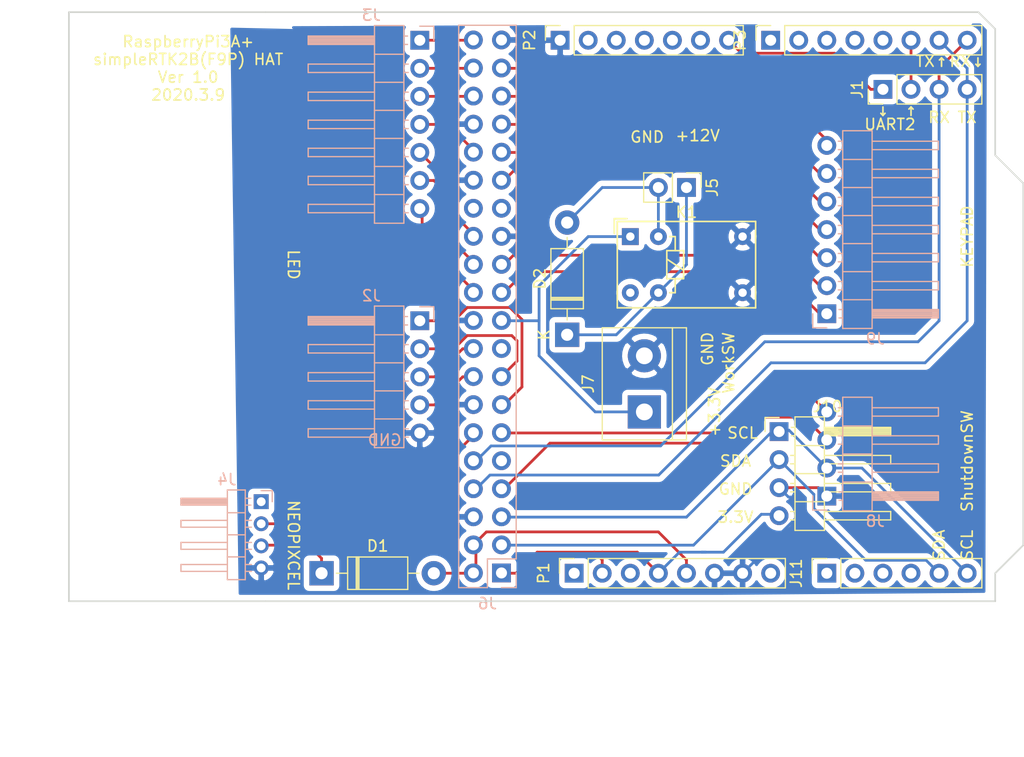
<source format=kicad_pcb>
(kicad_pcb (version 20171130) (host pcbnew "(5.1.2)-2")

  (general
    (thickness 1.6)
    (drawings 37)
    (tracks 167)
    (zones 0)
    (modules 17)
    (nets 35)
  )

  (page A4)
  (title_block
    (date "lun. 30 mars 2015")
  )

  (layers
    (0 F.Cu signal)
    (31 B.Cu signal)
    (32 B.Adhes user)
    (33 F.Adhes user)
    (34 B.Paste user)
    (35 F.Paste user)
    (36 B.SilkS user)
    (37 F.SilkS user)
    (38 B.Mask user)
    (39 F.Mask user)
    (40 Dwgs.User user)
    (41 Cmts.User user)
    (42 Eco1.User user)
    (43 Eco2.User user)
    (44 Edge.Cuts user)
    (45 Margin user)
    (46 B.CrtYd user)
    (47 F.CrtYd user)
    (48 B.Fab user)
    (49 F.Fab user)
  )

  (setup
    (last_trace_width 0.25)
    (trace_clearance 0.2)
    (zone_clearance 0.508)
    (zone_45_only no)
    (trace_min 0.2)
    (via_size 0.6)
    (via_drill 0.4)
    (via_min_size 0.4)
    (via_min_drill 0.3)
    (uvia_size 0.3)
    (uvia_drill 0.1)
    (uvias_allowed no)
    (uvia_min_size 0.2)
    (uvia_min_drill 0.1)
    (edge_width 0.15)
    (segment_width 0.15)
    (pcb_text_width 0.3)
    (pcb_text_size 1.5 1.5)
    (mod_edge_width 0.15)
    (mod_text_size 1 1)
    (mod_text_width 0.15)
    (pad_size 1.7 1.7)
    (pad_drill 1)
    (pad_to_mask_clearance 0)
    (aux_axis_origin 110.998 126.365)
    (grid_origin 110.998 126.365)
    (visible_elements 7FFFFFFF)
    (pcbplotparams
      (layerselection 0x010f0_ffffffff)
      (usegerberextensions true)
      (usegerberattributes false)
      (usegerberadvancedattributes false)
      (creategerberjobfile false)
      (excludeedgelayer true)
      (linewidth 0.100000)
      (plotframeref false)
      (viasonmask false)
      (mode 1)
      (useauxorigin true)
      (hpglpennumber 1)
      (hpglpenspeed 20)
      (hpglpendiameter 15.000000)
      (psnegative false)
      (psa4output false)
      (plotreference true)
      (plotvalue true)
      (plotinvisibletext false)
      (padsonsilk false)
      (subtractmaskfromsilk true)
      (outputformat 1)
      (mirror false)
      (drillshape 0)
      (scaleselection 1)
      (outputdirectory "garber/"))
  )

  (net 0 "")
  (net 1 +5V)
  (net 2 GND)
  (net 3 +3V3)
  (net 4 "Net-(D1-Pad1)")
  (net 5 "Net-(D2-Pad2)")
  (net 6 "Net-(D2-Pad1)")
  (net 7 GPIO23)
  (net 8 GPIO24)
  (net 9 GPIO22)
  (net 10 GPIO27)
  (net 11 GPIO25)
  (net 12 GPIO8)
  (net 13 GPIO7)
  (net 14 GPIO18)
  (net 15 GPIO21)
  (net 16 GPIO20)
  (net 17 GPIO26)
  (net 18 GPIO16)
  (net 19 GPIO19)
  (net 20 GPIO13)
  (net 21 GPIO12)
  (net 22 GPIO6)
  (net 23 GPIO5)
  (net 24 GPIO11)
  (net 25 GPIO9)
  (net 26 GPIO10)
  (net 27 GPIO17)
  (net 28 GPIO15)
  (net 29 GPIO14)
  (net 30 GPIO4)
  (net 31 GPIO3)
  (net 32 GPIO2)
  (net 33 "Net-(J1-Pad2)")
  (net 34 "Net-(J1-Pad1)")

  (net_class Default "This is the default net class."
    (clearance 0.2)
    (trace_width 0.25)
    (via_dia 0.6)
    (via_drill 0.4)
    (uvia_dia 0.3)
    (uvia_drill 0.1)
    (add_net +3V3)
    (add_net +5V)
    (add_net GND)
    (add_net GPIO10)
    (add_net GPIO11)
    (add_net GPIO12)
    (add_net GPIO13)
    (add_net GPIO14)
    (add_net GPIO15)
    (add_net GPIO16)
    (add_net GPIO17)
    (add_net GPIO18)
    (add_net GPIO19)
    (add_net GPIO2)
    (add_net GPIO20)
    (add_net GPIO21)
    (add_net GPIO22)
    (add_net GPIO23)
    (add_net GPIO24)
    (add_net GPIO25)
    (add_net GPIO26)
    (add_net GPIO27)
    (add_net GPIO3)
    (add_net GPIO4)
    (add_net GPIO5)
    (add_net GPIO6)
    (add_net GPIO7)
    (add_net GPIO8)
    (add_net GPIO9)
    (add_net "Net-(D1-Pad1)")
    (add_net "Net-(D2-Pad1)")
    (add_net "Net-(D2-Pad2)")
    (add_net "Net-(J1-Pad1)")
    (add_net "Net-(J1-Pad2)")
  )

  (module Connector_PinHeader_2.54mm:PinHeader_1x04_P2.54mm_Vertical (layer F.Cu) (tedit 59FED5CC) (tstamp 5E6583AC)
    (at 166.878 80.01 90)
    (descr "Through hole straight pin header, 1x04, 2.54mm pitch, single row")
    (tags "Through hole pin header THT 1x04 2.54mm single row")
    (path /5EAB55CA)
    (fp_text reference J1 (at 0 -2.33 90) (layer F.SilkS)
      (effects (font (size 1 1) (thickness 0.15)))
    )
    (fp_text value Conn_01x04 (at 0 9.95 90) (layer F.Fab)
      (effects (font (size 1 1) (thickness 0.15)))
    )
    (fp_text user %R (at 0 3.81) (layer F.Fab)
      (effects (font (size 1 1) (thickness 0.15)))
    )
    (fp_line (start 1.8 -1.8) (end -1.8 -1.8) (layer F.CrtYd) (width 0.05))
    (fp_line (start 1.8 9.4) (end 1.8 -1.8) (layer F.CrtYd) (width 0.05))
    (fp_line (start -1.8 9.4) (end 1.8 9.4) (layer F.CrtYd) (width 0.05))
    (fp_line (start -1.8 -1.8) (end -1.8 9.4) (layer F.CrtYd) (width 0.05))
    (fp_line (start -1.33 -1.33) (end 0 -1.33) (layer F.SilkS) (width 0.12))
    (fp_line (start -1.33 0) (end -1.33 -1.33) (layer F.SilkS) (width 0.12))
    (fp_line (start -1.33 1.27) (end 1.33 1.27) (layer F.SilkS) (width 0.12))
    (fp_line (start 1.33 1.27) (end 1.33 8.95) (layer F.SilkS) (width 0.12))
    (fp_line (start -1.33 1.27) (end -1.33 8.95) (layer F.SilkS) (width 0.12))
    (fp_line (start -1.33 8.95) (end 1.33 8.95) (layer F.SilkS) (width 0.12))
    (fp_line (start -1.27 -0.635) (end -0.635 -1.27) (layer F.Fab) (width 0.1))
    (fp_line (start -1.27 8.89) (end -1.27 -0.635) (layer F.Fab) (width 0.1))
    (fp_line (start 1.27 8.89) (end -1.27 8.89) (layer F.Fab) (width 0.1))
    (fp_line (start 1.27 -1.27) (end 1.27 8.89) (layer F.Fab) (width 0.1))
    (fp_line (start -0.635 -1.27) (end 1.27 -1.27) (layer F.Fab) (width 0.1))
    (pad 4 thru_hole oval (at 0 7.62 90) (size 1.7 1.7) (drill 1) (layers *.Cu *.Mask)
      (net 29 GPIO14))
    (pad 3 thru_hole oval (at 0 5.08 90) (size 1.7 1.7) (drill 1) (layers *.Cu *.Mask)
      (net 28 GPIO15))
    (pad 2 thru_hole oval (at 0 2.54 90) (size 1.7 1.7) (drill 1) (layers *.Cu *.Mask)
      (net 33 "Net-(J1-Pad2)"))
    (pad 1 thru_hole rect (at 0 0 90) (size 1.7 1.7) (drill 1) (layers *.Cu *.Mask)
      (net 34 "Net-(J1-Pad1)"))
    (model ${KISYS3DMOD}/Connector_PinHeader_2.54mm.3dshapes/PinHeader_1x04_P2.54mm_Vertical.wrl
      (at (xyz 0 0 0))
      (scale (xyz 1 1 1))
      (rotate (xyz 0 0 0))
    )
  )

  (module Connector_PinHeader_2.54mm:PinHeader_1x05_P2.54mm_Horizontal (layer B.Cu) (tedit 59FED5CB) (tstamp 5E6769A1)
    (at 124.968 100.965 180)
    (descr "Through hole angled pin header, 1x05, 2.54mm pitch, 6mm pin length, single row")
    (tags "Through hole angled pin header THT 1x05 2.54mm single row")
    (path /5E9E2452)
    (fp_text reference J2 (at 4.385 2.27) (layer B.SilkS)
      (effects (font (size 1 1) (thickness 0.15)) (justify mirror))
    )
    (fp_text value Conn_01x05 (at 4.385 -12.43) (layer B.Fab)
      (effects (font (size 1 1) (thickness 0.15)) (justify mirror))
    )
    (fp_text user %R (at 2.77 -5.08 270) (layer B.Fab)
      (effects (font (size 1 1) (thickness 0.15)) (justify mirror))
    )
    (fp_line (start 10.55 1.8) (end -1.8 1.8) (layer B.CrtYd) (width 0.05))
    (fp_line (start 10.55 -11.95) (end 10.55 1.8) (layer B.CrtYd) (width 0.05))
    (fp_line (start -1.8 -11.95) (end 10.55 -11.95) (layer B.CrtYd) (width 0.05))
    (fp_line (start -1.8 1.8) (end -1.8 -11.95) (layer B.CrtYd) (width 0.05))
    (fp_line (start -1.27 1.27) (end 0 1.27) (layer B.SilkS) (width 0.12))
    (fp_line (start -1.27 0) (end -1.27 1.27) (layer B.SilkS) (width 0.12))
    (fp_line (start 1.042929 -10.54) (end 1.44 -10.54) (layer B.SilkS) (width 0.12))
    (fp_line (start 1.042929 -9.78) (end 1.44 -9.78) (layer B.SilkS) (width 0.12))
    (fp_line (start 10.1 -10.54) (end 4.1 -10.54) (layer B.SilkS) (width 0.12))
    (fp_line (start 10.1 -9.78) (end 10.1 -10.54) (layer B.SilkS) (width 0.12))
    (fp_line (start 4.1 -9.78) (end 10.1 -9.78) (layer B.SilkS) (width 0.12))
    (fp_line (start 1.44 -8.89) (end 4.1 -8.89) (layer B.SilkS) (width 0.12))
    (fp_line (start 1.042929 -8) (end 1.44 -8) (layer B.SilkS) (width 0.12))
    (fp_line (start 1.042929 -7.24) (end 1.44 -7.24) (layer B.SilkS) (width 0.12))
    (fp_line (start 10.1 -8) (end 4.1 -8) (layer B.SilkS) (width 0.12))
    (fp_line (start 10.1 -7.24) (end 10.1 -8) (layer B.SilkS) (width 0.12))
    (fp_line (start 4.1 -7.24) (end 10.1 -7.24) (layer B.SilkS) (width 0.12))
    (fp_line (start 1.44 -6.35) (end 4.1 -6.35) (layer B.SilkS) (width 0.12))
    (fp_line (start 1.042929 -5.46) (end 1.44 -5.46) (layer B.SilkS) (width 0.12))
    (fp_line (start 1.042929 -4.7) (end 1.44 -4.7) (layer B.SilkS) (width 0.12))
    (fp_line (start 10.1 -5.46) (end 4.1 -5.46) (layer B.SilkS) (width 0.12))
    (fp_line (start 10.1 -4.7) (end 10.1 -5.46) (layer B.SilkS) (width 0.12))
    (fp_line (start 4.1 -4.7) (end 10.1 -4.7) (layer B.SilkS) (width 0.12))
    (fp_line (start 1.44 -3.81) (end 4.1 -3.81) (layer B.SilkS) (width 0.12))
    (fp_line (start 1.042929 -2.92) (end 1.44 -2.92) (layer B.SilkS) (width 0.12))
    (fp_line (start 1.042929 -2.16) (end 1.44 -2.16) (layer B.SilkS) (width 0.12))
    (fp_line (start 10.1 -2.92) (end 4.1 -2.92) (layer B.SilkS) (width 0.12))
    (fp_line (start 10.1 -2.16) (end 10.1 -2.92) (layer B.SilkS) (width 0.12))
    (fp_line (start 4.1 -2.16) (end 10.1 -2.16) (layer B.SilkS) (width 0.12))
    (fp_line (start 1.44 -1.27) (end 4.1 -1.27) (layer B.SilkS) (width 0.12))
    (fp_line (start 1.11 -0.38) (end 1.44 -0.38) (layer B.SilkS) (width 0.12))
    (fp_line (start 1.11 0.38) (end 1.44 0.38) (layer B.SilkS) (width 0.12))
    (fp_line (start 4.1 -0.28) (end 10.1 -0.28) (layer B.SilkS) (width 0.12))
    (fp_line (start 4.1 -0.16) (end 10.1 -0.16) (layer B.SilkS) (width 0.12))
    (fp_line (start 4.1 -0.04) (end 10.1 -0.04) (layer B.SilkS) (width 0.12))
    (fp_line (start 4.1 0.08) (end 10.1 0.08) (layer B.SilkS) (width 0.12))
    (fp_line (start 4.1 0.2) (end 10.1 0.2) (layer B.SilkS) (width 0.12))
    (fp_line (start 4.1 0.32) (end 10.1 0.32) (layer B.SilkS) (width 0.12))
    (fp_line (start 10.1 -0.38) (end 4.1 -0.38) (layer B.SilkS) (width 0.12))
    (fp_line (start 10.1 0.38) (end 10.1 -0.38) (layer B.SilkS) (width 0.12))
    (fp_line (start 4.1 0.38) (end 10.1 0.38) (layer B.SilkS) (width 0.12))
    (fp_line (start 4.1 1.33) (end 1.44 1.33) (layer B.SilkS) (width 0.12))
    (fp_line (start 4.1 -11.49) (end 4.1 1.33) (layer B.SilkS) (width 0.12))
    (fp_line (start 1.44 -11.49) (end 4.1 -11.49) (layer B.SilkS) (width 0.12))
    (fp_line (start 1.44 1.33) (end 1.44 -11.49) (layer B.SilkS) (width 0.12))
    (fp_line (start 4.04 -10.48) (end 10.04 -10.48) (layer B.Fab) (width 0.1))
    (fp_line (start 10.04 -9.84) (end 10.04 -10.48) (layer B.Fab) (width 0.1))
    (fp_line (start 4.04 -9.84) (end 10.04 -9.84) (layer B.Fab) (width 0.1))
    (fp_line (start -0.32 -10.48) (end 1.5 -10.48) (layer B.Fab) (width 0.1))
    (fp_line (start -0.32 -9.84) (end -0.32 -10.48) (layer B.Fab) (width 0.1))
    (fp_line (start -0.32 -9.84) (end 1.5 -9.84) (layer B.Fab) (width 0.1))
    (fp_line (start 4.04 -7.94) (end 10.04 -7.94) (layer B.Fab) (width 0.1))
    (fp_line (start 10.04 -7.3) (end 10.04 -7.94) (layer B.Fab) (width 0.1))
    (fp_line (start 4.04 -7.3) (end 10.04 -7.3) (layer B.Fab) (width 0.1))
    (fp_line (start -0.32 -7.94) (end 1.5 -7.94) (layer B.Fab) (width 0.1))
    (fp_line (start -0.32 -7.3) (end -0.32 -7.94) (layer B.Fab) (width 0.1))
    (fp_line (start -0.32 -7.3) (end 1.5 -7.3) (layer B.Fab) (width 0.1))
    (fp_line (start 4.04 -5.4) (end 10.04 -5.4) (layer B.Fab) (width 0.1))
    (fp_line (start 10.04 -4.76) (end 10.04 -5.4) (layer B.Fab) (width 0.1))
    (fp_line (start 4.04 -4.76) (end 10.04 -4.76) (layer B.Fab) (width 0.1))
    (fp_line (start -0.32 -5.4) (end 1.5 -5.4) (layer B.Fab) (width 0.1))
    (fp_line (start -0.32 -4.76) (end -0.32 -5.4) (layer B.Fab) (width 0.1))
    (fp_line (start -0.32 -4.76) (end 1.5 -4.76) (layer B.Fab) (width 0.1))
    (fp_line (start 4.04 -2.86) (end 10.04 -2.86) (layer B.Fab) (width 0.1))
    (fp_line (start 10.04 -2.22) (end 10.04 -2.86) (layer B.Fab) (width 0.1))
    (fp_line (start 4.04 -2.22) (end 10.04 -2.22) (layer B.Fab) (width 0.1))
    (fp_line (start -0.32 -2.86) (end 1.5 -2.86) (layer B.Fab) (width 0.1))
    (fp_line (start -0.32 -2.22) (end -0.32 -2.86) (layer B.Fab) (width 0.1))
    (fp_line (start -0.32 -2.22) (end 1.5 -2.22) (layer B.Fab) (width 0.1))
    (fp_line (start 4.04 -0.32) (end 10.04 -0.32) (layer B.Fab) (width 0.1))
    (fp_line (start 10.04 0.32) (end 10.04 -0.32) (layer B.Fab) (width 0.1))
    (fp_line (start 4.04 0.32) (end 10.04 0.32) (layer B.Fab) (width 0.1))
    (fp_line (start -0.32 -0.32) (end 1.5 -0.32) (layer B.Fab) (width 0.1))
    (fp_line (start -0.32 0.32) (end -0.32 -0.32) (layer B.Fab) (width 0.1))
    (fp_line (start -0.32 0.32) (end 1.5 0.32) (layer B.Fab) (width 0.1))
    (fp_line (start 1.5 0.635) (end 2.135 1.27) (layer B.Fab) (width 0.1))
    (fp_line (start 1.5 -11.43) (end 1.5 0.635) (layer B.Fab) (width 0.1))
    (fp_line (start 4.04 -11.43) (end 1.5 -11.43) (layer B.Fab) (width 0.1))
    (fp_line (start 4.04 1.27) (end 4.04 -11.43) (layer B.Fab) (width 0.1))
    (fp_line (start 2.135 1.27) (end 4.04 1.27) (layer B.Fab) (width 0.1))
    (pad 5 thru_hole oval (at 0 -10.16 180) (size 1.7 1.7) (drill 1) (layers *.Cu *.Mask)
      (net 2 GND))
    (pad 4 thru_hole oval (at 0 -7.62 180) (size 1.7 1.7) (drill 1) (layers *.Cu *.Mask)
      (net 7 GPIO23))
    (pad 3 thru_hole oval (at 0 -5.08 180) (size 1.7 1.7) (drill 1) (layers *.Cu *.Mask)
      (net 8 GPIO24))
    (pad 2 thru_hole oval (at 0 -2.54 180) (size 1.7 1.7) (drill 1) (layers *.Cu *.Mask)
      (net 9 GPIO22))
    (pad 1 thru_hole rect (at 0 0 180) (size 1.7 1.7) (drill 1) (layers *.Cu *.Mask)
      (net 10 GPIO27))
    (model ${KISYS3DMOD}/Connector_PinHeader_2.54mm.3dshapes/PinHeader_1x05_P2.54mm_Horizontal.wrl
      (at (xyz 0 0 0))
      (scale (xyz 1 1 1))
      (rotate (xyz 0 0 0))
    )
  )

  (module Connector_PinHeader_2.54mm:PinHeader_1x04_P2.54mm_Horizontal (layer F.Cu) (tedit 59FED5CB) (tstamp 5E683C9F)
    (at 157.48 110.998)
    (descr "Through hole angled pin header, 1x04, 2.54mm pitch, 6mm pin length, single row")
    (tags "Through hole angled pin header THT 1x04 2.54mm single row")
    (path /5E82C7B3)
    (fp_text reference J10 (at 4.385 -2.27) (layer F.SilkS)
      (effects (font (size 1 1) (thickness 0.15)))
    )
    (fp_text value Conn_01x04 (at 4.385 9.89) (layer F.Fab)
      (effects (font (size 1 1) (thickness 0.15)))
    )
    (fp_text user %R (at 2.77 3.81 90) (layer F.Fab)
      (effects (font (size 1 1) (thickness 0.15)))
    )
    (fp_line (start 10.55 -1.8) (end -1.8 -1.8) (layer F.CrtYd) (width 0.05))
    (fp_line (start 10.55 9.4) (end 10.55 -1.8) (layer F.CrtYd) (width 0.05))
    (fp_line (start -1.8 9.4) (end 10.55 9.4) (layer F.CrtYd) (width 0.05))
    (fp_line (start -1.8 -1.8) (end -1.8 9.4) (layer F.CrtYd) (width 0.05))
    (fp_line (start -1.27 -1.27) (end 0 -1.27) (layer F.SilkS) (width 0.12))
    (fp_line (start -1.27 0) (end -1.27 -1.27) (layer F.SilkS) (width 0.12))
    (fp_line (start 1.042929 8) (end 1.44 8) (layer F.SilkS) (width 0.12))
    (fp_line (start 1.042929 7.24) (end 1.44 7.24) (layer F.SilkS) (width 0.12))
    (fp_line (start 10.1 8) (end 4.1 8) (layer F.SilkS) (width 0.12))
    (fp_line (start 10.1 7.24) (end 10.1 8) (layer F.SilkS) (width 0.12))
    (fp_line (start 4.1 7.24) (end 10.1 7.24) (layer F.SilkS) (width 0.12))
    (fp_line (start 1.44 6.35) (end 4.1 6.35) (layer F.SilkS) (width 0.12))
    (fp_line (start 1.042929 5.46) (end 1.44 5.46) (layer F.SilkS) (width 0.12))
    (fp_line (start 1.042929 4.7) (end 1.44 4.7) (layer F.SilkS) (width 0.12))
    (fp_line (start 10.1 5.46) (end 4.1 5.46) (layer F.SilkS) (width 0.12))
    (fp_line (start 10.1 4.7) (end 10.1 5.46) (layer F.SilkS) (width 0.12))
    (fp_line (start 4.1 4.7) (end 10.1 4.7) (layer F.SilkS) (width 0.12))
    (fp_line (start 1.44 3.81) (end 4.1 3.81) (layer F.SilkS) (width 0.12))
    (fp_line (start 1.042929 2.92) (end 1.44 2.92) (layer F.SilkS) (width 0.12))
    (fp_line (start 1.042929 2.16) (end 1.44 2.16) (layer F.SilkS) (width 0.12))
    (fp_line (start 10.1 2.92) (end 4.1 2.92) (layer F.SilkS) (width 0.12))
    (fp_line (start 10.1 2.16) (end 10.1 2.92) (layer F.SilkS) (width 0.12))
    (fp_line (start 4.1 2.16) (end 10.1 2.16) (layer F.SilkS) (width 0.12))
    (fp_line (start 1.44 1.27) (end 4.1 1.27) (layer F.SilkS) (width 0.12))
    (fp_line (start 1.11 0.38) (end 1.44 0.38) (layer F.SilkS) (width 0.12))
    (fp_line (start 1.11 -0.38) (end 1.44 -0.38) (layer F.SilkS) (width 0.12))
    (fp_line (start 4.1 0.28) (end 10.1 0.28) (layer F.SilkS) (width 0.12))
    (fp_line (start 4.1 0.16) (end 10.1 0.16) (layer F.SilkS) (width 0.12))
    (fp_line (start 4.1 0.04) (end 10.1 0.04) (layer F.SilkS) (width 0.12))
    (fp_line (start 4.1 -0.08) (end 10.1 -0.08) (layer F.SilkS) (width 0.12))
    (fp_line (start 4.1 -0.2) (end 10.1 -0.2) (layer F.SilkS) (width 0.12))
    (fp_line (start 4.1 -0.32) (end 10.1 -0.32) (layer F.SilkS) (width 0.12))
    (fp_line (start 10.1 0.38) (end 4.1 0.38) (layer F.SilkS) (width 0.12))
    (fp_line (start 10.1 -0.38) (end 10.1 0.38) (layer F.SilkS) (width 0.12))
    (fp_line (start 4.1 -0.38) (end 10.1 -0.38) (layer F.SilkS) (width 0.12))
    (fp_line (start 4.1 -1.33) (end 1.44 -1.33) (layer F.SilkS) (width 0.12))
    (fp_line (start 4.1 8.95) (end 4.1 -1.33) (layer F.SilkS) (width 0.12))
    (fp_line (start 1.44 8.95) (end 4.1 8.95) (layer F.SilkS) (width 0.12))
    (fp_line (start 1.44 -1.33) (end 1.44 8.95) (layer F.SilkS) (width 0.12))
    (fp_line (start 4.04 7.94) (end 10.04 7.94) (layer F.Fab) (width 0.1))
    (fp_line (start 10.04 7.3) (end 10.04 7.94) (layer F.Fab) (width 0.1))
    (fp_line (start 4.04 7.3) (end 10.04 7.3) (layer F.Fab) (width 0.1))
    (fp_line (start -0.32 7.94) (end 1.5 7.94) (layer F.Fab) (width 0.1))
    (fp_line (start -0.32 7.3) (end -0.32 7.94) (layer F.Fab) (width 0.1))
    (fp_line (start -0.32 7.3) (end 1.5 7.3) (layer F.Fab) (width 0.1))
    (fp_line (start 4.04 5.4) (end 10.04 5.4) (layer F.Fab) (width 0.1))
    (fp_line (start 10.04 4.76) (end 10.04 5.4) (layer F.Fab) (width 0.1))
    (fp_line (start 4.04 4.76) (end 10.04 4.76) (layer F.Fab) (width 0.1))
    (fp_line (start -0.32 5.4) (end 1.5 5.4) (layer F.Fab) (width 0.1))
    (fp_line (start -0.32 4.76) (end -0.32 5.4) (layer F.Fab) (width 0.1))
    (fp_line (start -0.32 4.76) (end 1.5 4.76) (layer F.Fab) (width 0.1))
    (fp_line (start 4.04 2.86) (end 10.04 2.86) (layer F.Fab) (width 0.1))
    (fp_line (start 10.04 2.22) (end 10.04 2.86) (layer F.Fab) (width 0.1))
    (fp_line (start 4.04 2.22) (end 10.04 2.22) (layer F.Fab) (width 0.1))
    (fp_line (start -0.32 2.86) (end 1.5 2.86) (layer F.Fab) (width 0.1))
    (fp_line (start -0.32 2.22) (end -0.32 2.86) (layer F.Fab) (width 0.1))
    (fp_line (start -0.32 2.22) (end 1.5 2.22) (layer F.Fab) (width 0.1))
    (fp_line (start 4.04 0.32) (end 10.04 0.32) (layer F.Fab) (width 0.1))
    (fp_line (start 10.04 -0.32) (end 10.04 0.32) (layer F.Fab) (width 0.1))
    (fp_line (start 4.04 -0.32) (end 10.04 -0.32) (layer F.Fab) (width 0.1))
    (fp_line (start -0.32 0.32) (end 1.5 0.32) (layer F.Fab) (width 0.1))
    (fp_line (start -0.32 -0.32) (end -0.32 0.32) (layer F.Fab) (width 0.1))
    (fp_line (start -0.32 -0.32) (end 1.5 -0.32) (layer F.Fab) (width 0.1))
    (fp_line (start 1.5 -0.635) (end 2.135 -1.27) (layer F.Fab) (width 0.1))
    (fp_line (start 1.5 8.89) (end 1.5 -0.635) (layer F.Fab) (width 0.1))
    (fp_line (start 4.04 8.89) (end 1.5 8.89) (layer F.Fab) (width 0.1))
    (fp_line (start 4.04 -1.27) (end 4.04 8.89) (layer F.Fab) (width 0.1))
    (fp_line (start 2.135 -1.27) (end 4.04 -1.27) (layer F.Fab) (width 0.1))
    (pad 4 thru_hole oval (at 0 7.62) (size 1.7 1.7) (drill 1) (layers *.Cu *.Mask)
      (net 3 +3V3))
    (pad 3 thru_hole oval (at 0 5.08) (size 1.7 1.7) (drill 1) (layers *.Cu *.Mask)
      (net 2 GND))
    (pad 2 thru_hole oval (at 0 2.54) (size 1.7 1.7) (drill 1) (layers *.Cu *.Mask)
      (net 32 GPIO2))
    (pad 1 thru_hole rect (at 0 0) (size 1.7 1.7) (drill 1) (layers *.Cu *.Mask)
      (net 31 GPIO3))
    (model ${KISYS3DMOD}/Connector_PinHeader_2.54mm.3dshapes/PinHeader_1x04_P2.54mm_Horizontal.wrl
      (at (xyz 0 0 0))
      (scale (xyz 1 1 1))
      (rotate (xyz 0 0 0))
    )
  )

  (module Connector_PinSocket_2.54mm:PinSocket_1x06_P2.54mm_Vertical (layer F.Cu) (tedit 5E64CA10) (tstamp 5E652A0B)
    (at 161.798 123.825 90)
    (descr "Through hole straight socket strip, 1x06, 2.54mm pitch, single row (from Kicad 4.0.7), script generated")
    (tags "Through hole socket strip THT 1x06 2.54mm single row")
    (path /5EA6661B)
    (fp_text reference J11 (at 0 -2.77 90) (layer F.SilkS)
      (effects (font (size 1 1) (thickness 0.15)))
    )
    (fp_text value Conn_01x06 (at 0 15.47 90) (layer F.Fab)
      (effects (font (size 1 1) (thickness 0.15)))
    )
    (fp_line (start -1.27 -1.27) (end 0.635 -1.27) (layer F.Fab) (width 0.1))
    (fp_line (start 0.635 -1.27) (end 1.27 -0.635) (layer F.Fab) (width 0.1))
    (fp_line (start 1.27 -0.635) (end 1.27 13.97) (layer F.Fab) (width 0.1))
    (fp_line (start 1.27 13.97) (end -1.27 13.97) (layer F.Fab) (width 0.1))
    (fp_line (start -1.27 13.97) (end -1.27 -1.27) (layer F.Fab) (width 0.1))
    (fp_line (start -1.33 1.27) (end 1.33 1.27) (layer F.SilkS) (width 0.12))
    (fp_line (start -1.33 1.27) (end -1.33 14.03) (layer F.SilkS) (width 0.12))
    (fp_line (start -1.33 14.03) (end 1.33 14.03) (layer F.SilkS) (width 0.12))
    (fp_line (start 1.33 1.27) (end 1.33 14.03) (layer F.SilkS) (width 0.12))
    (fp_line (start 1.33 -1.33) (end 1.33 0) (layer F.SilkS) (width 0.12))
    (fp_line (start 0 -1.33) (end 1.33 -1.33) (layer F.SilkS) (width 0.12))
    (fp_line (start -1.8 -1.8) (end 1.75 -1.8) (layer F.CrtYd) (width 0.05))
    (fp_line (start 1.75 -1.8) (end 1.75 14.45) (layer F.CrtYd) (width 0.05))
    (fp_line (start 1.75 14.45) (end -1.8 14.45) (layer F.CrtYd) (width 0.05))
    (fp_line (start -1.8 14.45) (end -1.8 -1.8) (layer F.CrtYd) (width 0.05))
    (fp_text user %R (at 0 6.35) (layer F.Fab)
      (effects (font (size 1 1) (thickness 0.15)))
    )
    (pad 1 thru_hole rect (at 0 0 90) (size 1.7 1.7) (drill 1) (layers *.Cu *.Mask))
    (pad 2 thru_hole oval (at 0 2.54 90) (size 1.7 1.7) (drill 1) (layers *.Cu *.Mask))
    (pad 3 thru_hole oval (at 0 5.08 90) (size 1.7 1.7) (drill 1) (layers *.Cu *.Mask))
    (pad 4 thru_hole oval (at 0 7.62 90) (size 1.7 1.7) (drill 1) (layers *.Cu *.Mask))
    (pad 5 thru_hole oval (at 0 10.16 90) (size 1.7 1.7) (drill 1) (layers *.Cu *.Mask)
      (net 32 GPIO2))
    (pad 6 thru_hole oval (at 0 12.7 90) (size 1.7 1.7) (drill 1) (layers *.Cu *.Mask)
      (net 31 GPIO3))
    (model ${KISYS3DMOD}/Connector_PinSocket_2.54mm.3dshapes/PinSocket_1x06_P2.54mm_Vertical.wrl
      (at (xyz 0 0 0))
      (scale (xyz 1 1 1))
      (rotate (xyz 0 0 0))
    )
  )

  (module Connector_PinHeader_2.54mm:PinHeader_1x04_P2.54mm_Horizontal (layer B.Cu) (tedit 59FED5CB) (tstamp 5E6405A6)
    (at 161.798 116.84)
    (descr "Through hole angled pin header, 1x04, 2.54mm pitch, 6mm pin length, single row")
    (tags "Through hole angled pin header THT 1x04 2.54mm single row")
    (path /5E68E190)
    (fp_text reference J8 (at 4.385 2.27) (layer B.SilkS)
      (effects (font (size 1 1) (thickness 0.15)) (justify mirror))
    )
    (fp_text value Conn_01x04 (at 4.385 -9.89) (layer B.Fab)
      (effects (font (size 1 1) (thickness 0.15)) (justify mirror))
    )
    (fp_text user %R (at 2.77 -3.81 -90) (layer B.Fab)
      (effects (font (size 1 1) (thickness 0.15)) (justify mirror))
    )
    (fp_line (start 10.55 1.8) (end -1.8 1.8) (layer B.CrtYd) (width 0.05))
    (fp_line (start 10.55 -9.4) (end 10.55 1.8) (layer B.CrtYd) (width 0.05))
    (fp_line (start -1.8 -9.4) (end 10.55 -9.4) (layer B.CrtYd) (width 0.05))
    (fp_line (start -1.8 1.8) (end -1.8 -9.4) (layer B.CrtYd) (width 0.05))
    (fp_line (start -1.27 1.27) (end 0 1.27) (layer B.SilkS) (width 0.12))
    (fp_line (start -1.27 0) (end -1.27 1.27) (layer B.SilkS) (width 0.12))
    (fp_line (start 1.042929 -8) (end 1.44 -8) (layer B.SilkS) (width 0.12))
    (fp_line (start 1.042929 -7.24) (end 1.44 -7.24) (layer B.SilkS) (width 0.12))
    (fp_line (start 10.1 -8) (end 4.1 -8) (layer B.SilkS) (width 0.12))
    (fp_line (start 10.1 -7.24) (end 10.1 -8) (layer B.SilkS) (width 0.12))
    (fp_line (start 4.1 -7.24) (end 10.1 -7.24) (layer B.SilkS) (width 0.12))
    (fp_line (start 1.44 -6.35) (end 4.1 -6.35) (layer B.SilkS) (width 0.12))
    (fp_line (start 1.042929 -5.46) (end 1.44 -5.46) (layer B.SilkS) (width 0.12))
    (fp_line (start 1.042929 -4.7) (end 1.44 -4.7) (layer B.SilkS) (width 0.12))
    (fp_line (start 10.1 -5.46) (end 4.1 -5.46) (layer B.SilkS) (width 0.12))
    (fp_line (start 10.1 -4.7) (end 10.1 -5.46) (layer B.SilkS) (width 0.12))
    (fp_line (start 4.1 -4.7) (end 10.1 -4.7) (layer B.SilkS) (width 0.12))
    (fp_line (start 1.44 -3.81) (end 4.1 -3.81) (layer B.SilkS) (width 0.12))
    (fp_line (start 1.042929 -2.92) (end 1.44 -2.92) (layer B.SilkS) (width 0.12))
    (fp_line (start 1.042929 -2.16) (end 1.44 -2.16) (layer B.SilkS) (width 0.12))
    (fp_line (start 10.1 -2.92) (end 4.1 -2.92) (layer B.SilkS) (width 0.12))
    (fp_line (start 10.1 -2.16) (end 10.1 -2.92) (layer B.SilkS) (width 0.12))
    (fp_line (start 4.1 -2.16) (end 10.1 -2.16) (layer B.SilkS) (width 0.12))
    (fp_line (start 1.44 -1.27) (end 4.1 -1.27) (layer B.SilkS) (width 0.12))
    (fp_line (start 1.11 -0.38) (end 1.44 -0.38) (layer B.SilkS) (width 0.12))
    (fp_line (start 1.11 0.38) (end 1.44 0.38) (layer B.SilkS) (width 0.12))
    (fp_line (start 4.1 -0.28) (end 10.1 -0.28) (layer B.SilkS) (width 0.12))
    (fp_line (start 4.1 -0.16) (end 10.1 -0.16) (layer B.SilkS) (width 0.12))
    (fp_line (start 4.1 -0.04) (end 10.1 -0.04) (layer B.SilkS) (width 0.12))
    (fp_line (start 4.1 0.08) (end 10.1 0.08) (layer B.SilkS) (width 0.12))
    (fp_line (start 4.1 0.2) (end 10.1 0.2) (layer B.SilkS) (width 0.12))
    (fp_line (start 4.1 0.32) (end 10.1 0.32) (layer B.SilkS) (width 0.12))
    (fp_line (start 10.1 -0.38) (end 4.1 -0.38) (layer B.SilkS) (width 0.12))
    (fp_line (start 10.1 0.38) (end 10.1 -0.38) (layer B.SilkS) (width 0.12))
    (fp_line (start 4.1 0.38) (end 10.1 0.38) (layer B.SilkS) (width 0.12))
    (fp_line (start 4.1 1.33) (end 1.44 1.33) (layer B.SilkS) (width 0.12))
    (fp_line (start 4.1 -8.95) (end 4.1 1.33) (layer B.SilkS) (width 0.12))
    (fp_line (start 1.44 -8.95) (end 4.1 -8.95) (layer B.SilkS) (width 0.12))
    (fp_line (start 1.44 1.33) (end 1.44 -8.95) (layer B.SilkS) (width 0.12))
    (fp_line (start 4.04 -7.94) (end 10.04 -7.94) (layer B.Fab) (width 0.1))
    (fp_line (start 10.04 -7.3) (end 10.04 -7.94) (layer B.Fab) (width 0.1))
    (fp_line (start 4.04 -7.3) (end 10.04 -7.3) (layer B.Fab) (width 0.1))
    (fp_line (start -0.32 -7.94) (end 1.5 -7.94) (layer B.Fab) (width 0.1))
    (fp_line (start -0.32 -7.3) (end -0.32 -7.94) (layer B.Fab) (width 0.1))
    (fp_line (start -0.32 -7.3) (end 1.5 -7.3) (layer B.Fab) (width 0.1))
    (fp_line (start 4.04 -5.4) (end 10.04 -5.4) (layer B.Fab) (width 0.1))
    (fp_line (start 10.04 -4.76) (end 10.04 -5.4) (layer B.Fab) (width 0.1))
    (fp_line (start 4.04 -4.76) (end 10.04 -4.76) (layer B.Fab) (width 0.1))
    (fp_line (start -0.32 -5.4) (end 1.5 -5.4) (layer B.Fab) (width 0.1))
    (fp_line (start -0.32 -4.76) (end -0.32 -5.4) (layer B.Fab) (width 0.1))
    (fp_line (start -0.32 -4.76) (end 1.5 -4.76) (layer B.Fab) (width 0.1))
    (fp_line (start 4.04 -2.86) (end 10.04 -2.86) (layer B.Fab) (width 0.1))
    (fp_line (start 10.04 -2.22) (end 10.04 -2.86) (layer B.Fab) (width 0.1))
    (fp_line (start 4.04 -2.22) (end 10.04 -2.22) (layer B.Fab) (width 0.1))
    (fp_line (start -0.32 -2.86) (end 1.5 -2.86) (layer B.Fab) (width 0.1))
    (fp_line (start -0.32 -2.22) (end -0.32 -2.86) (layer B.Fab) (width 0.1))
    (fp_line (start -0.32 -2.22) (end 1.5 -2.22) (layer B.Fab) (width 0.1))
    (fp_line (start 4.04 -0.32) (end 10.04 -0.32) (layer B.Fab) (width 0.1))
    (fp_line (start 10.04 0.32) (end 10.04 -0.32) (layer B.Fab) (width 0.1))
    (fp_line (start 4.04 0.32) (end 10.04 0.32) (layer B.Fab) (width 0.1))
    (fp_line (start -0.32 -0.32) (end 1.5 -0.32) (layer B.Fab) (width 0.1))
    (fp_line (start -0.32 0.32) (end -0.32 -0.32) (layer B.Fab) (width 0.1))
    (fp_line (start -0.32 0.32) (end 1.5 0.32) (layer B.Fab) (width 0.1))
    (fp_line (start 1.5 0.635) (end 2.135 1.27) (layer B.Fab) (width 0.1))
    (fp_line (start 1.5 -8.89) (end 1.5 0.635) (layer B.Fab) (width 0.1))
    (fp_line (start 4.04 -8.89) (end 1.5 -8.89) (layer B.Fab) (width 0.1))
    (fp_line (start 4.04 1.27) (end 4.04 -8.89) (layer B.Fab) (width 0.1))
    (fp_line (start 2.135 1.27) (end 4.04 1.27) (layer B.Fab) (width 0.1))
    (pad 4 thru_hole oval (at 0 -7.62) (size 1.7 1.7) (drill 1) (layers *.Cu *.Mask)
      (net 27 GPIO17))
    (pad 3 thru_hole oval (at 0 -5.08) (size 1.7 1.7) (drill 1) (layers *.Cu *.Mask)
      (net 30 GPIO4))
    (pad 2 thru_hole oval (at 0 -2.54) (size 1.7 1.7) (drill 1) (layers *.Cu *.Mask)
      (net 31 GPIO3))
    (pad 1 thru_hole rect (at 0 0) (size 1.7 1.7) (drill 1) (layers *.Cu *.Mask)
      (net 2 GND))
    (model ${KISYS3DMOD}/Connector_PinHeader_2.54mm.3dshapes/PinHeader_1x04_P2.54mm_Horizontal.wrl
      (at (xyz 0 0 0))
      (scale (xyz 1 1 1))
      (rotate (xyz 0 0 0))
    )
  )

  (module Connector_PinSocket_2.54mm:PinSocket_2x20_P2.54mm_Vertical (layer B.Cu) (tedit 5A19A433) (tstamp 5E65B4F4)
    (at 132.3594 123.7996)
    (descr "Through hole straight socket strip, 2x20, 2.54mm pitch, double cols (from Kicad 4.0.7), script generated")
    (tags "Through hole socket strip THT 2x20 2.54mm double row")
    (path /5E65A1D5)
    (fp_text reference J6 (at -1.27 2.77) (layer B.SilkS)
      (effects (font (size 1 1) (thickness 0.15)) (justify mirror))
    )
    (fp_text value Raspberry_Pi_2_3 (at -1.27 -51.03) (layer B.Fab)
      (effects (font (size 1 1) (thickness 0.15)) (justify mirror))
    )
    (fp_text user %R (at -1.27 -24.13 -90) (layer B.Fab)
      (effects (font (size 1 1) (thickness 0.15)) (justify mirror))
    )
    (fp_line (start -4.34 -50) (end -4.34 1.8) (layer B.CrtYd) (width 0.05))
    (fp_line (start 1.76 -50) (end -4.34 -50) (layer B.CrtYd) (width 0.05))
    (fp_line (start 1.76 1.8) (end 1.76 -50) (layer B.CrtYd) (width 0.05))
    (fp_line (start -4.34 1.8) (end 1.76 1.8) (layer B.CrtYd) (width 0.05))
    (fp_line (start 0 1.33) (end 1.33 1.33) (layer B.SilkS) (width 0.12))
    (fp_line (start 1.33 1.33) (end 1.33 0) (layer B.SilkS) (width 0.12))
    (fp_line (start -1.27 1.33) (end -1.27 -1.27) (layer B.SilkS) (width 0.12))
    (fp_line (start -1.27 -1.27) (end 1.33 -1.27) (layer B.SilkS) (width 0.12))
    (fp_line (start 1.33 -1.27) (end 1.33 -49.59) (layer B.SilkS) (width 0.12))
    (fp_line (start -3.87 -49.59) (end 1.33 -49.59) (layer B.SilkS) (width 0.12))
    (fp_line (start -3.87 1.33) (end -3.87 -49.59) (layer B.SilkS) (width 0.12))
    (fp_line (start -3.87 1.33) (end -1.27 1.33) (layer B.SilkS) (width 0.12))
    (fp_line (start -3.81 -49.53) (end -3.81 1.27) (layer B.Fab) (width 0.1))
    (fp_line (start 1.27 -49.53) (end -3.81 -49.53) (layer B.Fab) (width 0.1))
    (fp_line (start 1.27 0.27) (end 1.27 -49.53) (layer B.Fab) (width 0.1))
    (fp_line (start 0.27 1.27) (end 1.27 0.27) (layer B.Fab) (width 0.1))
    (fp_line (start -3.81 1.27) (end 0.27 1.27) (layer B.Fab) (width 0.1))
    (pad 40 thru_hole oval (at -2.54 -48.26) (size 1.7 1.7) (drill 1) (layers *.Cu *.Mask)
      (net 15 GPIO21))
    (pad 39 thru_hole oval (at 0 -48.26) (size 1.7 1.7) (drill 1) (layers *.Cu *.Mask)
      (net 2 GND))
    (pad 38 thru_hole oval (at -2.54 -45.72) (size 1.7 1.7) (drill 1) (layers *.Cu *.Mask)
      (net 16 GPIO20))
    (pad 37 thru_hole oval (at 0 -45.72) (size 1.7 1.7) (drill 1) (layers *.Cu *.Mask)
      (net 17 GPIO26))
    (pad 36 thru_hole oval (at -2.54 -43.18) (size 1.7 1.7) (drill 1) (layers *.Cu *.Mask)
      (net 18 GPIO16))
    (pad 35 thru_hole oval (at 0 -43.18) (size 1.7 1.7) (drill 1) (layers *.Cu *.Mask)
      (net 19 GPIO19))
    (pad 34 thru_hole oval (at -2.54 -40.64) (size 1.7 1.7) (drill 1) (layers *.Cu *.Mask)
      (net 2 GND))
    (pad 33 thru_hole oval (at 0 -40.64) (size 1.7 1.7) (drill 1) (layers *.Cu *.Mask)
      (net 20 GPIO13))
    (pad 32 thru_hole oval (at -2.54 -38.1) (size 1.7 1.7) (drill 1) (layers *.Cu *.Mask)
      (net 21 GPIO12))
    (pad 31 thru_hole oval (at 0 -38.1) (size 1.7 1.7) (drill 1) (layers *.Cu *.Mask)
      (net 22 GPIO6))
    (pad 30 thru_hole oval (at -2.54 -35.56) (size 1.7 1.7) (drill 1) (layers *.Cu *.Mask)
      (net 2 GND))
    (pad 29 thru_hole oval (at 0 -35.56) (size 1.7 1.7) (drill 1) (layers *.Cu *.Mask)
      (net 23 GPIO5))
    (pad 28 thru_hole oval (at -2.54 -33.02) (size 1.7 1.7) (drill 1) (layers *.Cu *.Mask))
    (pad 27 thru_hole oval (at 0 -33.02) (size 1.7 1.7) (drill 1) (layers *.Cu *.Mask))
    (pad 26 thru_hole oval (at -2.54 -30.48) (size 1.7 1.7) (drill 1) (layers *.Cu *.Mask)
      (net 13 GPIO7))
    (pad 25 thru_hole oval (at 0 -30.48) (size 1.7 1.7) (drill 1) (layers *.Cu *.Mask)
      (net 2 GND))
    (pad 24 thru_hole oval (at -2.54 -27.94) (size 1.7 1.7) (drill 1) (layers *.Cu *.Mask)
      (net 12 GPIO8))
    (pad 23 thru_hole oval (at 0 -27.94) (size 1.7 1.7) (drill 1) (layers *.Cu *.Mask)
      (net 24 GPIO11))
    (pad 22 thru_hole oval (at -2.54 -25.4) (size 1.7 1.7) (drill 1) (layers *.Cu *.Mask)
      (net 11 GPIO25))
    (pad 21 thru_hole oval (at 0 -25.4) (size 1.7 1.7) (drill 1) (layers *.Cu *.Mask)
      (net 25 GPIO9))
    (pad 20 thru_hole oval (at -2.54 -22.86) (size 1.7 1.7) (drill 1) (layers *.Cu *.Mask)
      (net 2 GND))
    (pad 19 thru_hole oval (at 0 -22.86) (size 1.7 1.7) (drill 1) (layers *.Cu *.Mask)
      (net 26 GPIO10))
    (pad 18 thru_hole oval (at -2.54 -20.32) (size 1.7 1.7) (drill 1) (layers *.Cu *.Mask)
      (net 8 GPIO24))
    (pad 17 thru_hole oval (at 0 -20.32) (size 1.7 1.7) (drill 1) (layers *.Cu *.Mask))
    (pad 16 thru_hole oval (at -2.54 -17.78) (size 1.7 1.7) (drill 1) (layers *.Cu *.Mask)
      (net 7 GPIO23))
    (pad 15 thru_hole oval (at 0 -17.78) (size 1.7 1.7) (drill 1) (layers *.Cu *.Mask)
      (net 9 GPIO22))
    (pad 14 thru_hole oval (at -2.54 -15.24) (size 1.7 1.7) (drill 1) (layers *.Cu *.Mask)
      (net 2 GND))
    (pad 13 thru_hole oval (at 0 -15.24) (size 1.7 1.7) (drill 1) (layers *.Cu *.Mask)
      (net 10 GPIO27))
    (pad 12 thru_hole oval (at -2.54 -12.7) (size 1.7 1.7) (drill 1) (layers *.Cu *.Mask)
      (net 14 GPIO18))
    (pad 11 thru_hole oval (at 0 -12.7) (size 1.7 1.7) (drill 1) (layers *.Cu *.Mask)
      (net 27 GPIO17))
    (pad 10 thru_hole oval (at -2.54 -10.16) (size 1.7 1.7) (drill 1) (layers *.Cu *.Mask)
      (net 28 GPIO15))
    (pad 9 thru_hole oval (at 0 -10.16) (size 1.7 1.7) (drill 1) (layers *.Cu *.Mask))
    (pad 8 thru_hole oval (at -2.54 -7.62) (size 1.7 1.7) (drill 1) (layers *.Cu *.Mask)
      (net 29 GPIO14))
    (pad 7 thru_hole oval (at 0 -7.62) (size 1.7 1.7) (drill 1) (layers *.Cu *.Mask)
      (net 30 GPIO4))
    (pad 6 thru_hole oval (at -2.54 -5.08) (size 1.7 1.7) (drill 1) (layers *.Cu *.Mask)
      (net 2 GND))
    (pad 5 thru_hole oval (at 0 -5.08) (size 1.7 1.7) (drill 1) (layers *.Cu *.Mask)
      (net 31 GPIO3))
    (pad 4 thru_hole oval (at -2.54 -2.54) (size 1.7 1.7) (drill 1) (layers *.Cu *.Mask)
      (net 1 +5V))
    (pad 3 thru_hole oval (at 0 -2.54) (size 1.7 1.7) (drill 1) (layers *.Cu *.Mask)
      (net 32 GPIO2))
    (pad 2 thru_hole oval (at -2.54 0) (size 1.7 1.7) (drill 1) (layers *.Cu *.Mask)
      (net 1 +5V))
    (pad 1 thru_hole rect (at 0 0) (size 1.7 1.7) (drill 1) (layers *.Cu *.Mask)
      (net 3 +3V3))
    (model ${KISYS3DMOD}/Connector_PinSocket_2.54mm.3dshapes/PinSocket_2x20_P2.54mm_Vertical.wrl
      (at (xyz 0 0 0))
      (scale (xyz 1 1 1))
      (rotate (xyz 0 0 0))
    )
  )

  (module Connector_PinHeader_2.54mm:PinHeader_1x07_P2.54mm_Horizontal (layer B.Cu) (tedit 59FED5CB) (tstamp 5E676C05)
    (at 124.968 75.565 180)
    (descr "Through hole angled pin header, 1x07, 2.54mm pitch, 6mm pin length, single row")
    (tags "Through hole angled pin header THT 1x07 2.54mm single row")
    (path /5E9E2D52)
    (fp_text reference J3 (at 4.385 2.27) (layer B.SilkS)
      (effects (font (size 1 1) (thickness 0.15)) (justify mirror))
    )
    (fp_text value Conn_01x07 (at 4.385 -17.51) (layer B.Fab)
      (effects (font (size 1 1) (thickness 0.15)) (justify mirror))
    )
    (fp_text user %R (at 2.77 -7.62 -90) (layer B.Fab)
      (effects (font (size 1 1) (thickness 0.15)) (justify mirror))
    )
    (fp_line (start 10.55 1.8) (end -1.8 1.8) (layer B.CrtYd) (width 0.05))
    (fp_line (start 10.55 -17.05) (end 10.55 1.8) (layer B.CrtYd) (width 0.05))
    (fp_line (start -1.8 -17.05) (end 10.55 -17.05) (layer B.CrtYd) (width 0.05))
    (fp_line (start -1.8 1.8) (end -1.8 -17.05) (layer B.CrtYd) (width 0.05))
    (fp_line (start -1.27 1.27) (end 0 1.27) (layer B.SilkS) (width 0.12))
    (fp_line (start -1.27 0) (end -1.27 1.27) (layer B.SilkS) (width 0.12))
    (fp_line (start 1.042929 -15.62) (end 1.44 -15.62) (layer B.SilkS) (width 0.12))
    (fp_line (start 1.042929 -14.86) (end 1.44 -14.86) (layer B.SilkS) (width 0.12))
    (fp_line (start 10.1 -15.62) (end 4.1 -15.62) (layer B.SilkS) (width 0.12))
    (fp_line (start 10.1 -14.86) (end 10.1 -15.62) (layer B.SilkS) (width 0.12))
    (fp_line (start 4.1 -14.86) (end 10.1 -14.86) (layer B.SilkS) (width 0.12))
    (fp_line (start 1.44 -13.97) (end 4.1 -13.97) (layer B.SilkS) (width 0.12))
    (fp_line (start 1.042929 -13.08) (end 1.44 -13.08) (layer B.SilkS) (width 0.12))
    (fp_line (start 1.042929 -12.32) (end 1.44 -12.32) (layer B.SilkS) (width 0.12))
    (fp_line (start 10.1 -13.08) (end 4.1 -13.08) (layer B.SilkS) (width 0.12))
    (fp_line (start 10.1 -12.32) (end 10.1 -13.08) (layer B.SilkS) (width 0.12))
    (fp_line (start 4.1 -12.32) (end 10.1 -12.32) (layer B.SilkS) (width 0.12))
    (fp_line (start 1.44 -11.43) (end 4.1 -11.43) (layer B.SilkS) (width 0.12))
    (fp_line (start 1.042929 -10.54) (end 1.44 -10.54) (layer B.SilkS) (width 0.12))
    (fp_line (start 1.042929 -9.78) (end 1.44 -9.78) (layer B.SilkS) (width 0.12))
    (fp_line (start 10.1 -10.54) (end 4.1 -10.54) (layer B.SilkS) (width 0.12))
    (fp_line (start 10.1 -9.78) (end 10.1 -10.54) (layer B.SilkS) (width 0.12))
    (fp_line (start 4.1 -9.78) (end 10.1 -9.78) (layer B.SilkS) (width 0.12))
    (fp_line (start 1.44 -8.89) (end 4.1 -8.89) (layer B.SilkS) (width 0.12))
    (fp_line (start 1.042929 -8) (end 1.44 -8) (layer B.SilkS) (width 0.12))
    (fp_line (start 1.042929 -7.24) (end 1.44 -7.24) (layer B.SilkS) (width 0.12))
    (fp_line (start 10.1 -8) (end 4.1 -8) (layer B.SilkS) (width 0.12))
    (fp_line (start 10.1 -7.24) (end 10.1 -8) (layer B.SilkS) (width 0.12))
    (fp_line (start 4.1 -7.24) (end 10.1 -7.24) (layer B.SilkS) (width 0.12))
    (fp_line (start 1.44 -6.35) (end 4.1 -6.35) (layer B.SilkS) (width 0.12))
    (fp_line (start 1.042929 -5.46) (end 1.44 -5.46) (layer B.SilkS) (width 0.12))
    (fp_line (start 1.042929 -4.7) (end 1.44 -4.7) (layer B.SilkS) (width 0.12))
    (fp_line (start 10.1 -5.46) (end 4.1 -5.46) (layer B.SilkS) (width 0.12))
    (fp_line (start 10.1 -4.7) (end 10.1 -5.46) (layer B.SilkS) (width 0.12))
    (fp_line (start 4.1 -4.7) (end 10.1 -4.7) (layer B.SilkS) (width 0.12))
    (fp_line (start 1.44 -3.81) (end 4.1 -3.81) (layer B.SilkS) (width 0.12))
    (fp_line (start 1.042929 -2.92) (end 1.44 -2.92) (layer B.SilkS) (width 0.12))
    (fp_line (start 1.042929 -2.16) (end 1.44 -2.16) (layer B.SilkS) (width 0.12))
    (fp_line (start 10.1 -2.92) (end 4.1 -2.92) (layer B.SilkS) (width 0.12))
    (fp_line (start 10.1 -2.16) (end 10.1 -2.92) (layer B.SilkS) (width 0.12))
    (fp_line (start 4.1 -2.16) (end 10.1 -2.16) (layer B.SilkS) (width 0.12))
    (fp_line (start 1.44 -1.27) (end 4.1 -1.27) (layer B.SilkS) (width 0.12))
    (fp_line (start 1.11 -0.38) (end 1.44 -0.38) (layer B.SilkS) (width 0.12))
    (fp_line (start 1.11 0.38) (end 1.44 0.38) (layer B.SilkS) (width 0.12))
    (fp_line (start 4.1 -0.28) (end 10.1 -0.28) (layer B.SilkS) (width 0.12))
    (fp_line (start 4.1 -0.16) (end 10.1 -0.16) (layer B.SilkS) (width 0.12))
    (fp_line (start 4.1 -0.04) (end 10.1 -0.04) (layer B.SilkS) (width 0.12))
    (fp_line (start 4.1 0.08) (end 10.1 0.08) (layer B.SilkS) (width 0.12))
    (fp_line (start 4.1 0.2) (end 10.1 0.2) (layer B.SilkS) (width 0.12))
    (fp_line (start 4.1 0.32) (end 10.1 0.32) (layer B.SilkS) (width 0.12))
    (fp_line (start 10.1 -0.38) (end 4.1 -0.38) (layer B.SilkS) (width 0.12))
    (fp_line (start 10.1 0.38) (end 10.1 -0.38) (layer B.SilkS) (width 0.12))
    (fp_line (start 4.1 0.38) (end 10.1 0.38) (layer B.SilkS) (width 0.12))
    (fp_line (start 4.1 1.33) (end 1.44 1.33) (layer B.SilkS) (width 0.12))
    (fp_line (start 4.1 -16.57) (end 4.1 1.33) (layer B.SilkS) (width 0.12))
    (fp_line (start 1.44 -16.57) (end 4.1 -16.57) (layer B.SilkS) (width 0.12))
    (fp_line (start 1.44 1.33) (end 1.44 -16.57) (layer B.SilkS) (width 0.12))
    (fp_line (start 4.04 -15.56) (end 10.04 -15.56) (layer B.Fab) (width 0.1))
    (fp_line (start 10.04 -14.92) (end 10.04 -15.56) (layer B.Fab) (width 0.1))
    (fp_line (start 4.04 -14.92) (end 10.04 -14.92) (layer B.Fab) (width 0.1))
    (fp_line (start -0.32 -15.56) (end 1.5 -15.56) (layer B.Fab) (width 0.1))
    (fp_line (start -0.32 -14.92) (end -0.32 -15.56) (layer B.Fab) (width 0.1))
    (fp_line (start -0.32 -14.92) (end 1.5 -14.92) (layer B.Fab) (width 0.1))
    (fp_line (start 4.04 -13.02) (end 10.04 -13.02) (layer B.Fab) (width 0.1))
    (fp_line (start 10.04 -12.38) (end 10.04 -13.02) (layer B.Fab) (width 0.1))
    (fp_line (start 4.04 -12.38) (end 10.04 -12.38) (layer B.Fab) (width 0.1))
    (fp_line (start -0.32 -13.02) (end 1.5 -13.02) (layer B.Fab) (width 0.1))
    (fp_line (start -0.32 -12.38) (end -0.32 -13.02) (layer B.Fab) (width 0.1))
    (fp_line (start -0.32 -12.38) (end 1.5 -12.38) (layer B.Fab) (width 0.1))
    (fp_line (start 4.04 -10.48) (end 10.04 -10.48) (layer B.Fab) (width 0.1))
    (fp_line (start 10.04 -9.84) (end 10.04 -10.48) (layer B.Fab) (width 0.1))
    (fp_line (start 4.04 -9.84) (end 10.04 -9.84) (layer B.Fab) (width 0.1))
    (fp_line (start -0.32 -10.48) (end 1.5 -10.48) (layer B.Fab) (width 0.1))
    (fp_line (start -0.32 -9.84) (end -0.32 -10.48) (layer B.Fab) (width 0.1))
    (fp_line (start -0.32 -9.84) (end 1.5 -9.84) (layer B.Fab) (width 0.1))
    (fp_line (start 4.04 -7.94) (end 10.04 -7.94) (layer B.Fab) (width 0.1))
    (fp_line (start 10.04 -7.3) (end 10.04 -7.94) (layer B.Fab) (width 0.1))
    (fp_line (start 4.04 -7.3) (end 10.04 -7.3) (layer B.Fab) (width 0.1))
    (fp_line (start -0.32 -7.94) (end 1.5 -7.94) (layer B.Fab) (width 0.1))
    (fp_line (start -0.32 -7.3) (end -0.32 -7.94) (layer B.Fab) (width 0.1))
    (fp_line (start -0.32 -7.3) (end 1.5 -7.3) (layer B.Fab) (width 0.1))
    (fp_line (start 4.04 -5.4) (end 10.04 -5.4) (layer B.Fab) (width 0.1))
    (fp_line (start 10.04 -4.76) (end 10.04 -5.4) (layer B.Fab) (width 0.1))
    (fp_line (start 4.04 -4.76) (end 10.04 -4.76) (layer B.Fab) (width 0.1))
    (fp_line (start -0.32 -5.4) (end 1.5 -5.4) (layer B.Fab) (width 0.1))
    (fp_line (start -0.32 -4.76) (end -0.32 -5.4) (layer B.Fab) (width 0.1))
    (fp_line (start -0.32 -4.76) (end 1.5 -4.76) (layer B.Fab) (width 0.1))
    (fp_line (start 4.04 -2.86) (end 10.04 -2.86) (layer B.Fab) (width 0.1))
    (fp_line (start 10.04 -2.22) (end 10.04 -2.86) (layer B.Fab) (width 0.1))
    (fp_line (start 4.04 -2.22) (end 10.04 -2.22) (layer B.Fab) (width 0.1))
    (fp_line (start -0.32 -2.86) (end 1.5 -2.86) (layer B.Fab) (width 0.1))
    (fp_line (start -0.32 -2.22) (end -0.32 -2.86) (layer B.Fab) (width 0.1))
    (fp_line (start -0.32 -2.22) (end 1.5 -2.22) (layer B.Fab) (width 0.1))
    (fp_line (start 4.04 -0.32) (end 10.04 -0.32) (layer B.Fab) (width 0.1))
    (fp_line (start 10.04 0.32) (end 10.04 -0.32) (layer B.Fab) (width 0.1))
    (fp_line (start 4.04 0.32) (end 10.04 0.32) (layer B.Fab) (width 0.1))
    (fp_line (start -0.32 -0.32) (end 1.5 -0.32) (layer B.Fab) (width 0.1))
    (fp_line (start -0.32 0.32) (end -0.32 -0.32) (layer B.Fab) (width 0.1))
    (fp_line (start -0.32 0.32) (end 1.5 0.32) (layer B.Fab) (width 0.1))
    (fp_line (start 1.5 0.635) (end 2.135 1.27) (layer B.Fab) (width 0.1))
    (fp_line (start 1.5 -16.51) (end 1.5 0.635) (layer B.Fab) (width 0.1))
    (fp_line (start 4.04 -16.51) (end 1.5 -16.51) (layer B.Fab) (width 0.1))
    (fp_line (start 4.04 1.27) (end 4.04 -16.51) (layer B.Fab) (width 0.1))
    (fp_line (start 2.135 1.27) (end 4.04 1.27) (layer B.Fab) (width 0.1))
    (pad 7 thru_hole oval (at 0 -15.24 180) (size 1.7 1.7) (drill 1) (layers *.Cu *.Mask)
      (net 11 GPIO25))
    (pad 6 thru_hole oval (at 0 -12.7 180) (size 1.7 1.7) (drill 1) (layers *.Cu *.Mask)
      (net 12 GPIO8))
    (pad 5 thru_hole oval (at 0 -10.16 180) (size 1.7 1.7) (drill 1) (layers *.Cu *.Mask)
      (net 13 GPIO7))
    (pad 4 thru_hole oval (at 0 -7.62 180) (size 1.7 1.7) (drill 1) (layers *.Cu *.Mask)
      (net 21 GPIO12))
    (pad 3 thru_hole oval (at 0 -5.08 180) (size 1.7 1.7) (drill 1) (layers *.Cu *.Mask)
      (net 18 GPIO16))
    (pad 2 thru_hole oval (at 0 -2.54 180) (size 1.7 1.7) (drill 1) (layers *.Cu *.Mask)
      (net 16 GPIO20))
    (pad 1 thru_hole rect (at 0 0 180) (size 1.7 1.7) (drill 1) (layers *.Cu *.Mask)
      (net 15 GPIO21))
    (model ${KISYS3DMOD}/Connector_PinHeader_2.54mm.3dshapes/PinHeader_1x07_P2.54mm_Horizontal.wrl
      (at (xyz 0 0 0))
      (scale (xyz 1 1 1))
      (rotate (xyz 0 0 0))
    )
  )

  (module Connector_PinHeader_2.00mm:PinHeader_1x04_P2.00mm_Horizontal (layer B.Cu) (tedit 59FED667) (tstamp 5E641119)
    (at 110.617 117.348 180)
    (descr "Through hole angled pin header, 1x04, 2.00mm pitch, 4.2mm pin length, single row")
    (tags "Through hole angled pin header THT 1x04 2.00mm single row")
    (path /5E7302B4)
    (fp_text reference J4 (at 3.1 2) (layer B.SilkS)
      (effects (font (size 1 1) (thickness 0.15)) (justify mirror))
    )
    (fp_text value Conn_01x04 (at 3.1 -8) (layer B.Fab)
      (effects (font (size 1 1) (thickness 0.15)) (justify mirror))
    )
    (fp_text user %R (at 2.25 -3 -90) (layer B.Fab)
      (effects (font (size 0.9 0.9) (thickness 0.135)) (justify mirror))
    )
    (fp_line (start 7.7 1.5) (end -1.5 1.5) (layer B.CrtYd) (width 0.05))
    (fp_line (start 7.7 -7.5) (end 7.7 1.5) (layer B.CrtYd) (width 0.05))
    (fp_line (start -1.5 -7.5) (end 7.7 -7.5) (layer B.CrtYd) (width 0.05))
    (fp_line (start -1.5 1.5) (end -1.5 -7.5) (layer B.CrtYd) (width 0.05))
    (fp_line (start -1 1) (end 0 1) (layer B.SilkS) (width 0.12))
    (fp_line (start -1 0) (end -1 1) (layer B.SilkS) (width 0.12))
    (fp_line (start 0.882114 -6.31) (end 1.44 -6.31) (layer B.SilkS) (width 0.12))
    (fp_line (start 0.882114 -5.69) (end 1.44 -5.69) (layer B.SilkS) (width 0.12))
    (fp_line (start 7.26 -6.31) (end 3.06 -6.31) (layer B.SilkS) (width 0.12))
    (fp_line (start 7.26 -5.69) (end 7.26 -6.31) (layer B.SilkS) (width 0.12))
    (fp_line (start 3.06 -5.69) (end 7.26 -5.69) (layer B.SilkS) (width 0.12))
    (fp_line (start 1.44 -5) (end 3.06 -5) (layer B.SilkS) (width 0.12))
    (fp_line (start 0.882114 -4.31) (end 1.44 -4.31) (layer B.SilkS) (width 0.12))
    (fp_line (start 0.882114 -3.69) (end 1.44 -3.69) (layer B.SilkS) (width 0.12))
    (fp_line (start 7.26 -4.31) (end 3.06 -4.31) (layer B.SilkS) (width 0.12))
    (fp_line (start 7.26 -3.69) (end 7.26 -4.31) (layer B.SilkS) (width 0.12))
    (fp_line (start 3.06 -3.69) (end 7.26 -3.69) (layer B.SilkS) (width 0.12))
    (fp_line (start 1.44 -3) (end 3.06 -3) (layer B.SilkS) (width 0.12))
    (fp_line (start 0.882114 -2.31) (end 1.44 -2.31) (layer B.SilkS) (width 0.12))
    (fp_line (start 0.882114 -1.69) (end 1.44 -1.69) (layer B.SilkS) (width 0.12))
    (fp_line (start 7.26 -2.31) (end 3.06 -2.31) (layer B.SilkS) (width 0.12))
    (fp_line (start 7.26 -1.69) (end 7.26 -2.31) (layer B.SilkS) (width 0.12))
    (fp_line (start 3.06 -1.69) (end 7.26 -1.69) (layer B.SilkS) (width 0.12))
    (fp_line (start 1.44 -1) (end 3.06 -1) (layer B.SilkS) (width 0.12))
    (fp_line (start 0.935 -0.31) (end 1.44 -0.31) (layer B.SilkS) (width 0.12))
    (fp_line (start 0.935 0.31) (end 1.44 0.31) (layer B.SilkS) (width 0.12))
    (fp_line (start 3.06 -0.23) (end 7.26 -0.23) (layer B.SilkS) (width 0.12))
    (fp_line (start 3.06 -0.11) (end 7.26 -0.11) (layer B.SilkS) (width 0.12))
    (fp_line (start 3.06 0.01) (end 7.26 0.01) (layer B.SilkS) (width 0.12))
    (fp_line (start 3.06 0.13) (end 7.26 0.13) (layer B.SilkS) (width 0.12))
    (fp_line (start 3.06 0.25) (end 7.26 0.25) (layer B.SilkS) (width 0.12))
    (fp_line (start 7.26 -0.31) (end 3.06 -0.31) (layer B.SilkS) (width 0.12))
    (fp_line (start 7.26 0.31) (end 7.26 -0.31) (layer B.SilkS) (width 0.12))
    (fp_line (start 3.06 0.31) (end 7.26 0.31) (layer B.SilkS) (width 0.12))
    (fp_line (start 3.06 1.06) (end 1.44 1.06) (layer B.SilkS) (width 0.12))
    (fp_line (start 3.06 -7.06) (end 3.06 1.06) (layer B.SilkS) (width 0.12))
    (fp_line (start 1.44 -7.06) (end 3.06 -7.06) (layer B.SilkS) (width 0.12))
    (fp_line (start 1.44 1.06) (end 1.44 -7.06) (layer B.SilkS) (width 0.12))
    (fp_line (start 3 -6.25) (end 7.2 -6.25) (layer B.Fab) (width 0.1))
    (fp_line (start 7.2 -5.75) (end 7.2 -6.25) (layer B.Fab) (width 0.1))
    (fp_line (start 3 -5.75) (end 7.2 -5.75) (layer B.Fab) (width 0.1))
    (fp_line (start -0.25 -6.25) (end 1.5 -6.25) (layer B.Fab) (width 0.1))
    (fp_line (start -0.25 -5.75) (end -0.25 -6.25) (layer B.Fab) (width 0.1))
    (fp_line (start -0.25 -5.75) (end 1.5 -5.75) (layer B.Fab) (width 0.1))
    (fp_line (start 3 -4.25) (end 7.2 -4.25) (layer B.Fab) (width 0.1))
    (fp_line (start 7.2 -3.75) (end 7.2 -4.25) (layer B.Fab) (width 0.1))
    (fp_line (start 3 -3.75) (end 7.2 -3.75) (layer B.Fab) (width 0.1))
    (fp_line (start -0.25 -4.25) (end 1.5 -4.25) (layer B.Fab) (width 0.1))
    (fp_line (start -0.25 -3.75) (end -0.25 -4.25) (layer B.Fab) (width 0.1))
    (fp_line (start -0.25 -3.75) (end 1.5 -3.75) (layer B.Fab) (width 0.1))
    (fp_line (start 3 -2.25) (end 7.2 -2.25) (layer B.Fab) (width 0.1))
    (fp_line (start 7.2 -1.75) (end 7.2 -2.25) (layer B.Fab) (width 0.1))
    (fp_line (start 3 -1.75) (end 7.2 -1.75) (layer B.Fab) (width 0.1))
    (fp_line (start -0.25 -2.25) (end 1.5 -2.25) (layer B.Fab) (width 0.1))
    (fp_line (start -0.25 -1.75) (end -0.25 -2.25) (layer B.Fab) (width 0.1))
    (fp_line (start -0.25 -1.75) (end 1.5 -1.75) (layer B.Fab) (width 0.1))
    (fp_line (start 3 -0.25) (end 7.2 -0.25) (layer B.Fab) (width 0.1))
    (fp_line (start 7.2 0.25) (end 7.2 -0.25) (layer B.Fab) (width 0.1))
    (fp_line (start 3 0.25) (end 7.2 0.25) (layer B.Fab) (width 0.1))
    (fp_line (start -0.25 -0.25) (end 1.5 -0.25) (layer B.Fab) (width 0.1))
    (fp_line (start -0.25 0.25) (end -0.25 -0.25) (layer B.Fab) (width 0.1))
    (fp_line (start -0.25 0.25) (end 1.5 0.25) (layer B.Fab) (width 0.1))
    (fp_line (start 1.5 0.625) (end 1.875 1) (layer B.Fab) (width 0.1))
    (fp_line (start 1.5 -7) (end 1.5 0.625) (layer B.Fab) (width 0.1))
    (fp_line (start 3 -7) (end 1.5 -7) (layer B.Fab) (width 0.1))
    (fp_line (start 3 1) (end 3 -7) (layer B.Fab) (width 0.1))
    (fp_line (start 1.875 1) (end 3 1) (layer B.Fab) (width 0.1))
    (pad 4 thru_hole oval (at 0 -6 180) (size 1.35 1.35) (drill 0.8) (layers *.Cu *.Mask)
      (net 2 GND))
    (pad 3 thru_hole oval (at 0 -4 180) (size 1.35 1.35) (drill 0.8) (layers *.Cu *.Mask)
      (net 4 "Net-(D1-Pad1)"))
    (pad 2 thru_hole oval (at 0 -2 180) (size 1.35 1.35) (drill 0.8) (layers *.Cu *.Mask)
      (net 14 GPIO18))
    (pad 1 thru_hole rect (at 0 0 180) (size 1.35 1.35) (drill 0.8) (layers *.Cu *.Mask))
    (model ${KISYS3DMOD}/Connector_PinHeader_2.00mm.3dshapes/PinHeader_1x04_P2.00mm_Horizontal.wrl
      (at (xyz 0 0 0))
      (scale (xyz 1 1 1))
      (rotate (xyz 0 0 0))
    )
  )

  (module Connector_PinHeader_2.54mm:PinHeader_1x07_P2.54mm_Horizontal (layer B.Cu) (tedit 59FED5CB) (tstamp 5E642AD5)
    (at 161.798 100.33)
    (descr "Through hole angled pin header, 1x07, 2.54mm pitch, 6mm pin length, single row")
    (tags "Through hole angled pin header THT 1x07 2.54mm single row")
    (path /5E666B83)
    (fp_text reference J9 (at 4.385 2.27) (layer B.SilkS)
      (effects (font (size 1 1) (thickness 0.15)) (justify mirror))
    )
    (fp_text value Conn_01x07 (at 3.175 3.81) (layer B.Fab)
      (effects (font (size 1 1) (thickness 0.15)) (justify mirror))
    )
    (fp_text user %R (at 2.77 -7.62 -90) (layer B.Fab)
      (effects (font (size 1 1) (thickness 0.15)) (justify mirror))
    )
    (fp_line (start 10.55 1.8) (end -1.8 1.8) (layer B.CrtYd) (width 0.05))
    (fp_line (start 10.55 -17.05) (end 10.55 1.8) (layer B.CrtYd) (width 0.05))
    (fp_line (start -1.8 -17.05) (end 10.55 -17.05) (layer B.CrtYd) (width 0.05))
    (fp_line (start -1.8 1.8) (end -1.8 -17.05) (layer B.CrtYd) (width 0.05))
    (fp_line (start -1.27 1.27) (end 0 1.27) (layer B.SilkS) (width 0.12))
    (fp_line (start -1.27 0) (end -1.27 1.27) (layer B.SilkS) (width 0.12))
    (fp_line (start 1.042929 -15.62) (end 1.44 -15.62) (layer B.SilkS) (width 0.12))
    (fp_line (start 1.042929 -14.86) (end 1.44 -14.86) (layer B.SilkS) (width 0.12))
    (fp_line (start 10.1 -15.62) (end 4.1 -15.62) (layer B.SilkS) (width 0.12))
    (fp_line (start 10.1 -14.86) (end 10.1 -15.62) (layer B.SilkS) (width 0.12))
    (fp_line (start 4.1 -14.86) (end 10.1 -14.86) (layer B.SilkS) (width 0.12))
    (fp_line (start 1.44 -13.97) (end 4.1 -13.97) (layer B.SilkS) (width 0.12))
    (fp_line (start 1.042929 -13.08) (end 1.44 -13.08) (layer B.SilkS) (width 0.12))
    (fp_line (start 1.042929 -12.32) (end 1.44 -12.32) (layer B.SilkS) (width 0.12))
    (fp_line (start 10.1 -13.08) (end 4.1 -13.08) (layer B.SilkS) (width 0.12))
    (fp_line (start 10.1 -12.32) (end 10.1 -13.08) (layer B.SilkS) (width 0.12))
    (fp_line (start 4.1 -12.32) (end 10.1 -12.32) (layer B.SilkS) (width 0.12))
    (fp_line (start 1.44 -11.43) (end 4.1 -11.43) (layer B.SilkS) (width 0.12))
    (fp_line (start 1.042929 -10.54) (end 1.44 -10.54) (layer B.SilkS) (width 0.12))
    (fp_line (start 1.042929 -9.78) (end 1.44 -9.78) (layer B.SilkS) (width 0.12))
    (fp_line (start 10.1 -10.54) (end 4.1 -10.54) (layer B.SilkS) (width 0.12))
    (fp_line (start 10.1 -9.78) (end 10.1 -10.54) (layer B.SilkS) (width 0.12))
    (fp_line (start 4.1 -9.78) (end 10.1 -9.78) (layer B.SilkS) (width 0.12))
    (fp_line (start 1.44 -8.89) (end 4.1 -8.89) (layer B.SilkS) (width 0.12))
    (fp_line (start 1.042929 -8) (end 1.44 -8) (layer B.SilkS) (width 0.12))
    (fp_line (start 1.042929 -7.24) (end 1.44 -7.24) (layer B.SilkS) (width 0.12))
    (fp_line (start 10.1 -8) (end 4.1 -8) (layer B.SilkS) (width 0.12))
    (fp_line (start 10.1 -7.24) (end 10.1 -8) (layer B.SilkS) (width 0.12))
    (fp_line (start 4.1 -7.24) (end 10.1 -7.24) (layer B.SilkS) (width 0.12))
    (fp_line (start 1.44 -6.35) (end 4.1 -6.35) (layer B.SilkS) (width 0.12))
    (fp_line (start 1.042929 -5.46) (end 1.44 -5.46) (layer B.SilkS) (width 0.12))
    (fp_line (start 1.042929 -4.7) (end 1.44 -4.7) (layer B.SilkS) (width 0.12))
    (fp_line (start 10.1 -5.46) (end 4.1 -5.46) (layer B.SilkS) (width 0.12))
    (fp_line (start 10.1 -4.7) (end 10.1 -5.46) (layer B.SilkS) (width 0.12))
    (fp_line (start 4.1 -4.7) (end 10.1 -4.7) (layer B.SilkS) (width 0.12))
    (fp_line (start 1.44 -3.81) (end 4.1 -3.81) (layer B.SilkS) (width 0.12))
    (fp_line (start 1.042929 -2.92) (end 1.44 -2.92) (layer B.SilkS) (width 0.12))
    (fp_line (start 1.042929 -2.16) (end 1.44 -2.16) (layer B.SilkS) (width 0.12))
    (fp_line (start 10.1 -2.92) (end 4.1 -2.92) (layer B.SilkS) (width 0.12))
    (fp_line (start 10.1 -2.16) (end 10.1 -2.92) (layer B.SilkS) (width 0.12))
    (fp_line (start 4.1 -2.16) (end 10.1 -2.16) (layer B.SilkS) (width 0.12))
    (fp_line (start 1.44 -1.27) (end 4.1 -1.27) (layer B.SilkS) (width 0.12))
    (fp_line (start 1.11 -0.38) (end 1.44 -0.38) (layer B.SilkS) (width 0.12))
    (fp_line (start 1.11 0.38) (end 1.44 0.38) (layer B.SilkS) (width 0.12))
    (fp_line (start 4.1 -0.28) (end 10.1 -0.28) (layer B.SilkS) (width 0.12))
    (fp_line (start 4.1 -0.16) (end 10.1 -0.16) (layer B.SilkS) (width 0.12))
    (fp_line (start 4.1 -0.04) (end 10.1 -0.04) (layer B.SilkS) (width 0.12))
    (fp_line (start 4.1 0.08) (end 10.1 0.08) (layer B.SilkS) (width 0.12))
    (fp_line (start 4.1 0.2) (end 10.1 0.2) (layer B.SilkS) (width 0.12))
    (fp_line (start 4.1 0.32) (end 10.1 0.32) (layer B.SilkS) (width 0.12))
    (fp_line (start 10.1 -0.38) (end 4.1 -0.38) (layer B.SilkS) (width 0.12))
    (fp_line (start 10.1 0.38) (end 10.1 -0.38) (layer B.SilkS) (width 0.12))
    (fp_line (start 4.1 0.38) (end 10.1 0.38) (layer B.SilkS) (width 0.12))
    (fp_line (start 4.1 1.33) (end 1.44 1.33) (layer B.SilkS) (width 0.12))
    (fp_line (start 4.1 -16.57) (end 4.1 1.33) (layer B.SilkS) (width 0.12))
    (fp_line (start 1.44 -16.57) (end 4.1 -16.57) (layer B.SilkS) (width 0.12))
    (fp_line (start 1.44 1.33) (end 1.44 -16.57) (layer B.SilkS) (width 0.12))
    (fp_line (start 4.04 -15.56) (end 10.04 -15.56) (layer B.Fab) (width 0.1))
    (fp_line (start 10.04 -14.92) (end 10.04 -15.56) (layer B.Fab) (width 0.1))
    (fp_line (start 4.04 -14.92) (end 10.04 -14.92) (layer B.Fab) (width 0.1))
    (fp_line (start -0.32 -15.56) (end 1.5 -15.56) (layer B.Fab) (width 0.1))
    (fp_line (start -0.32 -14.92) (end -0.32 -15.56) (layer B.Fab) (width 0.1))
    (fp_line (start -0.32 -14.92) (end 1.5 -14.92) (layer B.Fab) (width 0.1))
    (fp_line (start 4.04 -13.02) (end 10.04 -13.02) (layer B.Fab) (width 0.1))
    (fp_line (start 10.04 -12.38) (end 10.04 -13.02) (layer B.Fab) (width 0.1))
    (fp_line (start 4.04 -12.38) (end 10.04 -12.38) (layer B.Fab) (width 0.1))
    (fp_line (start -0.32 -13.02) (end 1.5 -13.02) (layer B.Fab) (width 0.1))
    (fp_line (start -0.32 -12.38) (end -0.32 -13.02) (layer B.Fab) (width 0.1))
    (fp_line (start -0.32 -12.38) (end 1.5 -12.38) (layer B.Fab) (width 0.1))
    (fp_line (start 4.04 -10.48) (end 10.04 -10.48) (layer B.Fab) (width 0.1))
    (fp_line (start 10.04 -9.84) (end 10.04 -10.48) (layer B.Fab) (width 0.1))
    (fp_line (start 4.04 -9.84) (end 10.04 -9.84) (layer B.Fab) (width 0.1))
    (fp_line (start -0.32 -10.48) (end 1.5 -10.48) (layer B.Fab) (width 0.1))
    (fp_line (start -0.32 -9.84) (end -0.32 -10.48) (layer B.Fab) (width 0.1))
    (fp_line (start -0.32 -9.84) (end 1.5 -9.84) (layer B.Fab) (width 0.1))
    (fp_line (start 4.04 -7.94) (end 10.04 -7.94) (layer B.Fab) (width 0.1))
    (fp_line (start 10.04 -7.3) (end 10.04 -7.94) (layer B.Fab) (width 0.1))
    (fp_line (start 4.04 -7.3) (end 10.04 -7.3) (layer B.Fab) (width 0.1))
    (fp_line (start -0.32 -7.94) (end 1.5 -7.94) (layer B.Fab) (width 0.1))
    (fp_line (start -0.32 -7.3) (end -0.32 -7.94) (layer B.Fab) (width 0.1))
    (fp_line (start -0.32 -7.3) (end 1.5 -7.3) (layer B.Fab) (width 0.1))
    (fp_line (start 4.04 -5.4) (end 10.04 -5.4) (layer B.Fab) (width 0.1))
    (fp_line (start 10.04 -4.76) (end 10.04 -5.4) (layer B.Fab) (width 0.1))
    (fp_line (start 4.04 -4.76) (end 10.04 -4.76) (layer B.Fab) (width 0.1))
    (fp_line (start -0.32 -5.4) (end 1.5 -5.4) (layer B.Fab) (width 0.1))
    (fp_line (start -0.32 -4.76) (end -0.32 -5.4) (layer B.Fab) (width 0.1))
    (fp_line (start -0.32 -4.76) (end 1.5 -4.76) (layer B.Fab) (width 0.1))
    (fp_line (start 4.04 -2.86) (end 10.04 -2.86) (layer B.Fab) (width 0.1))
    (fp_line (start 10.04 -2.22) (end 10.04 -2.86) (layer B.Fab) (width 0.1))
    (fp_line (start 4.04 -2.22) (end 10.04 -2.22) (layer B.Fab) (width 0.1))
    (fp_line (start -0.32 -2.86) (end 1.5 -2.86) (layer B.Fab) (width 0.1))
    (fp_line (start -0.32 -2.22) (end -0.32 -2.86) (layer B.Fab) (width 0.1))
    (fp_line (start -0.32 -2.22) (end 1.5 -2.22) (layer B.Fab) (width 0.1))
    (fp_line (start 4.04 -0.32) (end 10.04 -0.32) (layer B.Fab) (width 0.1))
    (fp_line (start 10.04 0.32) (end 10.04 -0.32) (layer B.Fab) (width 0.1))
    (fp_line (start 4.04 0.32) (end 10.04 0.32) (layer B.Fab) (width 0.1))
    (fp_line (start -0.32 -0.32) (end 1.5 -0.32) (layer B.Fab) (width 0.1))
    (fp_line (start -0.32 0.32) (end -0.32 -0.32) (layer B.Fab) (width 0.1))
    (fp_line (start -0.32 0.32) (end 1.5 0.32) (layer B.Fab) (width 0.1))
    (fp_line (start 1.5 0.635) (end 2.135 1.27) (layer B.Fab) (width 0.1))
    (fp_line (start 1.5 -16.51) (end 1.5 0.635) (layer B.Fab) (width 0.1))
    (fp_line (start 4.04 -16.51) (end 1.5 -16.51) (layer B.Fab) (width 0.1))
    (fp_line (start 4.04 1.27) (end 4.04 -16.51) (layer B.Fab) (width 0.1))
    (fp_line (start 2.135 1.27) (end 4.04 1.27) (layer B.Fab) (width 0.1))
    (pad 7 thru_hole oval (at 0 -15.24) (size 1.7 1.7) (drill 1) (layers *.Cu *.Mask)
      (net 17 GPIO26))
    (pad 6 thru_hole oval (at 0 -12.7) (size 1.7 1.7) (drill 1) (layers *.Cu *.Mask)
      (net 19 GPIO19))
    (pad 5 thru_hole oval (at 0 -10.16) (size 1.7 1.7) (drill 1) (layers *.Cu *.Mask)
      (net 20 GPIO13))
    (pad 4 thru_hole oval (at 0 -7.62) (size 1.7 1.7) (drill 1) (layers *.Cu *.Mask)
      (net 22 GPIO6))
    (pad 3 thru_hole oval (at 0 -5.08) (size 1.7 1.7) (drill 1) (layers *.Cu *.Mask)
      (net 23 GPIO5))
    (pad 2 thru_hole oval (at 0 -2.54) (size 1.7 1.7) (drill 1) (layers *.Cu *.Mask)
      (net 24 GPIO11))
    (pad 1 thru_hole rect (at 0 0) (size 1.7 1.7) (drill 1) (layers *.Cu *.Mask)
      (net 25 GPIO9))
    (model ${KISYS3DMOD}/Connector_PinHeader_2.54mm.3dshapes/PinHeader_1x07_P2.54mm_Horizontal.wrl
      (at (xyz 0 0 0))
      (scale (xyz 1 1 1))
      (rotate (xyz 0 0 0))
    )
  )

  (module Connector_PinHeader_2.54mm:PinHeader_1x02_P2.54mm_Vertical (layer F.Cu) (tedit 59FED5CC) (tstamp 5E643656)
    (at 149.098 88.9 270)
    (descr "Through hole straight pin header, 1x02, 2.54mm pitch, single row")
    (tags "Through hole pin header THT 1x02 2.54mm single row")
    (path /5E7AACF1)
    (fp_text reference J5 (at 0 -2.33 90) (layer F.SilkS)
      (effects (font (size 1 1) (thickness 0.15)))
    )
    (fp_text value Screw_Terminal_01x02 (at 0 4.87 90) (layer F.Fab)
      (effects (font (size 1 1) (thickness 0.15)))
    )
    (fp_text user %R (at 0 1.27) (layer F.Fab)
      (effects (font (size 1 1) (thickness 0.15)))
    )
    (fp_line (start 1.8 -1.8) (end -1.8 -1.8) (layer F.CrtYd) (width 0.05))
    (fp_line (start 1.8 4.35) (end 1.8 -1.8) (layer F.CrtYd) (width 0.05))
    (fp_line (start -1.8 4.35) (end 1.8 4.35) (layer F.CrtYd) (width 0.05))
    (fp_line (start -1.8 -1.8) (end -1.8 4.35) (layer F.CrtYd) (width 0.05))
    (fp_line (start -1.33 -1.33) (end 0 -1.33) (layer F.SilkS) (width 0.12))
    (fp_line (start -1.33 0) (end -1.33 -1.33) (layer F.SilkS) (width 0.12))
    (fp_line (start -1.33 1.27) (end 1.33 1.27) (layer F.SilkS) (width 0.12))
    (fp_line (start 1.33 1.27) (end 1.33 3.87) (layer F.SilkS) (width 0.12))
    (fp_line (start -1.33 1.27) (end -1.33 3.87) (layer F.SilkS) (width 0.12))
    (fp_line (start -1.33 3.87) (end 1.33 3.87) (layer F.SilkS) (width 0.12))
    (fp_line (start -1.27 -0.635) (end -0.635 -1.27) (layer F.Fab) (width 0.1))
    (fp_line (start -1.27 3.81) (end -1.27 -0.635) (layer F.Fab) (width 0.1))
    (fp_line (start 1.27 3.81) (end -1.27 3.81) (layer F.Fab) (width 0.1))
    (fp_line (start 1.27 -1.27) (end 1.27 3.81) (layer F.Fab) (width 0.1))
    (fp_line (start -0.635 -1.27) (end 1.27 -1.27) (layer F.Fab) (width 0.1))
    (pad 2 thru_hole oval (at 0 2.54 270) (size 1.7 1.7) (drill 1) (layers *.Cu *.Mask)
      (net 5 "Net-(D2-Pad2)"))
    (pad 1 thru_hole rect (at 0 0 270) (size 1.7 1.7) (drill 1) (layers *.Cu *.Mask)
      (net 6 "Net-(D2-Pad1)"))
    (model ${KISYS3DMOD}/Connector_PinHeader_2.54mm.3dshapes/PinHeader_1x02_P2.54mm_Vertical.wrl
      (at (xyz 0 0 0))
      (scale (xyz 1 1 1))
      (rotate (xyz 0 0 0))
    )
  )

  (module Connector_PinSocket_2.54mm:PinSocket_1x07_P2.54mm_Vertical locked (layer F.Cu) (tedit 5A19A433) (tstamp 5E6563BB)
    (at 137.668 75.565 90)
    (descr "Through hole straight socket strip, 1x07, 2.54mm pitch, single row (from Kicad 4.0.7), script generated")
    (tags "Through hole socket strip THT 1x07 2.54mm single row")
    (path /56D721E0)
    (fp_text reference P2 (at 0 -2.77 90) (layer F.SilkS)
      (effects (font (size 1 1) (thickness 0.15)))
    )
    (fp_text value Digital (at 0 18.01 90) (layer F.Fab)
      (effects (font (size 1 1) (thickness 0.15)))
    )
    (fp_text user %R (at 0 9.144) (layer F.Fab)
      (effects (font (size 1 1) (thickness 0.15)))
    )
    (fp_line (start -1.8 17) (end -1.8 -1.8) (layer F.CrtYd) (width 0.05))
    (fp_line (start 1.75 17) (end -1.8 17) (layer F.CrtYd) (width 0.05))
    (fp_line (start 1.75 -1.8) (end 1.75 17) (layer F.CrtYd) (width 0.05))
    (fp_line (start -1.8 -1.8) (end 1.75 -1.8) (layer F.CrtYd) (width 0.05))
    (fp_line (start 0 -1.33) (end 1.33 -1.33) (layer F.SilkS) (width 0.12))
    (fp_line (start 1.33 -1.33) (end 1.33 0) (layer F.SilkS) (width 0.12))
    (fp_line (start 1.33 1.27) (end 1.33 16.57) (layer F.SilkS) (width 0.12))
    (fp_line (start -1.33 16.57) (end 1.33 16.57) (layer F.SilkS) (width 0.12))
    (fp_line (start -1.33 1.27) (end -1.33 16.57) (layer F.SilkS) (width 0.12))
    (fp_line (start -1.33 1.27) (end 1.33 1.27) (layer F.SilkS) (width 0.12))
    (fp_line (start -1.27 16.51) (end -1.27 -1.27) (layer F.Fab) (width 0.1))
    (fp_line (start 1.27 16.51) (end -1.27 16.51) (layer F.Fab) (width 0.1))
    (fp_line (start 1.27 -0.635) (end 1.27 16.51) (layer F.Fab) (width 0.1))
    (fp_line (start 0.635 -1.27) (end 1.27 -0.635) (layer F.Fab) (width 0.1))
    (fp_line (start -1.27 -1.27) (end 0.635 -1.27) (layer F.Fab) (width 0.1))
    (pad 7 thru_hole oval (at 0 15.24 90) (size 1.7 1.7) (drill 1) (layers *.Cu *.Mask)
      (net 34 "Net-(J1-Pad1)"))
    (pad 6 thru_hole oval (at 0 12.7 90) (size 1.7 1.7) (drill 1) (layers *.Cu *.Mask))
    (pad 5 thru_hole oval (at 0 10.16 90) (size 1.7 1.7) (drill 1) (layers *.Cu *.Mask))
    (pad 4 thru_hole oval (at 0 7.62 90) (size 1.7 1.7) (drill 1) (layers *.Cu *.Mask))
    (pad 3 thru_hole oval (at 0 5.08 90) (size 1.7 1.7) (drill 1) (layers *.Cu *.Mask))
    (pad 2 thru_hole oval (at 0 2.54 90) (size 1.7 1.7) (drill 1) (layers *.Cu *.Mask))
    (pad 1 thru_hole rect (at 0 0 90) (size 1.7 1.7) (drill 1) (layers *.Cu *.Mask)
      (net 2 GND))
    (model ${KISYS3DMOD}/Connector_PinSocket_2.54mm.3dshapes/PinSocket_1x07_P2.54mm_Vertical.wrl
      (at (xyz 0 0 0))
      (scale (xyz 1 1 1))
      (rotate (xyz 0 0 0))
    )
  )

  (module Connector_PinSocket_2.54mm:PinSocket_1x08_P2.54mm_Vertical locked (layer F.Cu) (tedit 5A19A420) (tstamp 5E640C87)
    (at 156.718 75.565 90)
    (descr "Through hole straight socket strip, 1x08, 2.54mm pitch, single row (from Kicad 4.0.7), script generated")
    (tags "Through hole socket strip THT 1x08 2.54mm single row")
    (path /56D7164F)
    (fp_text reference P3 (at 0 -2.77 90) (layer F.SilkS)
      (effects (font (size 1 1) (thickness 0.15)))
    )
    (fp_text value Digital (at 0 20.55 90) (layer F.Fab)
      (effects (font (size 1 1) (thickness 0.15)))
    )
    (fp_text user %R (at 0 8.89) (layer F.Fab)
      (effects (font (size 1 1) (thickness 0.15)))
    )
    (fp_line (start -1.8 19.55) (end -1.8 -1.8) (layer F.CrtYd) (width 0.05))
    (fp_line (start 1.75 19.55) (end -1.8 19.55) (layer F.CrtYd) (width 0.05))
    (fp_line (start 1.75 -1.8) (end 1.75 19.55) (layer F.CrtYd) (width 0.05))
    (fp_line (start -1.8 -1.8) (end 1.75 -1.8) (layer F.CrtYd) (width 0.05))
    (fp_line (start 0 -1.33) (end 1.33 -1.33) (layer F.SilkS) (width 0.12))
    (fp_line (start 1.33 -1.33) (end 1.33 0) (layer F.SilkS) (width 0.12))
    (fp_line (start 1.33 1.27) (end 1.33 19.11) (layer F.SilkS) (width 0.12))
    (fp_line (start -1.33 19.11) (end 1.33 19.11) (layer F.SilkS) (width 0.12))
    (fp_line (start -1.33 1.27) (end -1.33 19.11) (layer F.SilkS) (width 0.12))
    (fp_line (start -1.33 1.27) (end 1.33 1.27) (layer F.SilkS) (width 0.12))
    (fp_line (start -1.27 19.05) (end -1.27 -1.27) (layer F.Fab) (width 0.1))
    (fp_line (start 1.27 19.05) (end -1.27 19.05) (layer F.Fab) (width 0.1))
    (fp_line (start 1.27 -0.635) (end 1.27 19.05) (layer F.Fab) (width 0.1))
    (fp_line (start 0.635 -1.27) (end 1.27 -0.635) (layer F.Fab) (width 0.1))
    (fp_line (start -1.27 -1.27) (end 0.635 -1.27) (layer F.Fab) (width 0.1))
    (pad 8 thru_hole oval (at 0 17.78 90) (size 1.7 1.7) (drill 1) (layers *.Cu *.Mask)
      (net 28 GPIO15))
    (pad 7 thru_hole oval (at 0 15.24 90) (size 1.7 1.7) (drill 1) (layers *.Cu *.Mask)
      (net 29 GPIO14))
    (pad 6 thru_hole oval (at 0 12.7 90) (size 1.7 1.7) (drill 1) (layers *.Cu *.Mask)
      (net 33 "Net-(J1-Pad2)"))
    (pad 5 thru_hole oval (at 0 10.16 90) (size 1.7 1.7) (drill 1) (layers *.Cu *.Mask))
    (pad 4 thru_hole oval (at 0 7.62 90) (size 1.7 1.7) (drill 1) (layers *.Cu *.Mask))
    (pad 3 thru_hole oval (at 0 5.08 90) (size 1.7 1.7) (drill 1) (layers *.Cu *.Mask))
    (pad 2 thru_hole oval (at 0 2.54 90) (size 1.7 1.7) (drill 1) (layers *.Cu *.Mask))
    (pad 1 thru_hole rect (at 0 0 90) (size 1.7 1.7) (drill 1) (layers *.Cu *.Mask))
    (model ${KISYS3DMOD}/Connector_PinSocket_2.54mm.3dshapes/PinSocket_1x08_P2.54mm_Vertical.wrl
      (at (xyz 0 0 0))
      (scale (xyz 1 1 1))
      (rotate (xyz 0 0 0))
    )
  )

  (module Connector_PinSocket_2.54mm:PinSocket_1x08_P2.54mm_Vertical locked (layer F.Cu) (tedit 5A19A420) (tstamp 551AF9EA)
    (at 138.938 123.825 90)
    (descr "Through hole straight socket strip, 1x08, 2.54mm pitch, single row (from Kicad 4.0.7), script generated")
    (tags "Through hole socket strip THT 1x08 2.54mm single row")
    (path /56D70129)
    (fp_text reference P1 (at 0 -2.77 90) (layer F.SilkS)
      (effects (font (size 1 1) (thickness 0.15)))
    )
    (fp_text value Power (at 0 20.55 90) (layer F.Fab)
      (effects (font (size 1 1) (thickness 0.15)))
    )
    (fp_text user %R (at 0 8.89) (layer F.Fab)
      (effects (font (size 1 1) (thickness 0.15)))
    )
    (fp_line (start -1.8 19.55) (end -1.8 -1.8) (layer F.CrtYd) (width 0.05))
    (fp_line (start 1.75 19.55) (end -1.8 19.55) (layer F.CrtYd) (width 0.05))
    (fp_line (start 1.75 -1.8) (end 1.75 19.55) (layer F.CrtYd) (width 0.05))
    (fp_line (start -1.8 -1.8) (end 1.75 -1.8) (layer F.CrtYd) (width 0.05))
    (fp_line (start 0 -1.33) (end 1.33 -1.33) (layer F.SilkS) (width 0.12))
    (fp_line (start 1.33 -1.33) (end 1.33 0) (layer F.SilkS) (width 0.12))
    (fp_line (start 1.33 1.27) (end 1.33 19.11) (layer F.SilkS) (width 0.12))
    (fp_line (start -1.33 19.11) (end 1.33 19.11) (layer F.SilkS) (width 0.12))
    (fp_line (start -1.33 1.27) (end -1.33 19.11) (layer F.SilkS) (width 0.12))
    (fp_line (start -1.33 1.27) (end 1.33 1.27) (layer F.SilkS) (width 0.12))
    (fp_line (start -1.27 19.05) (end -1.27 -1.27) (layer F.Fab) (width 0.1))
    (fp_line (start 1.27 19.05) (end -1.27 19.05) (layer F.Fab) (width 0.1))
    (fp_line (start 1.27 -0.635) (end 1.27 19.05) (layer F.Fab) (width 0.1))
    (fp_line (start 0.635 -1.27) (end 1.27 -0.635) (layer F.Fab) (width 0.1))
    (fp_line (start -1.27 -1.27) (end 0.635 -1.27) (layer F.Fab) (width 0.1))
    (pad 8 thru_hole oval (at 0 17.78 90) (size 1.7 1.7) (drill 1) (layers *.Cu *.Mask))
    (pad 7 thru_hole oval (at 0 15.24 90) (size 1.7 1.7) (drill 1) (layers *.Cu *.Mask)
      (net 2 GND))
    (pad 6 thru_hole oval (at 0 12.7 90) (size 1.7 1.7) (drill 1) (layers *.Cu *.Mask)
      (net 2 GND))
    (pad 5 thru_hole oval (at 0 10.16 90) (size 1.7 1.7) (drill 1) (layers *.Cu *.Mask)
      (net 1 +5V))
    (pad 4 thru_hole oval (at 0 7.62 90) (size 1.7 1.7) (drill 1) (layers *.Cu *.Mask)
      (net 3 +3V3))
    (pad 3 thru_hole oval (at 0 5.08 90) (size 1.7 1.7) (drill 1) (layers *.Cu *.Mask))
    (pad 2 thru_hole oval (at 0 2.54 90) (size 1.7 1.7) (drill 1) (layers *.Cu *.Mask)
      (net 3 +3V3))
    (pad 1 thru_hole rect (at 0 0 90) (size 1.7 1.7) (drill 1) (layers *.Cu *.Mask))
    (model ${KISYS3DMOD}/Connector_PinSocket_2.54mm.3dshapes/PinSocket_1x08_P2.54mm_Vertical.wrl
      (at (xyz 0 0 0))
      (scale (xyz 1 1 1))
      (rotate (xyz 0 0 0))
    )
  )

  (module TerminalBlock:TerminalBlock_bornier-2_P5.08mm (layer F.Cu) (tedit 59FF03AB) (tstamp 5E645562)
    (at 145.288 109.22 90)
    (descr "simple 2-pin terminal block, pitch 5.08mm, revamped version of bornier2")
    (tags "terminal block bornier2")
    (path /5E7E05A7)
    (fp_text reference J7 (at 2.54 -5.08 90) (layer F.SilkS)
      (effects (font (size 1 1) (thickness 0.15)))
    )
    (fp_text value Conn_01x02 (at 2.54 5.08 90) (layer F.Fab)
      (effects (font (size 1 1) (thickness 0.15)))
    )
    (fp_line (start 7.79 4) (end -2.71 4) (layer F.CrtYd) (width 0.05))
    (fp_line (start 7.79 4) (end 7.79 -4) (layer F.CrtYd) (width 0.05))
    (fp_line (start -2.71 -4) (end -2.71 4) (layer F.CrtYd) (width 0.05))
    (fp_line (start -2.71 -4) (end 7.79 -4) (layer F.CrtYd) (width 0.05))
    (fp_line (start -2.54 3.81) (end 7.62 3.81) (layer F.SilkS) (width 0.12))
    (fp_line (start -2.54 -3.81) (end -2.54 3.81) (layer F.SilkS) (width 0.12))
    (fp_line (start 7.62 -3.81) (end -2.54 -3.81) (layer F.SilkS) (width 0.12))
    (fp_line (start 7.62 3.81) (end 7.62 -3.81) (layer F.SilkS) (width 0.12))
    (fp_line (start 7.62 2.54) (end -2.54 2.54) (layer F.SilkS) (width 0.12))
    (fp_line (start 7.54 -3.75) (end -2.46 -3.75) (layer F.Fab) (width 0.1))
    (fp_line (start 7.54 3.75) (end 7.54 -3.75) (layer F.Fab) (width 0.1))
    (fp_line (start -2.46 3.75) (end 7.54 3.75) (layer F.Fab) (width 0.1))
    (fp_line (start -2.46 -3.75) (end -2.46 3.75) (layer F.Fab) (width 0.1))
    (fp_line (start -2.41 2.55) (end 7.49 2.55) (layer F.Fab) (width 0.1))
    (fp_text user %R (at 6.35 2.54 90) (layer F.Fab)
      (effects (font (size 1 1) (thickness 0.15)))
    )
    (pad 2 thru_hole circle (at 5.08 0 90) (size 3 3) (drill 1.52) (layers *.Cu *.Mask)
      (net 2 GND))
    (pad 1 thru_hole rect (at 0 0 90) (size 3 3) (drill 1.52) (layers *.Cu *.Mask)
      (net 26 GPIO10))
    (model ${KISYS3DMOD}/TerminalBlock.3dshapes/TerminalBlock_bornier-2_P5.08mm.wrl
      (offset (xyz 2.539999961853027 0 0))
      (scale (xyz 1 1 1))
      (rotate (xyz 0 0 0))
    )
  )

  (module Relay_THT:Relay_SPDT_HsinDa_Y14 (layer F.Cu) (tedit 5AE414B7) (tstamp 5E643679)
    (at 144.018 93.345)
    (descr http://www.hsinda.com.cn/en/ProductShow.asp?ID=208)
    (tags "Relay Y14")
    (path /5E798B74)
    (fp_text reference K1 (at 5.08 -2.2098) (layer F.SilkS)
      (effects (font (size 1 1) (thickness 0.15)))
    )
    (fp_text value Y14x-1C-xxDS (at 5.08 7.3914) (layer F.Fab)
      (effects (font (size 1 1) (thickness 0.15)))
    )
    (fp_line (start 3.302 2.032) (end 4.826 3.048) (layer F.SilkS) (width 0.15))
    (fp_line (start 3.302 3.81) (end 3.302 1.27) (layer F.SilkS) (width 0.15))
    (fp_line (start 4.826 3.81) (end 3.302 3.81) (layer F.SilkS) (width 0.15))
    (fp_line (start 4.826 1.27) (end 4.826 3.81) (layer F.SilkS) (width 0.15))
    (fp_line (start 3.302 1.27) (end 4.826 1.27) (layer F.SilkS) (width 0.15))
    (fp_line (start 4.064 5.08) (end 3.556 5.08) (layer F.SilkS) (width 0.15))
    (fp_line (start 4.064 3.81) (end 4.064 5.08) (layer F.SilkS) (width 0.15))
    (fp_line (start 4.064 0) (end 4.064 1.27) (layer F.SilkS) (width 0.15))
    (fp_line (start 3.556 0) (end 4.064 0) (layer F.SilkS) (width 0.15))
    (fp_line (start -1.4478 -1.6256) (end -1.4478 -0.2921) (layer F.SilkS) (width 0.15))
    (fp_line (start -0.3048 -1.6256) (end -1.4478 -1.6256) (layer F.SilkS) (width 0.15))
    (fp_line (start -0.381 -1.2446) (end -1.0795 -0.5461) (layer F.Fab) (width 0.15))
    (fp_line (start 11.48 6.59) (end 11.48 -1.51) (layer F.CrtYd) (width 0.05))
    (fp_line (start -1.32 6.59) (end 11.48 6.59) (layer F.CrtYd) (width 0.05))
    (fp_line (start -1.32 -1.51) (end -1.32 6.59) (layer F.CrtYd) (width 0.05))
    (fp_line (start 11.48 -1.51) (end -1.32 -1.51) (layer F.CrtYd) (width 0.05))
    (fp_line (start 11.23 -1.26) (end 11.23 6.34) (layer F.Fab) (width 0.15))
    (fp_line (start -0.381 -1.26) (end 11.23 -1.26) (layer F.Fab) (width 0.15))
    (fp_line (start -1.07 6.34) (end -1.07 -0.5461) (layer F.Fab) (width 0.15))
    (fp_line (start 11.23 6.34) (end -1.07 6.34) (layer F.Fab) (width 0.15))
    (fp_text user %R (at 7.874 2.54) (layer F.Fab)
      (effects (font (size 1 1) (thickness 0.15)))
    )
    (fp_line (start 11.34 -1.37) (end -1.18 -1.37) (layer F.SilkS) (width 0.15))
    (fp_line (start 11.34 6.45) (end 11.34 -1.37) (layer F.SilkS) (width 0.15))
    (fp_line (start -1.18 6.45) (end 11.34 6.45) (layer F.SilkS) (width 0.15))
    (fp_line (start -1.18 -1.37) (end -1.18 6.45) (layer F.SilkS) (width 0.15))
    (pad 6 thru_hole circle (at 10.16 5.08) (size 1.524 1.524) (drill 0.762) (layers *.Cu *.Mask)
      (net 2 GND))
    (pad 5 thru_hole circle (at 10.16 0) (size 1.524 1.524) (drill 0.762) (layers *.Cu *.Mask)
      (net 2 GND))
    (pad 4 thru_hole circle (at 2.54 5.08) (size 1.524 1.524) (drill 0.762) (layers *.Cu *.Mask)
      (net 6 "Net-(D2-Pad1)"))
    (pad 3 thru_hole circle (at 2.54 0) (size 1.524 1.524) (drill 0.762) (layers *.Cu *.Mask)
      (net 5 "Net-(D2-Pad2)"))
    (pad 2 thru_hole circle (at 0 5.08) (size 1.524 1.524) (drill 0.762) (layers *.Cu *.Mask))
    (pad 1 thru_hole rect (at 0 0) (size 1.524 1.524) (drill 0.762) (layers *.Cu *.Mask)
      (net 26 GPIO10))
    (model ${KISYS3DMOD}/Relay_THT.3dshapes/Relay_SPDT_HsinDa_Y14.wrl
      (at (xyz 0 0 0))
      (scale (xyz 1 1 1))
      (rotate (xyz 0 0 0))
    )
  )

  (module Diode_THT:D_DO-41_SOD81_P10.16mm_Horizontal (layer F.Cu) (tedit 5AE50CD5) (tstamp 5E6434B7)
    (at 138.303 102.235 90)
    (descr "Diode, DO-41_SOD81 series, Axial, Horizontal, pin pitch=10.16mm, , length*diameter=5.2*2.7mm^2, , http://www.diodes.com/_files/packages/DO-41%20(Plastic).pdf")
    (tags "Diode DO-41_SOD81 series Axial Horizontal pin pitch 10.16mm  length 5.2mm diameter 2.7mm")
    (path /5E7C99C4)
    (fp_text reference D2 (at 5.08 -2.47 90) (layer F.SilkS)
      (effects (font (size 1 1) (thickness 0.15)))
    )
    (fp_text value D (at 5.08 2.47 90) (layer F.Fab)
      (effects (font (size 1 1) (thickness 0.15)))
    )
    (fp_text user K (at 0 -2.1 90) (layer F.SilkS)
      (effects (font (size 1 1) (thickness 0.15)))
    )
    (fp_text user K (at 0 -2.1 90) (layer F.Fab)
      (effects (font (size 1 1) (thickness 0.15)))
    )
    (fp_text user %R (at 5.715 0 90) (layer F.Fab)
      (effects (font (size 1 1) (thickness 0.15)))
    )
    (fp_line (start 11.51 -1.6) (end -1.35 -1.6) (layer F.CrtYd) (width 0.05))
    (fp_line (start 11.51 1.6) (end 11.51 -1.6) (layer F.CrtYd) (width 0.05))
    (fp_line (start -1.35 1.6) (end 11.51 1.6) (layer F.CrtYd) (width 0.05))
    (fp_line (start -1.35 -1.6) (end -1.35 1.6) (layer F.CrtYd) (width 0.05))
    (fp_line (start 3.14 -1.47) (end 3.14 1.47) (layer F.SilkS) (width 0.12))
    (fp_line (start 3.38 -1.47) (end 3.38 1.47) (layer F.SilkS) (width 0.12))
    (fp_line (start 3.26 -1.47) (end 3.26 1.47) (layer F.SilkS) (width 0.12))
    (fp_line (start 8.82 0) (end 7.8 0) (layer F.SilkS) (width 0.12))
    (fp_line (start 1.34 0) (end 2.36 0) (layer F.SilkS) (width 0.12))
    (fp_line (start 7.8 -1.47) (end 2.36 -1.47) (layer F.SilkS) (width 0.12))
    (fp_line (start 7.8 1.47) (end 7.8 -1.47) (layer F.SilkS) (width 0.12))
    (fp_line (start 2.36 1.47) (end 7.8 1.47) (layer F.SilkS) (width 0.12))
    (fp_line (start 2.36 -1.47) (end 2.36 1.47) (layer F.SilkS) (width 0.12))
    (fp_line (start 3.16 -1.35) (end 3.16 1.35) (layer F.Fab) (width 0.1))
    (fp_line (start 3.36 -1.35) (end 3.36 1.35) (layer F.Fab) (width 0.1))
    (fp_line (start 3.26 -1.35) (end 3.26 1.35) (layer F.Fab) (width 0.1))
    (fp_line (start 10.16 0) (end 7.68 0) (layer F.Fab) (width 0.1))
    (fp_line (start 0 0) (end 2.48 0) (layer F.Fab) (width 0.1))
    (fp_line (start 7.68 -1.35) (end 2.48 -1.35) (layer F.Fab) (width 0.1))
    (fp_line (start 7.68 1.35) (end 7.68 -1.35) (layer F.Fab) (width 0.1))
    (fp_line (start 2.48 1.35) (end 7.68 1.35) (layer F.Fab) (width 0.1))
    (fp_line (start 2.48 -1.35) (end 2.48 1.35) (layer F.Fab) (width 0.1))
    (pad 2 thru_hole oval (at 10.16 0 90) (size 2.2 2.2) (drill 1.1) (layers *.Cu *.Mask)
      (net 5 "Net-(D2-Pad2)"))
    (pad 1 thru_hole rect (at 0 0 90) (size 2.2 2.2) (drill 1.1) (layers *.Cu *.Mask)
      (net 6 "Net-(D2-Pad1)"))
    (model ${KISYS3DMOD}/Diode_THT.3dshapes/D_DO-41_SOD81_P10.16mm_Horizontal.wrl
      (at (xyz 0 0 0))
      (scale (xyz 1 1 1))
      (rotate (xyz 0 0 0))
    )
  )

  (module Diode_THT:D_DO-41_SOD81_P10.16mm_Horizontal (layer F.Cu) (tedit 5AE50CD5) (tstamp 5E64231B)
    (at 116.078 123.825)
    (descr "Diode, DO-41_SOD81 series, Axial, Horizontal, pin pitch=10.16mm, , length*diameter=5.2*2.7mm^2, , http://www.diodes.com/_files/packages/DO-41%20(Plastic).pdf")
    (tags "Diode DO-41_SOD81 series Axial Horizontal pin pitch 10.16mm  length 5.2mm diameter 2.7mm")
    (path /5E73347D)
    (fp_text reference D1 (at 5.08 -2.47 -180) (layer F.SilkS)
      (effects (font (size 1 1) (thickness 0.15)))
    )
    (fp_text value D (at 5.08 2.47 -180) (layer F.Fab)
      (effects (font (size 1 1) (thickness 0.15)))
    )
    (fp_text user K (at 0 -2.1 -180) (layer F.Fab)
      (effects (font (size 1 1) (thickness 0.15)))
    )
    (fp_text user %R (at 5.47 0 -180) (layer F.Fab)
      (effects (font (size 1 1) (thickness 0.15)))
    )
    (fp_line (start 11.51 -1.6) (end -1.35 -1.6) (layer F.CrtYd) (width 0.05))
    (fp_line (start 11.51 1.6) (end 11.51 -1.6) (layer F.CrtYd) (width 0.05))
    (fp_line (start -1.35 1.6) (end 11.51 1.6) (layer F.CrtYd) (width 0.05))
    (fp_line (start -1.35 -1.6) (end -1.35 1.6) (layer F.CrtYd) (width 0.05))
    (fp_line (start 3.14 -1.47) (end 3.14 1.47) (layer F.SilkS) (width 0.12))
    (fp_line (start 3.38 -1.47) (end 3.38 1.47) (layer F.SilkS) (width 0.12))
    (fp_line (start 3.26 -1.47) (end 3.26 1.47) (layer F.SilkS) (width 0.12))
    (fp_line (start 8.82 0) (end 7.8 0) (layer F.SilkS) (width 0.12))
    (fp_line (start 1.34 0) (end 2.36 0) (layer F.SilkS) (width 0.12))
    (fp_line (start 7.8 -1.47) (end 2.36 -1.47) (layer F.SilkS) (width 0.12))
    (fp_line (start 7.8 1.47) (end 7.8 -1.47) (layer F.SilkS) (width 0.12))
    (fp_line (start 2.36 1.47) (end 7.8 1.47) (layer F.SilkS) (width 0.12))
    (fp_line (start 2.36 -1.47) (end 2.36 1.47) (layer F.SilkS) (width 0.12))
    (fp_line (start 3.16 -1.35) (end 3.16 1.35) (layer F.Fab) (width 0.1))
    (fp_line (start 3.36 -1.35) (end 3.36 1.35) (layer F.Fab) (width 0.1))
    (fp_line (start 3.26 -1.35) (end 3.26 1.35) (layer F.Fab) (width 0.1))
    (fp_line (start 10.16 0) (end 7.68 0) (layer F.Fab) (width 0.1))
    (fp_line (start 0 0) (end 2.48 0) (layer F.Fab) (width 0.1))
    (fp_line (start 7.68 -1.35) (end 2.48 -1.35) (layer F.Fab) (width 0.1))
    (fp_line (start 7.68 1.35) (end 7.68 -1.35) (layer F.Fab) (width 0.1))
    (fp_line (start 2.48 1.35) (end 7.68 1.35) (layer F.Fab) (width 0.1))
    (fp_line (start 2.48 -1.35) (end 2.48 1.35) (layer F.Fab) (width 0.1))
    (pad 2 thru_hole oval (at 10.16 0) (size 2.2 2.2) (drill 1.1) (layers *.Cu *.Mask)
      (net 1 +5V))
    (pad 1 thru_hole rect (at 0 0) (size 2.2 2.2) (drill 1.1) (layers *.Cu *.Mask)
      (net 4 "Net-(D1-Pad1)"))
    (model ${KISYS3DMOD}/Diode_THT.3dshapes/D_DO-41_SOD81_P10.16mm_Horizontal.wrl
      (at (xyz 0 0 0))
      (scale (xyz 1 1 1))
      (rotate (xyz 0 0 0))
    )
  )

  (gr_text "RaspberryPi3A+\nsimpleRTK2B(F9P) HAT\nVer 1.0\n2020.3.9" (at 104.013 78.105) (layer F.SilkS)
    (effects (font (size 1 1) (thickness 0.15)))
  )
  (gr_text UART2 (at 167.513 83.185) (layer F.SilkS)
    (effects (font (size 1 1) (thickness 0.15)))
  )
  (gr_text ↓ (at 166.878 81.915) (layer F.SilkS)
    (effects (font (size 1 1) (thickness 0.15)))
  )
  (gr_text ↑ (at 169.418 81.915) (layer F.SilkS)
    (effects (font (size 1 1) (thickness 0.15)))
  )
  (gr_text "GND\n" (at 121.793 111.76) (layer B.SilkS)
    (effects (font (size 1 1) (thickness 0.15)) (justify mirror))
  )
  (dimension 53.34 (width 0.15) (layer Dwgs.User)
    (gr_text "53.340 mm" (at 90.648 99.695 90) (layer Dwgs.User)
      (effects (font (size 1 1) (thickness 0.15)))
    )
    (feature1 (pts (xy 93.218 73.025) (xy 91.361579 73.025)))
    (feature2 (pts (xy 93.218 126.365) (xy 91.361579 126.365)))
    (crossbar (pts (xy 91.948 126.365) (xy 91.948 73.025)))
    (arrow1a (pts (xy 91.948 73.025) (xy 92.534421 74.151504)))
    (arrow1b (pts (xy 91.948 73.025) (xy 91.361579 74.151504)))
    (arrow2a (pts (xy 91.948 126.365) (xy 92.534421 125.238496)))
    (arrow2b (pts (xy 91.948 126.365) (xy 91.361579 125.238496)))
  )
  (dimension 86.36 (width 0.15) (layer Dwgs.User)
    (gr_text "86.360 mm" (at 136.398 141.127) (layer Dwgs.User)
      (effects (font (size 1 1) (thickness 0.15)))
    )
    (feature1 (pts (xy 93.218 121.285) (xy 93.218 140.413421)))
    (feature2 (pts (xy 179.578 121.285) (xy 179.578 140.413421)))
    (crossbar (pts (xy 179.578 139.827) (xy 93.218 139.827)))
    (arrow1a (pts (xy 93.218 139.827) (xy 94.344504 139.240579)))
    (arrow1b (pts (xy 93.218 139.827) (xy 94.344504 140.413421)))
    (arrow2a (pts (xy 179.578 139.827) (xy 178.451496 139.240579)))
    (arrow2b (pts (xy 179.578 139.827) (xy 178.451496 140.413421)))
  )
  (gr_text GND (at 151.003 103.505 90) (layer F.SilkS)
    (effects (font (size 1 1) (thickness 0.15)))
  )
  (gr_text +3.3V (at 151.638 109.22 90) (layer F.SilkS)
    (effects (font (size 1 1) (thickness 0.15)))
  )
  (gr_text WorkSW (at 152.908 104.775 90) (layer F.SilkS)
    (effects (font (size 1 1) (thickness 0.15)))
  )
  (gr_text LED (at 113.538 95.885 270) (layer F.SilkS)
    (effects (font (size 1 1) (thickness 0.15)))
  )
  (gr_text "NEOPIXCEL\n" (at 113.538 121.285 270) (layer F.SilkS)
    (effects (font (size 1 1) (thickness 0.15)))
  )
  (gr_text SDA (at 171.958 121.285 90) (layer F.SilkS)
    (effects (font (size 1 1) (thickness 0.15)))
  )
  (gr_text SCL (at 174.498 121.285 90) (layer F.SilkS)
    (effects (font (size 1 1) (thickness 0.15)))
  )
  (gr_text SCL (at 154.178 111.125) (layer F.SilkS)
    (effects (font (size 1 1) (thickness 0.15)))
  )
  (gr_text SDA (at 153.543 113.665) (layer F.SilkS)
    (effects (font (size 1 1) (thickness 0.15)))
  )
  (gr_text GND (at 153.543 116.205) (layer F.SilkS)
    (effects (font (size 1 1) (thickness 0.15)))
  )
  (gr_text 3.3V (at 153.543 118.745) (layer F.SilkS)
    (effects (font (size 1 1) (thickness 0.15)))
  )
  (gr_text ShutdownSW (at 174.498 113.665 90) (layer F.SilkS)
    (effects (font (size 1 1) (thickness 0.15)))
  )
  (gr_text KEYPAD (at 174.498 93.345 90) (layer F.SilkS)
    (effects (font (size 1 1) (thickness 0.15)))
  )
  (gr_text RX (at 171.958 82.55) (layer F.SilkS)
    (effects (font (size 1 1) (thickness 0.15)))
  )
  (gr_text TX (at 174.498 82.55) (layer F.SilkS)
    (effects (font (size 1 1) (thickness 0.15)))
  )
  (gr_text RX↓ (at 174.498 77.47) (layer F.SilkS)
    (effects (font (size 1 1) (thickness 0.15)))
  )
  (gr_text TX↑ (at 171.323 77.47) (layer F.SilkS)
    (effects (font (size 1 1) (thickness 0.15)))
  )
  (gr_text GND (at 145.542 84.328) (layer F.SilkS)
    (effects (font (size 1 1) (thickness 0.15)))
  )
  (gr_text +12V (at 150.114 84.201) (layer F.SilkS)
    (effects (font (size 1 1) (thickness 0.15)))
  )
  (gr_line (start 93.218 126.365) (end 110.998 126.365) (layer Edge.Cuts) (width 0.15) (tstamp 5E6415E9))
  (gr_line (start 110.998 73.025) (end 93.218 73.025) (layer Edge.Cuts) (width 0.15) (tstamp 5E6415E8))
  (gr_line (start 177.038 74.549) (end 175.514 73.025) (angle 90) (layer Edge.Cuts) (width 0.15))
  (gr_line (start 177.038 85.979) (end 177.038 74.549) (angle 90) (layer Edge.Cuts) (width 0.15))
  (gr_line (start 179.578 88.519) (end 177.038 85.979) (angle 90) (layer Edge.Cuts) (width 0.15))
  (gr_line (start 179.578 121.285) (end 179.578 88.519) (angle 90) (layer Edge.Cuts) (width 0.15))
  (gr_line (start 177.038 123.825) (end 179.578 121.285) (angle 90) (layer Edge.Cuts) (width 0.15))
  (gr_line (start 177.038 126.365) (end 177.038 123.825) (angle 90) (layer Edge.Cuts) (width 0.15))
  (gr_line (start 110.998 126.365) (end 177.038 126.365) (angle 90) (layer Edge.Cuts) (width 0.15))
  (gr_line (start 93.218 73.025) (end 93.218 126.365) (angle 90) (layer Edge.Cuts) (width 0.15))
  (gr_line (start 175.514 73.025) (end 110.998 73.025) (angle 90) (layer Edge.Cuts) (width 0.15))

  (segment (start 149.07006 123.79706) (end 149.098 123.825) (width 0.25) (layer F.Cu) (net 1))
  (segment (start 149.098 123.6726) (end 149.098 123.825) (width 0.25) (layer B.Cu) (net 1))
  (segment (start 149.098 123.6726) (end 149.098 123.825) (width 0.25) (layer F.Cu) (net 1))
  (segment (start 126.238 123.825) (end 130.048 123.825) (width 0.25) (layer F.Cu) (net 1))
  (segment (start 130.048 123.825) (end 130.048 121.285) (width 0.25) (layer F.Cu) (net 1))
  (segment (start 130.669399 120.409601) (end 129.8194 121.2596) (width 0.25) (layer F.Cu) (net 1))
  (segment (start 130.994401 120.084599) (end 130.669399 120.409601) (width 0.25) (layer F.Cu) (net 1))
  (segment (start 146.55968 120.084599) (end 130.994401 120.084599) (width 0.25) (layer F.Cu) (net 1))
  (segment (start 149.098 122.622919) (end 146.55968 120.084599) (width 0.25) (layer F.Cu) (net 1))
  (segment (start 149.098 123.825) (end 149.098 122.622919) (width 0.25) (layer F.Cu) (net 1))
  (segment (start 154.15006 123.79706) (end 154.178 123.825) (width 0.25) (layer F.Cu) (net 2))
  (segment (start 151.61006 123.79706) (end 151.638 123.825) (width 0.25) (layer F.Cu) (net 2))
  (segment (start 158.329999 116.927999) (end 158.837999 116.927999) (width 0.25) (layer B.Cu) (net 2))
  (segment (start 157.48 116.078) (end 158.329999 116.927999) (width 0.25) (layer B.Cu) (net 2))
  (segment (start 158.837999 116.927999) (end 159.512 117.602) (width 0.25) (layer B.Cu) (net 2))
  (segment (start 159.512 118.325002) (end 155.790002 122.047) (width 0.25) (layer B.Cu) (net 2))
  (segment (start 159.512 117.602) (end 159.512 118.325002) (width 0.25) (layer B.Cu) (net 2))
  (segment (start 155.790002 122.212998) (end 154.178 123.825) (width 0.25) (layer B.Cu) (net 2))
  (segment (start 155.790002 122.047) (end 155.790002 122.212998) (width 0.25) (layer B.Cu) (net 2))
  (segment (start 161.036 116.078) (end 161.798 116.84) (width 0.25) (layer F.Cu) (net 2))
  (segment (start 157.48 116.078) (end 161.036 116.078) (width 0.25) (layer F.Cu) (net 2))
  (segment (start 146.53006 123.79706) (end 146.558 123.825) (width 0.25) (layer F.Cu) (net 3))
  (segment (start 141.45006 123.79706) (end 141.478 123.825) (width 0.25) (layer F.Cu) (net 3))
  (segment (start 141.478 123.6726) (end 141.478 123.825) (width 0.25) (layer F.Cu) (net 3))
  (segment (start 133.688 123.825) (end 135.593 121.92) (width 0.25) (layer F.Cu) (net 3))
  (segment (start 132.588 123.825) (end 133.688 123.825) (width 0.25) (layer F.Cu) (net 3))
  (segment (start 144.653 121.92) (end 146.558 123.825) (width 0.25) (layer F.Cu) (net 3))
  (segment (start 141.478 121.92) (end 144.653 121.92) (width 0.25) (layer F.Cu) (net 3))
  (segment (start 135.593 121.92) (end 141.478 121.92) (width 0.25) (layer F.Cu) (net 3))
  (segment (start 141.478 122.622919) (end 140.775081 121.92) (width 0.25) (layer F.Cu) (net 3))
  (segment (start 141.478 123.825) (end 141.478 122.622919) (width 0.25) (layer F.Cu) (net 3))
  (segment (start 148.463 121.92) (end 146.558 123.825) (width 0.25) (layer B.Cu) (net 3))
  (segment (start 152.443 121.92) (end 150.495 121.92) (width 0.25) (layer B.Cu) (net 3))
  (segment (start 155.872 118.491) (end 152.443 121.92) (width 0.25) (layer B.Cu) (net 3))
  (segment (start 156.972 118.491) (end 155.872 118.491) (width 0.25) (layer B.Cu) (net 3))
  (segment (start 150.833 121.92) (end 150.495 121.92) (width 0.25) (layer B.Cu) (net 3))
  (segment (start 150.495 121.92) (end 148.463 121.92) (width 0.25) (layer B.Cu) (net 3))
  (segment (start 116.078 122.475) (end 116.078 123.825) (width 0.25) (layer F.Cu) (net 4))
  (segment (start 114.888 121.285) (end 116.078 122.475) (width 0.25) (layer F.Cu) (net 4))
  (segment (start 110.998 121.285) (end 114.888 121.285) (width 0.25) (layer F.Cu) (net 4))
  (segment (start 146.558 88.9) (end 146.558 93.345) (width 0.25) (layer B.Cu) (net 5))
  (segment (start 141.478 88.9) (end 146.558 88.9) (width 0.25) (layer B.Cu) (net 5))
  (segment (start 138.303 92.075) (end 141.478 88.9) (width 0.25) (layer B.Cu) (net 5))
  (segment (start 142.748 102.235) (end 146.558 98.425) (width 0.25) (layer B.Cu) (net 6))
  (segment (start 138.303 102.235) (end 142.748 102.235) (width 0.25) (layer B.Cu) (net 6))
  (segment (start 149.098 95.885) (end 149.098 88.9) (width 0.25) (layer B.Cu) (net 6))
  (segment (start 146.558 98.425) (end 149.098 95.885) (width 0.25) (layer B.Cu) (net 6))
  (segment (start 128.845919 106.045) (end 130.048 106.045) (width 0.25) (layer F.Cu) (net 7))
  (segment (start 124.714 108.585) (end 126.305919 108.585) (width 0.25) (layer F.Cu) (net 7))
  (segment (start 126.305919 108.585) (end 128.845919 106.045) (width 0.25) (layer F.Cu) (net 7))
  (segment (start 128.845919 103.505) (end 126.305919 106.045) (width 0.25) (layer F.Cu) (net 8))
  (segment (start 130.048 103.505) (end 128.845919 103.505) (width 0.25) (layer F.Cu) (net 8))
  (segment (start 126.305919 106.045) (end 124.714 106.045) (width 0.25) (layer F.Cu) (net 8))
  (segment (start 133.209399 105.169601) (end 132.3594 106.0196) (width 0.25) (layer F.Cu) (net 9))
  (segment (start 133.763001 104.615999) (end 133.209399 105.169601) (width 0.25) (layer F.Cu) (net 9))
  (segment (start 133.763001 102.775001) (end 133.763001 104.615999) (width 0.25) (layer F.Cu) (net 9))
  (segment (start 133.292599 102.304599) (end 133.763001 102.775001) (width 0.25) (layer F.Cu) (net 9))
  (segment (start 129.255399 102.304599) (end 133.292599 102.304599) (width 0.25) (layer F.Cu) (net 9))
  (segment (start 128.054998 103.505) (end 129.255399 102.304599) (width 0.25) (layer F.Cu) (net 9))
  (segment (start 124.714 103.505) (end 128.054998 103.505) (width 0.25) (layer F.Cu) (net 9))
  (segment (start 132.588 108.585) (end 134.213011 106.959989) (width 0.25) (layer F.Cu) (net 10))
  (segment (start 134.213011 106.959989) (end 134.213011 100.851009) (width 0.25) (layer F.Cu) (net 10))
  (segment (start 133.126601 99.764599) (end 134.213011 100.851009) (width 0.25) (layer F.Cu) (net 10))
  (segment (start 129.255399 99.764599) (end 133.126601 99.764599) (width 0.25) (layer F.Cu) (net 10))
  (segment (start 128.143 100.876998) (end 129.255399 99.764599) (width 0.25) (layer F.Cu) (net 10))
  (segment (start 128.143 100.965) (end 124.714 100.965) (width 0.25) (layer F.Cu) (net 10))
  (segment (start 129.198001 97.575001) (end 130.048 98.425) (width 0.25) (layer F.Cu) (net 11))
  (segment (start 125.182999 93.559999) (end 129.198001 97.575001) (width 0.25) (layer F.Cu) (net 11))
  (segment (start 125.182999 91.654999) (end 125.182999 93.559999) (width 0.25) (layer F.Cu) (net 11))
  (segment (start 124.333 90.805) (end 125.182999 91.654999) (width 0.25) (layer F.Cu) (net 11))
  (segment (start 126.238 88.265) (end 124.968 88.265) (width 0.25) (layer F.Cu) (net 12))
  (segment (start 126.873 88.9) (end 126.238 88.265) (width 0.25) (layer F.Cu) (net 12))
  (segment (start 130.048 95.885) (end 126.873 92.71) (width 0.25) (layer F.Cu) (net 12))
  (segment (start 126.873 92.71) (end 126.873 88.9) (width 0.25) (layer F.Cu) (net 12))
  (segment (start 127.8382 88.5952) (end 124.968 85.725) (width 0.25) (layer F.Cu) (net 13))
  (segment (start 130.048 93.345) (end 127.8382 91.1352) (width 0.25) (layer F.Cu) (net 13))
  (segment (start 127.8382 91.1352) (end 127.8382 88.5952) (width 0.25) (layer F.Cu) (net 13))
  (segment (start 110.617 119.348) (end 125.635 119.348) (width 0.25) (layer F.Cu) (net 14))
  (segment (start 125.635 119.348) (end 127.508 117.475) (width 0.25) (layer F.Cu) (net 14))
  (segment (start 127.508 113.665) (end 130.048 111.125) (width 0.25) (layer F.Cu) (net 14))
  (segment (start 127.508 117.475) (end 127.508 113.665) (width 0.25) (layer F.Cu) (net 14))
  (segment (start 124.333 75.565) (end 130.048 75.565) (width 0.25) (layer F.Cu) (net 15))
  (segment (start 128.845919 78.105) (end 124.333 78.105) (width 0.25) (layer F.Cu) (net 16))
  (segment (start 130.048 78.105) (end 128.845919 78.105) (width 0.25) (layer F.Cu) (net 16))
  (segment (start 133.790081 78.105) (end 132.588 78.105) (width 0.25) (layer F.Cu) (net 17))
  (segment (start 155.278 78.105) (end 133.790081 78.105) (width 0.25) (layer F.Cu) (net 17))
  (segment (start 161.798 84.625) (end 155.278 78.105) (width 0.25) (layer F.Cu) (net 17))
  (segment (start 161.798 85.725) (end 161.798 84.625) (width 0.25) (layer F.Cu) (net 17))
  (segment (start 124.333 80.645) (end 130.048 80.645) (width 0.25) (layer F.Cu) (net 18))
  (segment (start 154.178 80.645) (end 161.798 88.265) (width 0.25) (layer F.Cu) (net 19))
  (segment (start 132.588 80.645) (end 154.178 80.645) (width 0.25) (layer F.Cu) (net 19))
  (segment (start 154.178 83.185) (end 161.798 90.805) (width 0.25) (layer F.Cu) (net 20))
  (segment (start 132.588 83.185) (end 154.178 83.185) (width 0.25) (layer F.Cu) (net 20))
  (segment (start 127.508 83.185) (end 130.048 85.725) (width 0.25) (layer F.Cu) (net 21))
  (segment (start 124.333 83.185) (end 127.508 83.185) (width 0.25) (layer F.Cu) (net 21))
  (segment (start 154.178 85.725) (end 161.798 93.345) (width 0.25) (layer F.Cu) (net 22))
  (segment (start 132.588 85.725) (end 154.178 85.725) (width 0.25) (layer F.Cu) (net 22))
  (segment (start 160.948001 95.035001) (end 161.798 95.885) (width 0.25) (layer F.Cu) (net 23))
  (segment (start 153.328001 87.415001) (end 160.948001 95.035001) (width 0.25) (layer F.Cu) (net 23))
  (segment (start 133.437999 87.415001) (end 153.328001 87.415001) (width 0.25) (layer F.Cu) (net 23))
  (segment (start 132.588 88.265) (end 133.437999 87.415001) (width 0.25) (layer F.Cu) (net 23))
  (segment (start 160.948001 97.575001) (end 161.798 98.425) (width 0.25) (layer F.Cu) (net 24))
  (segment (start 158.408001 95.035001) (end 160.948001 97.575001) (width 0.25) (layer F.Cu) (net 24))
  (segment (start 133.437999 95.035001) (end 158.408001 95.035001) (width 0.25) (layer F.Cu) (net 24))
  (segment (start 132.588 95.885) (end 133.437999 95.035001) (width 0.25) (layer F.Cu) (net 24))
  (segment (start 161.798 100.965) (end 157.353 96.52) (width 0.25) (layer F.Cu) (net 25))
  (segment (start 134.493 96.52) (end 132.588 98.425) (width 0.25) (layer F.Cu) (net 25))
  (segment (start 157.353 96.52) (end 134.493 96.52) (width 0.25) (layer F.Cu) (net 25))
  (segment (start 140.208 93.345) (end 144.018 93.345) (width 0.25) (layer B.Cu) (net 26))
  (segment (start 132.588 100.965) (end 135.763 100.965) (width 0.25) (layer B.Cu) (net 26))
  (segment (start 135.763 100.965) (end 135.763 104.14) (width 0.25) (layer B.Cu) (net 26))
  (segment (start 135.763 97.79) (end 140.208 93.345) (width 0.25) (layer B.Cu) (net 26))
  (segment (start 135.763 100.965) (end 135.763 97.79) (width 0.25) (layer B.Cu) (net 26))
  (segment (start 140.843 109.22) (end 145.288 109.22) (width 0.25) (layer B.Cu) (net 26))
  (segment (start 135.763 104.14) (end 140.843 109.22) (width 0.25) (layer B.Cu) (net 26))
  (segment (start 152.65259 111.125) (end 155.70059 108.077) (width 0.25) (layer F.Cu) (net 27))
  (segment (start 132.588 111.125) (end 152.65259 111.125) (width 0.25) (layer F.Cu) (net 27))
  (segment (start 160.655 108.077) (end 161.798 109.22) (width 0.25) (layer F.Cu) (net 27))
  (segment (start 155.70059 108.077) (end 160.655 108.077) (width 0.25) (layer F.Cu) (net 27))
  (segment (start 171.958 78.105) (end 174.498 75.565) (width 0.25) (layer F.Cu) (net 28))
  (segment (start 171.958 78.105) (end 171.958 78.834999) (width 0.25) (layer F.Cu) (net 28))
  (segment (start 171.958 78.834999) (end 171.958 80.01) (width 0.25) (layer F.Cu) (net 28))
  (segment (start 131.412999 112.300001) (end 130.048 113.665) (width 0.25) (layer B.Cu) (net 28))
  (segment (start 146.754599 112.300001) (end 131.412999 112.300001) (width 0.25) (layer B.Cu) (net 28))
  (segment (start 156.1846 102.87) (end 146.754599 112.300001) (width 0.25) (layer B.Cu) (net 28))
  (segment (start 170.053 102.87) (end 156.1846 102.87) (width 0.25) (layer B.Cu) (net 28))
  (segment (start 171.958 100.965) (end 170.053 102.87) (width 0.25) (layer B.Cu) (net 28))
  (segment (start 171.958 80.01) (end 171.958 100.965) (width 0.25) (layer B.Cu) (net 28))
  (segment (start 130.048 116.205) (end 131.318 114.935) (width 0.25) (layer B.Cu) (net 29))
  (segment (start 174.498 78.105) (end 171.958 75.565) (width 0.25) (layer B.Cu) (net 29))
  (segment (start 156.7434 104.775) (end 146.5834 114.935) (width 0.25) (layer B.Cu) (net 29))
  (segment (start 170.688 104.775) (end 156.7434 104.775) (width 0.25) (layer B.Cu) (net 29))
  (segment (start 174.498 100.965) (end 170.688 104.775) (width 0.25) (layer B.Cu) (net 29))
  (segment (start 131.318 114.935) (end 146.5834 114.935) (width 0.25) (layer B.Cu) (net 29))
  (segment (start 174.498 78.105) (end 174.498 80.01) (width 0.25) (layer B.Cu) (net 29))
  (segment (start 174.498 100.965) (end 174.498 80.01) (width 0.25) (layer B.Cu) (net 29))
  (segment (start 136.746999 112.046001) (end 152.367999 112.046001) (width 0.25) (layer F.Cu) (net 30))
  (segment (start 132.588 116.205) (end 136.746999 112.046001) (width 0.25) (layer F.Cu) (net 30))
  (segment (start 160.948001 110.910001) (end 161.798 111.76) (width 0.25) (layer F.Cu) (net 30))
  (segment (start 159.733999 109.695999) (end 160.948001 110.910001) (width 0.25) (layer F.Cu) (net 30))
  (segment (start 154.718001 109.695999) (end 159.733999 109.695999) (width 0.25) (layer F.Cu) (net 30))
  (segment (start 152.367999 112.046001) (end 154.718001 109.695999) (width 0.25) (layer F.Cu) (net 30))
  (segment (start 149.098 118.745) (end 132.588 118.745) (width 0.25) (layer B.Cu) (net 31))
  (segment (start 156.972 110.871) (end 149.098 118.745) (width 0.25) (layer B.Cu) (net 31))
  (segment (start 158.369 110.871) (end 161.798 114.3) (width 0.25) (layer B.Cu) (net 31))
  (segment (start 164.973 114.3) (end 161.798 114.3) (width 0.25) (layer B.Cu) (net 31))
  (segment (start 174.498 123.825) (end 164.973 114.3) (width 0.25) (layer B.Cu) (net 31))
  (segment (start 157.607 110.871) (end 157.48 110.998) (width 0.25) (layer B.Cu) (net 31))
  (segment (start 158.369 110.871) (end 157.607 110.871) (width 0.25) (layer B.Cu) (net 31))
  (segment (start 171.958 123.6726) (end 171.958 123.825) (width 0.25) (layer F.Cu) (net 32))
  (segment (start 171.958 123.6726) (end 171.958 123.825) (width 0.25) (layer B.Cu) (net 32))
  (segment (start 171.108001 122.975001) (end 171.958 123.825) (width 0.25) (layer B.Cu) (net 32))
  (segment (start 170.782999 122.649999) (end 171.108001 122.975001) (width 0.25) (layer B.Cu) (net 32))
  (segment (start 149.733 121.285) (end 157.48 113.538) (width 0.25) (layer B.Cu) (net 32))
  (segment (start 132.588 121.285) (end 149.733 121.285) (width 0.25) (layer B.Cu) (net 32))
  (segment (start 165.322997 122.649999) (end 165.956999 122.649999) (width 0.25) (layer B.Cu) (net 32))
  (segment (start 160.622999 117.950001) (end 165.322997 122.649999) (width 0.25) (layer B.Cu) (net 32))
  (segment (start 160.622999 116.680999) (end 160.622999 117.950001) (width 0.25) (layer B.Cu) (net 32))
  (segment (start 157.48 113.538) (end 160.622999 116.680999) (width 0.25) (layer B.Cu) (net 32))
  (segment (start 165.410001 122.649999) (end 165.956999 122.649999) (width 0.25) (layer B.Cu) (net 32))
  (segment (start 165.956999 122.649999) (end 170.782999 122.649999) (width 0.25) (layer B.Cu) (net 32))
  (segment (start 169.418 75.565) (end 169.418 80.01) (width 0.25) (layer F.Cu) (net 33))
  (segment (start 153.757999 76.414999) (end 152.908 75.565) (width 0.25) (layer F.Cu) (net 34))
  (segment (start 154.083001 76.740001) (end 153.757999 76.414999) (width 0.25) (layer F.Cu) (net 34))
  (segment (start 162.508001 76.740001) (end 154.083001 76.740001) (width 0.25) (layer F.Cu) (net 34))
  (segment (start 165.778 80.01) (end 162.508001 76.740001) (width 0.25) (layer F.Cu) (net 34))
  (segment (start 166.878 80.01) (end 165.778 80.01) (width 0.25) (layer F.Cu) (net 34))

  (zone (net 2) (net_name GND) (layer B.Cu) (tstamp 5E74D665) (hatch edge 0.508)
    (connect_pads (clearance 0.508))
    (min_thickness 0.254)
    (fill yes (arc_segments 32) (thermal_gap 0.508) (thermal_bridge_width 0.508))
    (polygon
      (pts
        (xy 112.395 74.295) (xy 176.276 74.041) (xy 176.149 125.603) (xy 108.585 126.111) (xy 107.823 74.422)
        (xy 113.538 74.549)
      )
    )
    (filled_polygon
      (pts
        (xy 176.147468 74.66256) (xy 176.02231 125.476949) (xy 152.341544 125.655) (xy 108.705291 125.655) (xy 108.676138 123.6774)
        (xy 109.34909 123.6774) (xy 109.379762 123.778528) (xy 109.487527 124.011629) (xy 109.638697 124.219227) (xy 109.827463 124.393344)
        (xy 110.04657 124.527289) (xy 110.287599 124.615915) (xy 110.49 124.493085) (xy 110.49 123.475) (xy 110.744 123.475)
        (xy 110.744 124.493085) (xy 110.946401 124.615915) (xy 111.18743 124.527289) (xy 111.406537 124.393344) (xy 111.595303 124.219227)
        (xy 111.746473 124.011629) (xy 111.854238 123.778528) (xy 111.88491 123.6774) (xy 111.761224 123.475) (xy 110.744 123.475)
        (xy 110.49 123.475) (xy 109.472776 123.475) (xy 109.34909 123.6774) (xy 108.676138 123.6774) (xy 108.612314 119.348)
        (xy 109.300662 119.348) (xy 109.325955 119.604805) (xy 109.400862 119.851741) (xy 109.522505 120.079318) (xy 109.686208 120.278792)
        (xy 109.770539 120.348) (xy 109.686208 120.417208) (xy 109.522505 120.616682) (xy 109.400862 120.844259) (xy 109.325955 121.091195)
        (xy 109.300662 121.348) (xy 109.325955 121.604805) (xy 109.400862 121.851741) (xy 109.522505 122.079318) (xy 109.686208 122.278792)
        (xy 109.774648 122.351372) (xy 109.638697 122.476773) (xy 109.487527 122.684371) (xy 109.379762 122.917472) (xy 109.34909 123.0186)
        (xy 109.472776 123.221) (xy 110.49 123.221) (xy 110.49 123.201) (xy 110.744 123.201) (xy 110.744 123.221)
        (xy 111.761224 123.221) (xy 111.88491 123.0186) (xy 111.854238 122.917472) (xy 111.765257 122.725) (xy 114.339928 122.725)
        (xy 114.339928 124.925) (xy 114.352188 125.049482) (xy 114.388498 125.16918) (xy 114.447463 125.279494) (xy 114.526815 125.376185)
        (xy 114.623506 125.455537) (xy 114.73382 125.514502) (xy 114.853518 125.550812) (xy 114.978 125.563072) (xy 117.178 125.563072)
        (xy 117.302482 125.550812) (xy 117.42218 125.514502) (xy 117.532494 125.455537) (xy 117.629185 125.376185) (xy 117.708537 125.279494)
        (xy 117.767502 125.16918) (xy 117.803812 125.049482) (xy 117.816072 124.925) (xy 117.816072 123.825) (xy 124.494606 123.825)
        (xy 124.528105 124.165119) (xy 124.627314 124.492168) (xy 124.788421 124.793578) (xy 125.005234 125.057766) (xy 125.269422 125.274579)
        (xy 125.570832 125.435686) (xy 125.897881 125.534895) (xy 126.152775 125.56) (xy 126.323225 125.56) (xy 126.578119 125.534895)
        (xy 126.905168 125.435686) (xy 127.206578 125.274579) (xy 127.470766 125.057766) (xy 127.687579 124.793578) (xy 127.848686 124.492168)
        (xy 127.947895 124.165119) (xy 127.981394 123.825) (xy 127.947895 123.484881) (xy 127.848686 123.157832) (xy 127.687579 122.856422)
        (xy 127.470766 122.592234) (xy 127.206578 122.375421) (xy 126.905168 122.214314) (xy 126.578119 122.115105) (xy 126.323225 122.09)
        (xy 126.152775 122.09) (xy 125.897881 122.115105) (xy 125.570832 122.214314) (xy 125.269422 122.375421) (xy 125.005234 122.592234)
        (xy 124.788421 122.856422) (xy 124.627314 123.157832) (xy 124.528105 123.484881) (xy 124.494606 123.825) (xy 117.816072 123.825)
        (xy 117.816072 122.725) (xy 117.803812 122.600518) (xy 117.767502 122.48082) (xy 117.708537 122.370506) (xy 117.629185 122.273815)
        (xy 117.532494 122.194463) (xy 117.42218 122.135498) (xy 117.302482 122.099188) (xy 117.178 122.086928) (xy 114.978 122.086928)
        (xy 114.853518 122.099188) (xy 114.73382 122.135498) (xy 114.623506 122.194463) (xy 114.526815 122.273815) (xy 114.447463 122.370506)
        (xy 114.388498 122.48082) (xy 114.352188 122.600518) (xy 114.339928 122.725) (xy 111.765257 122.725) (xy 111.746473 122.684371)
        (xy 111.595303 122.476773) (xy 111.459352 122.351372) (xy 111.547792 122.278792) (xy 111.711495 122.079318) (xy 111.833138 121.851741)
        (xy 111.908045 121.604805) (xy 111.933338 121.348) (xy 111.908045 121.091195) (xy 111.833138 120.844259) (xy 111.711495 120.616682)
        (xy 111.547792 120.417208) (xy 111.463461 120.348) (xy 111.547792 120.278792) (xy 111.711495 120.079318) (xy 111.833138 119.851741)
        (xy 111.908045 119.604805) (xy 111.933338 119.348) (xy 111.908045 119.091195) (xy 111.833138 118.844259) (xy 111.711495 118.616682)
        (xy 111.654369 118.547074) (xy 111.743185 118.474185) (xy 111.822537 118.377494) (xy 111.881502 118.26718) (xy 111.917812 118.147482)
        (xy 111.930072 118.023) (xy 111.930072 116.673) (xy 111.917812 116.548518) (xy 111.881502 116.42882) (xy 111.822537 116.318506)
        (xy 111.743185 116.221815) (xy 111.646494 116.142463) (xy 111.53618 116.083498) (xy 111.416482 116.047188) (xy 111.292 116.034928)
        (xy 109.942 116.034928) (xy 109.817518 116.047188) (xy 109.69782 116.083498) (xy 109.587506 116.142463) (xy 109.490815 116.221815)
        (xy 109.411463 116.318506) (xy 109.352498 116.42882) (xy 109.316188 116.548518) (xy 109.303928 116.673) (xy 109.303928 118.023)
        (xy 109.316188 118.147482) (xy 109.352498 118.26718) (xy 109.411463 118.377494) (xy 109.490815 118.474185) (xy 109.579631 118.547074)
        (xy 109.522505 118.616682) (xy 109.400862 118.844259) (xy 109.325955 119.091195) (xy 109.300662 119.348) (xy 108.612314 119.348)
        (xy 108.496353 111.48189) (xy 123.526524 111.48189) (xy 123.571175 111.629099) (xy 123.696359 111.89192) (xy 123.870412 112.125269)
        (xy 124.086645 112.320178) (xy 124.336748 112.469157) (xy 124.611109 112.566481) (xy 124.841 112.445814) (xy 124.841 111.252)
        (xy 125.095 111.252) (xy 125.095 112.445814) (xy 125.324891 112.566481) (xy 125.599252 112.469157) (xy 125.849355 112.320178)
        (xy 126.065588 112.125269) (xy 126.239641 111.89192) (xy 126.364825 111.629099) (xy 126.409476 111.48189) (xy 126.288155 111.252)
        (xy 125.095 111.252) (xy 124.841 111.252) (xy 123.647845 111.252) (xy 123.526524 111.48189) (xy 108.496353 111.48189)
        (xy 108.378757 103.505) (xy 123.475815 103.505) (xy 123.504487 103.796111) (xy 123.589401 104.076034) (xy 123.727294 104.334014)
        (xy 123.912866 104.560134) (xy 124.138986 104.745706) (xy 124.193791 104.775) (xy 124.138986 104.804294) (xy 123.912866 104.989866)
        (xy 123.727294 105.215986) (xy 123.589401 105.473966) (xy 123.504487 105.753889) (xy 123.475815 106.045) (xy 123.504487 106.336111)
        (xy 123.589401 106.616034) (xy 123.727294 106.874014) (xy 123.912866 107.100134) (xy 124.138986 107.285706) (xy 124.193791 107.315)
        (xy 124.138986 107.344294) (xy 123.912866 107.529866) (xy 123.727294 107.755986) (xy 123.589401 108.013966) (xy 123.504487 108.293889)
        (xy 123.475815 108.585) (xy 123.504487 108.876111) (xy 123.589401 109.156034) (xy 123.727294 109.414014) (xy 123.912866 109.640134)
        (xy 124.138986 109.825706) (xy 124.203523 109.860201) (xy 124.086645 109.929822) (xy 123.870412 110.124731) (xy 123.696359 110.35808)
        (xy 123.571175 110.620901) (xy 123.526524 110.76811) (xy 123.647845 110.998) (xy 124.841 110.998) (xy 124.841 110.978)
        (xy 125.095 110.978) (xy 125.095 110.998) (xy 126.288155 110.998) (xy 126.409476 110.76811) (xy 126.364825 110.620901)
        (xy 126.239641 110.35808) (xy 126.065588 110.124731) (xy 125.849355 109.929822) (xy 125.732477 109.860201) (xy 125.797014 109.825706)
        (xy 126.023134 109.640134) (xy 126.208706 109.414014) (xy 126.346599 109.156034) (xy 126.431513 108.876111) (xy 126.460185 108.585)
        (xy 126.431513 108.293889) (xy 126.346599 108.013966) (xy 126.208706 107.755986) (xy 126.023134 107.529866) (xy 125.797014 107.344294)
        (xy 125.742209 107.315) (xy 125.797014 107.285706) (xy 126.023134 107.100134) (xy 126.208706 106.874014) (xy 126.346599 106.616034)
        (xy 126.431513 106.336111) (xy 126.460185 106.045) (xy 126.431513 105.753889) (xy 126.346599 105.473966) (xy 126.208706 105.215986)
        (xy 126.023134 104.989866) (xy 125.797014 104.804294) (xy 125.742209 104.775) (xy 125.797014 104.745706) (xy 126.023134 104.560134)
        (xy 126.208706 104.334014) (xy 126.346599 104.076034) (xy 126.431513 103.796111) (xy 126.460185 103.505) (xy 126.431513 103.213889)
        (xy 126.346599 102.933966) (xy 126.208706 102.675986) (xy 126.023134 102.449866) (xy 125.993313 102.425393) (xy 126.06218 102.404502)
        (xy 126.172494 102.345537) (xy 126.269185 102.266185) (xy 126.348537 102.169494) (xy 126.407502 102.05918) (xy 126.443812 101.939482)
        (xy 126.456072 101.815) (xy 126.456072 100.115) (xy 126.443812 99.990518) (xy 126.407502 99.87082) (xy 126.348537 99.760506)
        (xy 126.269185 99.663815) (xy 126.172494 99.584463) (xy 126.06218 99.525498) (xy 125.942482 99.489188) (xy 125.818 99.476928)
        (xy 124.118 99.476928) (xy 123.993518 99.489188) (xy 123.87382 99.525498) (xy 123.763506 99.584463) (xy 123.666815 99.663815)
        (xy 123.587463 99.760506) (xy 123.528498 99.87082) (xy 123.492188 99.990518) (xy 123.479928 100.115) (xy 123.479928 101.815)
        (xy 123.492188 101.939482) (xy 123.528498 102.05918) (xy 123.587463 102.169494) (xy 123.666815 102.266185) (xy 123.763506 102.345537)
        (xy 123.87382 102.404502) (xy 123.942687 102.425393) (xy 123.912866 102.449866) (xy 123.727294 102.675986) (xy 123.589401 102.933966)
        (xy 123.504487 103.213889) (xy 123.475815 103.505) (xy 108.378757 103.505) (xy 107.951929 74.551897) (xy 113.535178 74.675969)
        (xy 113.560003 74.674079) (xy 113.583982 74.667383) (xy 113.606194 74.656138) (xy 113.625785 74.640776) (xy 113.642003 74.621886)
        (xy 113.654224 74.600196) (xy 113.661979 74.576538) (xy 113.664969 74.551822) (xy 113.663079 74.526997) (xy 113.656383 74.503018)
        (xy 113.645138 74.480806) (xy 113.629776 74.461215) (xy 113.610886 74.444997) (xy 113.589196 74.432776) (xy 113.56555 74.425024)
        (xy 113.53161 74.417482) (xy 123.578361 74.377535) (xy 123.528498 74.47082) (xy 123.492188 74.590518) (xy 123.479928 74.715)
        (xy 123.479928 76.415) (xy 123.492188 76.539482) (xy 123.528498 76.65918) (xy 123.587463 76.769494) (xy 123.666815 76.866185)
        (xy 123.763506 76.945537) (xy 123.87382 77.004502) (xy 123.942687 77.025393) (xy 123.912866 77.049866) (xy 123.727294 77.275986)
        (xy 123.589401 77.533966) (xy 123.504487 77.813889) (xy 123.475815 78.105) (xy 123.504487 78.396111) (xy 123.589401 78.676034)
        (xy 123.727294 78.934014) (xy 123.912866 79.160134) (xy 124.138986 79.345706) (xy 124.193791 79.375) (xy 124.138986 79.404294)
        (xy 123.912866 79.589866) (xy 123.727294 79.815986) (xy 123.589401 80.073966) (xy 123.504487 80.353889) (xy 123.475815 80.645)
        (xy 123.504487 80.936111) (xy 123.589401 81.216034) (xy 123.727294 81.474014) (xy 123.912866 81.700134) (xy 124.138986 81.885706)
        (xy 124.193791 81.915) (xy 124.138986 81.944294) (xy 123.912866 82.129866) (xy 123.727294 82.355986) (xy 123.589401 82.613966)
        (xy 123.504487 82.893889) (xy 123.475815 83.185) (xy 123.504487 83.476111) (xy 123.589401 83.756034) (xy 123.727294 84.014014)
        (xy 123.912866 84.240134) (xy 124.138986 84.425706) (xy 124.193791 84.455) (xy 124.138986 84.484294) (xy 123.912866 84.669866)
        (xy 123.727294 84.895986) (xy 123.589401 85.153966) (xy 123.504487 85.433889) (xy 123.475815 85.725) (xy 123.504487 86.016111)
        (xy 123.589401 86.296034) (xy 123.727294 86.554014) (xy 123.912866 86.780134) (xy 124.138986 86.965706) (xy 124.193791 86.995)
        (xy 124.138986 87.024294) (xy 123.912866 87.209866) (xy 123.727294 87.435986) (xy 123.589401 87.693966) (xy 123.504487 87.973889)
        (xy 123.475815 88.265) (xy 123.504487 88.556111) (xy 123.589401 88.836034) (xy 123.727294 89.094014) (xy 123.912866 89.320134)
        (xy 124.138986 89.505706) (xy 124.193791 89.535) (xy 124.138986 89.564294) (xy 123.912866 89.749866) (xy 123.727294 89.975986)
        (xy 123.589401 90.233966) (xy 123.504487 90.513889) (xy 123.475815 90.805) (xy 123.504487 91.096111) (xy 123.589401 91.376034)
        (xy 123.727294 91.634014) (xy 123.912866 91.860134) (xy 124.138986 92.045706) (xy 124.396966 92.183599) (xy 124.676889 92.268513)
        (xy 124.89505 92.29) (xy 125.04095 92.29) (xy 125.259111 92.268513) (xy 125.539034 92.183599) (xy 125.797014 92.045706)
        (xy 126.023134 91.860134) (xy 126.208706 91.634014) (xy 126.346599 91.376034) (xy 126.431513 91.096111) (xy 126.460185 90.805)
        (xy 126.431513 90.513889) (xy 126.346599 90.233966) (xy 126.208706 89.975986) (xy 126.023134 89.749866) (xy 125.797014 89.564294)
        (xy 125.742209 89.535) (xy 125.797014 89.505706) (xy 126.023134 89.320134) (xy 126.208706 89.094014) (xy 126.346599 88.836034)
        (xy 126.431513 88.556111) (xy 126.460185 88.265) (xy 126.431513 87.973889) (xy 126.346599 87.693966) (xy 126.208706 87.435986)
        (xy 126.023134 87.209866) (xy 125.797014 87.024294) (xy 125.742209 86.995) (xy 125.797014 86.965706) (xy 126.023134 86.780134)
        (xy 126.208706 86.554014) (xy 126.346599 86.296034) (xy 126.431513 86.016111) (xy 126.460185 85.725) (xy 126.431513 85.433889)
        (xy 126.346599 85.153966) (xy 126.208706 84.895986) (xy 126.023134 84.669866) (xy 125.797014 84.484294) (xy 125.742209 84.455)
        (xy 125.797014 84.425706) (xy 126.023134 84.240134) (xy 126.208706 84.014014) (xy 126.346599 83.756034) (xy 126.431513 83.476111)
        (xy 126.460185 83.185) (xy 126.431513 82.893889) (xy 126.346599 82.613966) (xy 126.208706 82.355986) (xy 126.023134 82.129866)
        (xy 125.797014 81.944294) (xy 125.742209 81.915) (xy 125.797014 81.885706) (xy 126.023134 81.700134) (xy 126.208706 81.474014)
        (xy 126.346599 81.216034) (xy 126.431513 80.936111) (xy 126.460185 80.645) (xy 126.431513 80.353889) (xy 126.346599 80.073966)
        (xy 126.208706 79.815986) (xy 126.023134 79.589866) (xy 125.797014 79.404294) (xy 125.742209 79.375) (xy 125.797014 79.345706)
        (xy 126.023134 79.160134) (xy 126.208706 78.934014) (xy 126.346599 78.676034) (xy 126.431513 78.396111) (xy 126.460185 78.105)
        (xy 126.431513 77.813889) (xy 126.346599 77.533966) (xy 126.208706 77.275986) (xy 126.023134 77.049866) (xy 125.993313 77.025393)
        (xy 126.06218 77.004502) (xy 126.172494 76.945537) (xy 126.269185 76.866185) (xy 126.348537 76.769494) (xy 126.407502 76.65918)
        (xy 126.443812 76.539482) (xy 126.456072 76.415) (xy 126.456072 74.715) (xy 126.443812 74.590518) (xy 126.407502 74.47082)
        (xy 126.351745 74.366507) (xy 128.920444 74.356294) (xy 128.764266 74.484466) (xy 128.578694 74.710586) (xy 128.440801 74.968566)
        (xy 128.355887 75.248489) (xy 128.327215 75.5396) (xy 128.355887 75.830711) (xy 128.440801 76.110634) (xy 128.578694 76.368614)
        (xy 128.764266 76.594734) (xy 128.990386 76.780306) (xy 129.045191 76.8096) (xy 128.990386 76.838894) (xy 128.764266 77.024466)
        (xy 128.578694 77.250586) (xy 128.440801 77.508566) (xy 128.355887 77.788489) (xy 128.327215 78.0796) (xy 128.355887 78.370711)
        (xy 128.440801 78.650634) (xy 128.578694 78.908614) (xy 128.764266 79.134734) (xy 128.990386 79.320306) (xy 129.045191 79.3496)
        (xy 128.990386 79.378894) (xy 128.764266 79.564466) (xy 128.578694 79.790586) (xy 128.440801 80.048566) (xy 128.355887 80.328489)
        (xy 128.327215 80.6196) (xy 128.355887 80.910711) (xy 128.440801 81.190634) (xy 128.578694 81.448614) (xy 128.764266 81.674734)
        (xy 128.990386 81.860306) (xy 129.054923 81.894801) (xy 128.938045 81.964422) (xy 128.721812 82.159331) (xy 128.547759 82.39268)
        (xy 128.422575 82.655501) (xy 128.377924 82.80271) (xy 128.499245 83.0326) (xy 129.6924 83.0326) (xy 129.6924 83.0126)
        (xy 129.9464 83.0126) (xy 129.9464 83.0326) (xy 129.9664 83.0326) (xy 129.9664 83.2866) (xy 129.9464 83.2866)
        (xy 129.9464 83.3066) (xy 129.6924 83.3066) (xy 129.6924 83.2866) (xy 128.499245 83.2866) (xy 128.377924 83.51649)
        (xy 128.422575 83.663699) (xy 128.547759 83.92652) (xy 128.721812 84.159869) (xy 128.938045 84.354778) (xy 129.054923 84.424399)
        (xy 128.990386 84.458894) (xy 128.764266 84.644466) (xy 128.578694 84.870586) (xy 128.440801 85.128566) (xy 128.355887 85.408489)
        (xy 128.327215 85.6996) (xy 128.355887 85.990711) (xy 128.440801 86.270634) (xy 128.578694 86.528614) (xy 128.764266 86.754734)
        (xy 128.990386 86.940306) (xy 129.054923 86.974801) (xy 128.938045 87.044422) (xy 128.721812 87.239331) (xy 128.547759 87.47268)
        (xy 128.422575 87.735501) (xy 128.377924 87.88271) (xy 128.499245 88.1126) (xy 129.6924 88.1126) (xy 129.6924 88.0926)
        (xy 129.9464 88.0926) (xy 129.9464 88.1126) (xy 129.9664 88.1126) (xy 129.9664 88.3666) (xy 129.9464 88.3666)
        (xy 129.9464 88.3866) (xy 129.6924 88.3866) (xy 129.6924 88.3666) (xy 128.499245 88.3666) (xy 128.377924 88.59649)
        (xy 128.422575 88.743699) (xy 128.547759 89.00652) (xy 128.721812 89.239869) (xy 128.938045 89.434778) (xy 129.054923 89.504399)
        (xy 128.990386 89.538894) (xy 128.764266 89.724466) (xy 128.578694 89.950586) (xy 128.440801 90.208566) (xy 128.355887 90.488489)
        (xy 128.327215 90.7796) (xy 128.355887 91.070711) (xy 128.440801 91.350634) (xy 128.578694 91.608614) (xy 128.764266 91.834734)
        (xy 128.990386 92.020306) (xy 129.045191 92.0496) (xy 128.990386 92.078894) (xy 128.764266 92.264466) (xy 128.578694 92.490586)
        (xy 128.440801 92.748566) (xy 128.355887 93.028489) (xy 128.327215 93.3196) (xy 128.355887 93.610711) (xy 128.440801 93.890634)
        (xy 128.578694 94.148614) (xy 128.764266 94.374734) (xy 128.990386 94.560306) (xy 129.045191 94.5896) (xy 128.990386 94.618894)
        (xy 128.764266 94.804466) (xy 128.578694 95.030586) (xy 128.440801 95.288566) (xy 128.355887 95.568489) (xy 128.327215 95.8596)
        (xy 128.355887 96.150711) (xy 128.440801 96.430634) (xy 128.578694 96.688614) (xy 128.764266 96.914734) (xy 128.990386 97.100306)
        (xy 129.045191 97.1296) (xy 128.990386 97.158894) (xy 128.764266 97.344466) (xy 128.578694 97.570586) (xy 128.440801 97.828566)
        (xy 128.355887 98.108489) (xy 128.327215 98.3996) (xy 128.355887 98.690711) (xy 128.440801 98.970634) (xy 128.578694 99.228614)
        (xy 128.764266 99.454734) (xy 128.990386 99.640306) (xy 129.054923 99.674801) (xy 128.938045 99.744422) (xy 128.721812 99.939331)
        (xy 128.547759 100.17268) (xy 128.422575 100.435501) (xy 128.377924 100.58271) (xy 128.499245 100.8126) (xy 129.6924 100.8126)
        (xy 129.6924 100.7926) (xy 129.9464 100.7926) (xy 129.9464 100.8126) (xy 129.9664 100.8126) (xy 129.9664 101.0666)
        (xy 129.9464 101.0666) (xy 129.9464 101.0866) (xy 129.6924 101.0866) (xy 129.6924 101.0666) (xy 128.499245 101.0666)
        (xy 128.377924 101.29649) (xy 128.422575 101.443699) (xy 128.547759 101.70652) (xy 128.721812 101.939869) (xy 128.938045 102.134778)
        (xy 129.054923 102.204399) (xy 128.990386 102.238894) (xy 128.764266 102.424466) (xy 128.578694 102.650586) (xy 128.440801 102.908566)
        (xy 128.355887 103.188489) (xy 128.327215 103.4796) (xy 128.355887 103.770711) (xy 128.440801 104.050634) (xy 128.578694 104.308614)
        (xy 128.764266 104.534734) (xy 128.990386 104.720306) (xy 129.045191 104.7496) (xy 128.990386 104.778894) (xy 128.764266 104.964466)
        (xy 128.578694 105.190586) (xy 128.440801 105.448566) (xy 128.355887 105.728489) (xy 128.327215 106.0196) (xy 128.355887 106.310711)
        (xy 128.440801 106.590634) (xy 128.578694 106.848614) (xy 128.764266 107.074734) (xy 128.990386 107.260306) (xy 129.054923 107.294801)
        (xy 128.938045 107.364422) (xy 128.721812 107.559331) (xy 128.547759 107.79268) (xy 128.422575 108.055501) (xy 128.377924 108.20271)
        (xy 128.499245 108.4326) (xy 129.6924 108.4326) (xy 129.6924 108.4126) (xy 129.9464 108.4126) (xy 129.9464 108.4326)
        (xy 129.9664 108.4326) (xy 129.9664 108.6866) (xy 129.9464 108.6866) (xy 129.9464 108.7066) (xy 129.6924 108.7066)
        (xy 129.6924 108.6866) (xy 128.499245 108.6866) (xy 128.377924 108.91649) (xy 128.422575 109.063699) (xy 128.547759 109.32652)
        (xy 128.721812 109.559869) (xy 128.938045 109.754778) (xy 129.054923 109.824399) (xy 128.990386 109.858894) (xy 128.764266 110.044466)
        (xy 128.578694 110.270586) (xy 128.440801 110.528566) (xy 128.355887 110.808489) (xy 128.327215 111.0996) (xy 128.355887 111.390711)
        (xy 128.440801 111.670634) (xy 128.578694 111.928614) (xy 128.764266 112.154734) (xy 128.990386 112.340306) (xy 129.045191 112.3696)
        (xy 128.990386 112.398894) (xy 128.764266 112.584466) (xy 128.578694 112.810586) (xy 128.440801 113.068566) (xy 128.355887 113.348489)
        (xy 128.327215 113.6396) (xy 128.355887 113.930711) (xy 128.440801 114.210634) (xy 128.578694 114.468614) (xy 128.764266 114.694734)
        (xy 128.990386 114.880306) (xy 129.045191 114.9096) (xy 128.990386 114.938894) (xy 128.764266 115.124466) (xy 128.578694 115.350586)
        (xy 128.440801 115.608566) (xy 128.355887 115.888489) (xy 128.327215 116.1796) (xy 128.355887 116.470711) (xy 128.440801 116.750634)
        (xy 128.578694 117.008614) (xy 128.764266 117.234734) (xy 128.990386 117.420306) (xy 129.054923 117.454801) (xy 128.938045 117.524422)
        (xy 128.721812 117.719331) (xy 128.547759 117.95268) (xy 128.422575 118.215501) (xy 128.377924 118.36271) (xy 128.499245 118.5926)
        (xy 129.6924 118.5926) (xy 129.6924 118.5726) (xy 129.9464 118.5726) (xy 129.9464 118.5926) (xy 129.9664 118.5926)
        (xy 129.9664 118.8466) (xy 129.9464 118.8466) (xy 129.9464 118.8666) (xy 129.6924 118.8666) (xy 129.6924 118.8466)
        (xy 128.499245 118.8466) (xy 128.377924 119.07649) (xy 128.422575 119.223699) (xy 128.547759 119.48652) (xy 128.721812 119.719869)
        (xy 128.938045 119.914778) (xy 129.054923 119.984399) (xy 128.990386 120.018894) (xy 128.764266 120.204466) (xy 128.578694 120.430586)
        (xy 128.440801 120.688566) (xy 128.355887 120.968489) (xy 128.327215 121.2596) (xy 128.355887 121.550711) (xy 128.440801 121.830634)
        (xy 128.578694 122.088614) (xy 128.764266 122.314734) (xy 128.990386 122.500306) (xy 129.045191 122.5296) (xy 128.990386 122.558894)
        (xy 128.764266 122.744466) (xy 128.578694 122.970586) (xy 128.440801 123.228566) (xy 128.355887 123.508489) (xy 128.327215 123.7996)
        (xy 128.355887 124.090711) (xy 128.440801 124.370634) (xy 128.578694 124.628614) (xy 128.764266 124.854734) (xy 128.990386 125.040306)
        (xy 129.248366 125.178199) (xy 129.528289 125.263113) (xy 129.74645 125.2846) (xy 129.89235 125.2846) (xy 130.110511 125.263113)
        (xy 130.390434 125.178199) (xy 130.648414 125.040306) (xy 130.874534 124.854734) (xy 130.899007 124.824913) (xy 130.919898 124.89378)
        (xy 130.978863 125.004094) (xy 131.058215 125.100785) (xy 131.154906 125.180137) (xy 131.26522 125.239102) (xy 131.384918 125.275412)
        (xy 131.5094 125.287672) (xy 133.2094 125.287672) (xy 133.333882 125.275412) (xy 133.45358 125.239102) (xy 133.563894 125.180137)
        (xy 133.660585 125.100785) (xy 133.739937 125.004094) (xy 133.798902 124.89378) (xy 133.835212 124.774082) (xy 133.847472 124.6496)
        (xy 133.847472 122.9496) (xy 133.835212 122.825118) (xy 133.798902 122.70542) (xy 133.739937 122.595106) (xy 133.660585 122.498415)
        (xy 133.563894 122.419063) (xy 133.45358 122.360098) (xy 133.384713 122.339207) (xy 133.414534 122.314734) (xy 133.600106 122.088614)
        (xy 133.623418 122.045) (xy 147.263198 122.045) (xy 146.923995 122.384203) (xy 146.849111 122.361487) (xy 146.63095 122.34)
        (xy 146.48505 122.34) (xy 146.266889 122.361487) (xy 145.986966 122.446401) (xy 145.728986 122.584294) (xy 145.502866 122.769866)
        (xy 145.317294 122.995986) (xy 145.288 123.050791) (xy 145.258706 122.995986) (xy 145.073134 122.769866) (xy 144.847014 122.584294)
        (xy 144.589034 122.446401) (xy 144.309111 122.361487) (xy 144.09095 122.34) (xy 143.94505 122.34) (xy 143.726889 122.361487)
        (xy 143.446966 122.446401) (xy 143.188986 122.584294) (xy 142.962866 122.769866) (xy 142.777294 122.995986) (xy 142.748 123.050791)
        (xy 142.718706 122.995986) (xy 142.533134 122.769866) (xy 142.307014 122.584294) (xy 142.049034 122.446401) (xy 141.769111 122.361487)
        (xy 141.55095 122.34) (xy 141.40505 122.34) (xy 141.186889 122.361487) (xy 140.906966 122.446401) (xy 140.648986 122.584294)
        (xy 140.422866 122.769866) (xy 140.398393 122.799687) (xy 140.377502 122.73082) (xy 140.318537 122.620506) (xy 140.239185 122.523815)
        (xy 140.142494 122.444463) (xy 140.03218 122.385498) (xy 139.912482 122.349188) (xy 139.788 122.336928) (xy 138.088 122.336928)
        (xy 137.963518 122.349188) (xy 137.84382 122.385498) (xy 137.733506 122.444463) (xy 137.636815 122.523815) (xy 137.557463 122.620506)
        (xy 137.498498 122.73082) (xy 137.462188 122.850518) (xy 137.449928 122.975) (xy 137.449928 124.675) (xy 137.462188 124.799482)
        (xy 137.498498 124.91918) (xy 137.557463 125.029494) (xy 137.636815 125.126185) (xy 137.733506 125.205537) (xy 137.84382 125.264502)
        (xy 137.963518 125.300812) (xy 138.088 125.313072) (xy 139.788 125.313072) (xy 139.912482 125.300812) (xy 140.03218 125.264502)
        (xy 140.142494 125.205537) (xy 140.239185 125.126185) (xy 140.318537 125.029494) (xy 140.377502 124.91918) (xy 140.398393 124.850313)
        (xy 140.422866 124.880134) (xy 140.648986 125.065706) (xy 140.906966 125.203599) (xy 141.186889 125.288513) (xy 141.40505 125.31)
        (xy 141.55095 125.31) (xy 141.769111 125.288513) (xy 142.049034 125.203599) (xy 142.307014 125.065706) (xy 142.533134 124.880134)
        (xy 142.718706 124.654014) (xy 142.748 124.599209) (xy 142.777294 124.654014) (xy 142.962866 124.880134) (xy 143.188986 125.065706)
        (xy 143.446966 125.203599) (xy 143.726889 125.288513) (xy 143.94505 125.31) (xy 144.09095 125.31) (xy 144.309111 125.288513)
        (xy 144.589034 125.203599) (xy 144.847014 125.065706) (xy 145.073134 124.880134) (xy 145.258706 124.654014) (xy 145.288 124.599209)
        (xy 145.317294 124.654014) (xy 145.502866 124.880134) (xy 145.728986 125.065706) (xy 145.986966 125.203599) (xy 146.266889 125.288513)
        (xy 146.48505 125.31) (xy 146.63095 125.31) (xy 146.849111 125.288513) (xy 147.129034 125.203599) (xy 147.387014 125.065706)
        (xy 147.613134 124.880134) (xy 147.798706 124.654014) (xy 147.828 124.599209) (xy 147.857294 124.654014) (xy 148.042866 124.880134)
        (xy 148.268986 125.065706) (xy 148.526966 125.203599) (xy 148.806889 125.288513) (xy 149.02505 125.31) (xy 149.17095 125.31)
        (xy 149.389111 125.288513) (xy 149.669034 125.203599) (xy 149.927014 125.065706) (xy 150.153134 124.880134) (xy 150.338706 124.654014)
        (xy 150.373201 124.589477) (xy 150.442822 124.706355) (xy 150.637731 124.922588) (xy 150.87108 125.096641) (xy 151.133901 125.221825)
        (xy 151.28111 125.266476) (xy 151.511 125.145155) (xy 151.511 123.952) (xy 151.765 123.952) (xy 151.765 125.145155)
        (xy 151.99489 125.266476) (xy 152.142099 125.221825) (xy 152.40492 125.096641) (xy 152.638269 124.922588) (xy 152.833178 124.706355)
        (xy 152.908 124.580745) (xy 152.982822 124.706355) (xy 153.177731 124.922588) (xy 153.41108 125.096641) (xy 153.673901 125.221825)
        (xy 153.82111 125.266476) (xy 154.051 125.145155) (xy 154.051 123.952) (xy 151.765 123.952) (xy 151.511 123.952)
        (xy 151.491 123.952) (xy 151.491 123.698) (xy 151.511 123.698) (xy 151.511 123.678) (xy 151.765 123.678)
        (xy 151.765 123.698) (xy 154.051 123.698) (xy 154.051 122.504845) (xy 154.305 122.504845) (xy 154.305 123.698)
        (xy 154.325 123.698) (xy 154.325 123.952) (xy 154.305 123.952) (xy 154.305 125.145155) (xy 154.53489 125.266476)
        (xy 154.682099 125.221825) (xy 154.94492 125.096641) (xy 155.178269 124.922588) (xy 155.373178 124.706355) (xy 155.442799 124.589477)
        (xy 155.477294 124.654014) (xy 155.662866 124.880134) (xy 155.888986 125.065706) (xy 156.146966 125.203599) (xy 156.426889 125.288513)
        (xy 156.64505 125.31) (xy 156.79095 125.31) (xy 157.009111 125.288513) (xy 157.289034 125.203599) (xy 157.547014 125.065706)
        (xy 157.773134 124.880134) (xy 157.958706 124.654014) (xy 158.096599 124.396034) (xy 158.181513 124.116111) (xy 158.210185 123.825)
        (xy 158.181513 123.533889) (xy 158.096599 123.253966) (xy 157.958706 122.995986) (xy 157.773134 122.769866) (xy 157.547014 122.584294)
        (xy 157.289034 122.446401) (xy 157.009111 122.361487) (xy 156.79095 122.34) (xy 156.64505 122.34) (xy 156.426889 122.361487)
        (xy 156.146966 122.446401) (xy 155.888986 122.584294) (xy 155.662866 122.769866) (xy 155.477294 122.995986) (xy 155.442799 123.060523)
        (xy 155.373178 122.943645) (xy 155.178269 122.727412) (xy 154.94492 122.553359) (xy 154.682099 122.428175) (xy 154.53489 122.383524)
        (xy 154.305 122.504845) (xy 154.051 122.504845) (xy 153.82111 122.383524) (xy 153.673901 122.428175) (xy 153.41108 122.553359)
        (xy 153.177731 122.727412) (xy 152.982822 122.943645) (xy 152.908 123.069255) (xy 152.833178 122.943645) (xy 152.638269 122.727412)
        (xy 152.563697 122.671789) (xy 152.591986 122.669003) (xy 152.735247 122.625546) (xy 152.867276 122.554974) (xy 152.983001 122.460001)
        (xy 153.006804 122.430997) (xy 156.152733 119.285069) (xy 156.239294 119.447014) (xy 156.424866 119.673134) (xy 156.650986 119.858706)
        (xy 156.908966 119.996599) (xy 157.188889 120.081513) (xy 157.40705 120.103) (xy 157.55295 120.103) (xy 157.771111 120.081513)
        (xy 158.051034 119.996599) (xy 158.309014 119.858706) (xy 158.535134 119.673134) (xy 158.720706 119.447014) (xy 158.858599 119.189034)
        (xy 158.943513 118.909111) (xy 158.972185 118.618) (xy 158.943513 118.326889) (xy 158.858599 118.046966) (xy 158.720706 117.788986)
        (xy 158.535134 117.562866) (xy 158.309014 117.377294) (xy 158.244477 117.342799) (xy 158.361355 117.273178) (xy 158.577588 117.078269)
        (xy 158.751641 116.84492) (xy 158.876825 116.582099) (xy 158.921476 116.43489) (xy 158.800156 116.205002) (xy 158.965 116.205002)
        (xy 158.965 116.097801) (xy 159.862999 116.995801) (xy 159.863 117.912669) (xy 159.859323 117.950001) (xy 159.863 117.987334)
        (xy 159.87082 118.066725) (xy 159.873997 118.098986) (xy 159.917453 118.242247) (xy 159.988025 118.374277) (xy 160.05243 118.452754)
        (xy 160.082999 118.490002) (xy 160.111997 118.5138) (xy 163.97998 122.381784) (xy 163.766966 122.446401) (xy 163.508986 122.584294)
        (xy 163.282866 122.769866) (xy 163.258393 122.799687) (xy 163.237502 122.73082) (xy 163.178537 122.620506) (xy 163.099185 122.523815)
        (xy 163.002494 122.444463) (xy 162.89218 122.385498) (xy 162.772482 122.349188) (xy 162.648 122.336928) (xy 160.948 122.336928)
        (xy 160.823518 122.349188) (xy 160.70382 122.385498) (xy 160.593506 122.444463) (xy 160.496815 122.523815) (xy 160.417463 122.620506)
        (xy 160.358498 122.73082) (xy 160.322188 122.850518) (xy 160.309928 122.975) (xy 160.309928 124.675) (xy 160.322188 124.799482)
        (xy 160.358498 124.91918) (xy 160.417463 125.029494) (xy 160.496815 125.126185) (xy 160.593506 125.205537) (xy 160.70382 125.264502)
        (xy 160.823518 125.300812) (xy 160.948 125.313072) (xy 162.648 125.313072) (xy 162.772482 125.300812) (xy 162.89218 125.264502)
        (xy 163.002494 125.205537) (xy 163.099185 125.126185) (xy 163.178537 125.029494) (xy 163.237502 124.91918) (xy 163.258393 124.850313)
        (xy 163.282866 124.880134) (xy 163.508986 125.065706) (xy 163.766966 125.203599) (xy 164.046889 125.288513) (xy 164.26505 125.31)
        (xy 164.41095 125.31) (xy 164.629111 125.288513) (xy 164.909034 125.203599) (xy 165.167014 125.065706) (xy 165.393134 124.880134)
        (xy 165.578706 124.654014) (xy 165.608 124.599209) (xy 165.637294 124.654014) (xy 165.822866 124.880134) (xy 166.048986 125.065706)
        (xy 166.306966 125.203599) (xy 166.586889 125.288513) (xy 166.80505 125.31) (xy 166.95095 125.31) (xy 167.169111 125.288513)
        (xy 167.449034 125.203599) (xy 167.707014 125.065706) (xy 167.933134 124.880134) (xy 168.118706 124.654014) (xy 168.148 124.599209)
        (xy 168.177294 124.654014) (xy 168.362866 124.880134) (xy 168.588986 125.065706) (xy 168.846966 125.203599) (xy 169.126889 125.288513)
        (xy 169.34505 125.31) (xy 169.49095 125.31) (xy 169.709111 125.288513) (xy 169.989034 125.203599) (xy 170.247014 125.065706)
        (xy 170.473134 124.880134) (xy 170.658706 124.654014) (xy 170.688 124.599209) (xy 170.717294 124.654014) (xy 170.902866 124.880134)
        (xy 171.128986 125.065706) (xy 171.386966 125.203599) (xy 171.666889 125.288513) (xy 171.88505 125.31) (xy 172.03095 125.31)
        (xy 172.249111 125.288513) (xy 172.529034 125.203599) (xy 172.787014 125.065706) (xy 173.013134 124.880134) (xy 173.198706 124.654014)
        (xy 173.228 124.599209) (xy 173.257294 124.654014) (xy 173.442866 124.880134) (xy 173.668986 125.065706) (xy 173.926966 125.203599)
        (xy 174.206889 125.288513) (xy 174.42505 125.31) (xy 174.57095 125.31) (xy 174.789111 125.288513) (xy 175.069034 125.203599)
        (xy 175.327014 125.065706) (xy 175.553134 124.880134) (xy 175.738706 124.654014) (xy 175.876599 124.396034) (xy 175.961513 124.116111)
        (xy 175.990185 123.825) (xy 175.961513 123.533889) (xy 175.876599 123.253966) (xy 175.738706 122.995986) (xy 175.553134 122.769866)
        (xy 175.327014 122.584294) (xy 175.069034 122.446401) (xy 174.789111 122.361487) (xy 174.57095 122.34) (xy 174.42505 122.34)
        (xy 174.206889 122.361487) (xy 174.132005 122.384203) (xy 165.536804 113.789003) (xy 165.513001 113.759999) (xy 165.397276 113.665026)
        (xy 165.265247 113.594454) (xy 165.121986 113.550997) (xy 165.010333 113.54) (xy 165.010322 113.54) (xy 164.973 113.536324)
        (xy 164.935678 113.54) (xy 163.075595 113.54) (xy 163.038706 113.470986) (xy 162.853134 113.244866) (xy 162.627014 113.059294)
        (xy 162.572209 113.03) (xy 162.627014 113.000706) (xy 162.853134 112.815134) (xy 163.038706 112.589014) (xy 163.176599 112.331034)
        (xy 163.261513 112.051111) (xy 163.290185 111.76) (xy 163.261513 111.468889) (xy 163.176599 111.188966) (xy 163.038706 110.930986)
        (xy 162.853134 110.704866) (xy 162.627014 110.519294) (xy 162.572209 110.49) (xy 162.627014 110.460706) (xy 162.853134 110.275134)
        (xy 163.038706 110.049014) (xy 163.176599 109.791034) (xy 163.261513 109.511111) (xy 163.290185 109.22) (xy 163.261513 108.928889)
        (xy 163.176599 108.648966) (xy 163.038706 108.390986) (xy 162.853134 108.164866) (xy 162.627014 107.979294) (xy 162.369034 107.841401)
        (xy 162.089111 107.756487) (xy 161.87095 107.735) (xy 161.72505 107.735) (xy 161.506889 107.756487) (xy 161.226966 107.841401)
        (xy 160.968986 107.979294) (xy 160.742866 108.164866) (xy 160.557294 108.390986) (xy 160.419401 108.648966) (xy 160.334487 108.928889)
        (xy 160.305815 109.22) (xy 160.334487 109.511111) (xy 160.419401 109.791034) (xy 160.557294 110.049014) (xy 160.742866 110.275134)
        (xy 160.968986 110.460706) (xy 161.023791 110.49) (xy 160.968986 110.519294) (xy 160.742866 110.704866) (xy 160.557294 110.930986)
        (xy 160.419401 111.188966) (xy 160.334487 111.468889) (xy 160.308235 111.735433) (xy 158.968072 110.395271) (xy 158.968072 110.148)
        (xy 158.955812 110.023518) (xy 158.919502 109.90382) (xy 158.860537 109.793506) (xy 158.781185 109.696815) (xy 158.684494 109.617463)
        (xy 158.57418 109.558498) (xy 158.454482 109.522188) (xy 158.33 109.509928) (xy 156.63 109.509928) (xy 156.505518 109.522188)
        (xy 156.38582 109.558498) (xy 156.275506 109.617463) (xy 156.178815 109.696815) (xy 156.099463 109.793506) (xy 156.040498 109.90382)
        (xy 156.004188 110.023518) (xy 155.991928 110.148) (xy 155.991928 110.77627) (xy 148.783199 117.985) (xy 133.650571 117.985)
        (xy 133.600106 117.890586) (xy 133.414534 117.664466) (xy 133.188414 117.478894) (xy 133.133609 117.4496) (xy 133.188414 117.420306)
        (xy 133.414534 117.234734) (xy 133.600106 117.008614) (xy 133.737999 116.750634) (xy 133.822913 116.470711) (xy 133.851585 116.1796)
        (xy 133.822913 115.888489) (xy 133.764219 115.695) (xy 146.546078 115.695) (xy 146.5834 115.698676) (xy 146.620722 115.695)
        (xy 146.620733 115.695) (xy 146.732386 115.684003) (xy 146.875647 115.640546) (xy 147.007676 115.569974) (xy 147.123401 115.475001)
        (xy 147.147204 115.445997) (xy 157.058202 105.535) (xy 170.650678 105.535) (xy 170.688 105.538676) (xy 170.725322 105.535)
        (xy 170.725333 105.535) (xy 170.836986 105.524003) (xy 170.980247 105.480546) (xy 171.112276 105.409974) (xy 171.228001 105.315001)
        (xy 171.251804 105.285997) (xy 175.009004 101.528798) (xy 175.038001 101.505001) (xy 175.132974 101.389276) (xy 175.203546 101.257247)
        (xy 175.247003 101.113986) (xy 175.258 101.002333) (xy 175.258 101.002325) (xy 175.261676 100.965) (xy 175.258 100.927675)
        (xy 175.258 81.287595) (xy 175.327014 81.250706) (xy 175.553134 81.065134) (xy 175.738706 80.839014) (xy 175.876599 80.581034)
        (xy 175.961513 80.301111) (xy 175.990185 80.01) (xy 175.961513 79.718889) (xy 175.876599 79.438966) (xy 175.738706 79.180986)
        (xy 175.553134 78.954866) (xy 175.327014 78.769294) (xy 175.258 78.732405) (xy 175.258 78.142322) (xy 175.261676 78.104999)
        (xy 175.258 78.067676) (xy 175.258 78.067667) (xy 175.247003 77.956014) (xy 175.203546 77.812753) (xy 175.132974 77.680724)
        (xy 175.119811 77.664685) (xy 175.061799 77.593996) (xy 175.061795 77.593992) (xy 175.038001 77.564999) (xy 175.009009 77.541206)
        (xy 174.517803 77.05) (xy 174.57095 77.05) (xy 174.789111 77.028513) (xy 175.069034 76.943599) (xy 175.327014 76.805706)
        (xy 175.553134 76.620134) (xy 175.738706 76.394014) (xy 175.876599 76.136034) (xy 175.961513 75.856111) (xy 175.990185 75.565)
        (xy 175.961513 75.273889) (xy 175.876599 74.993966) (xy 175.738706 74.735986) (xy 175.553134 74.509866) (xy 175.327014 74.324294)
        (xy 175.069034 74.186401) (xy 175.024777 74.172976) (xy 175.655377 74.170468)
      )
    )
    (filled_polygon
      (pts
        (xy 171.938198 122.34) (xy 171.88505 122.34) (xy 171.666889 122.361487) (xy 171.592004 122.384203) (xy 171.346803 122.139002)
        (xy 171.323 122.109998) (xy 171.207275 122.015025) (xy 171.075246 121.944453) (xy 170.931985 121.900996) (xy 170.820332 121.889999)
        (xy 170.820321 121.889999) (xy 170.782999 121.886323) (xy 170.745677 121.889999) (xy 165.637799 121.889999) (xy 161.925002 118.177203)
        (xy 161.925002 118.166252) (xy 162.08375 118.325) (xy 162.648 118.328072) (xy 162.772482 118.315812) (xy 162.89218 118.279502)
        (xy 163.002494 118.220537) (xy 163.099185 118.141185) (xy 163.178537 118.044494) (xy 163.237502 117.93418) (xy 163.273812 117.814482)
        (xy 163.286072 117.69) (xy 163.283 117.12575) (xy 163.12425 116.967) (xy 161.925 116.967) (xy 161.925 116.987)
        (xy 161.671 116.987) (xy 161.671 116.967) (xy 161.651 116.967) (xy 161.651 116.713) (xy 161.671 116.713)
        (xy 161.671 116.693) (xy 161.925 116.693) (xy 161.925 116.713) (xy 163.12425 116.713) (xy 163.283 116.55425)
        (xy 163.286072 115.99) (xy 163.273812 115.865518) (xy 163.237502 115.74582) (xy 163.178537 115.635506) (xy 163.099185 115.538815)
        (xy 163.002494 115.459463) (xy 162.89218 115.400498) (xy 162.823313 115.379607) (xy 162.853134 115.355134) (xy 163.038706 115.129014)
        (xy 163.075595 115.06) (xy 164.658199 115.06)
      )
    )
    (filled_polygon
      (pts
        (xy 157.607 115.951) (xy 157.627 115.951) (xy 157.627 116.205) (xy 157.607 116.205) (xy 157.607 116.225)
        (xy 157.353 116.225) (xy 157.353 116.205) (xy 157.333 116.205) (xy 157.333 115.951) (xy 157.353 115.951)
        (xy 157.353 115.931) (xy 157.607 115.931)
      )
    )
    (filled_polygon
      (pts
        (xy 155.416815 74.263815) (xy 155.337463 74.360506) (xy 155.278498 74.47082) (xy 155.242188 74.590518) (xy 155.229928 74.715)
        (xy 155.229928 76.415) (xy 155.242188 76.539482) (xy 155.278498 76.65918) (xy 155.337463 76.769494) (xy 155.416815 76.866185)
        (xy 155.513506 76.945537) (xy 155.62382 77.004502) (xy 155.743518 77.040812) (xy 155.868 77.053072) (xy 157.568 77.053072)
        (xy 157.692482 77.040812) (xy 157.81218 77.004502) (xy 157.922494 76.945537) (xy 158.019185 76.866185) (xy 158.098537 76.769494)
        (xy 158.157502 76.65918) (xy 158.178393 76.590313) (xy 158.202866 76.620134) (xy 158.428986 76.805706) (xy 158.686966 76.943599)
        (xy 158.966889 77.028513) (xy 159.18505 77.05) (xy 159.33095 77.05) (xy 159.549111 77.028513) (xy 159.829034 76.943599)
        (xy 160.087014 76.805706) (xy 160.313134 76.620134) (xy 160.498706 76.394014) (xy 160.528 76.339209) (xy 160.557294 76.394014)
        (xy 160.742866 76.620134) (xy 160.968986 76.805706) (xy 161.226966 76.943599) (xy 161.506889 77.028513) (xy 161.72505 77.05)
        (xy 161.87095 77.05) (xy 162.089111 77.028513) (xy 162.369034 76.943599) (xy 162.627014 76.805706) (xy 162.853134 76.620134)
        (xy 163.038706 76.394014) (xy 163.068 76.339209) (xy 163.097294 76.394014) (xy 163.282866 76.620134) (xy 163.508986 76.805706)
        (xy 163.766966 76.943599) (xy 164.046889 77.028513) (xy 164.26505 77.05) (xy 164.41095 77.05) (xy 164.629111 77.028513)
        (xy 164.909034 76.943599) (xy 165.167014 76.805706) (xy 165.393134 76.620134) (xy 165.578706 76.394014) (xy 165.608 76.339209)
        (xy 165.637294 76.394014) (xy 165.822866 76.620134) (xy 166.048986 76.805706) (xy 166.306966 76.943599) (xy 166.586889 77.028513)
        (xy 166.80505 77.05) (xy 166.95095 77.05) (xy 167.169111 77.028513) (xy 167.449034 76.943599) (xy 167.707014 76.805706)
        (xy 167.933134 76.620134) (xy 168.118706 76.394014) (xy 168.148 76.339209) (xy 168.177294 76.394014) (xy 168.362866 76.620134)
        (xy 168.588986 76.805706) (xy 168.846966 76.943599) (xy 169.126889 77.028513) (xy 169.34505 77.05) (xy 169.49095 77.05)
        (xy 169.709111 77.028513) (xy 169.989034 76.943599) (xy 170.247014 76.805706) (xy 170.473134 76.620134) (xy 170.658706 76.394014)
        (xy 170.688 76.339209) (xy 170.717294 76.394014) (xy 170.902866 76.620134) (xy 171.128986 76.805706) (xy 171.386966 76.943599)
        (xy 171.666889 77.028513) (xy 171.88505 77.05) (xy 172.03095 77.05) (xy 172.249111 77.028513) (xy 172.323995 77.005797)
        (xy 173.738 78.419803) (xy 173.738 78.732405) (xy 173.668986 78.769294) (xy 173.442866 78.954866) (xy 173.257294 79.180986)
        (xy 173.228 79.235791) (xy 173.198706 79.180986) (xy 173.013134 78.954866) (xy 172.787014 78.769294) (xy 172.529034 78.631401)
        (xy 172.249111 78.546487) (xy 172.03095 78.525) (xy 171.88505 78.525) (xy 171.666889 78.546487) (xy 171.386966 78.631401)
        (xy 171.128986 78.769294) (xy 170.902866 78.954866) (xy 170.717294 79.180986) (xy 170.688 79.235791) (xy 170.658706 79.180986)
        (xy 170.473134 78.954866) (xy 170.247014 78.769294) (xy 169.989034 78.631401) (xy 169.709111 78.546487) (xy 169.49095 78.525)
        (xy 169.34505 78.525) (xy 169.126889 78.546487) (xy 168.846966 78.631401) (xy 168.588986 78.769294) (xy 168.362866 78.954866)
        (xy 168.338393 78.984687) (xy 168.317502 78.91582) (xy 168.258537 78.805506) (xy 168.179185 78.708815) (xy 168.082494 78.629463)
        (xy 167.97218 78.570498) (xy 167.852482 78.534188) (xy 167.728 78.521928) (xy 166.028 78.521928) (xy 165.903518 78.534188)
        (xy 165.78382 78.570498) (xy 165.673506 78.629463) (xy 165.576815 78.708815) (xy 165.497463 78.805506) (xy 165.438498 78.91582)
        (xy 165.402188 79.035518) (xy 165.389928 79.16) (xy 165.389928 80.86) (xy 165.402188 80.984482) (xy 165.438498 81.10418)
        (xy 165.497463 81.214494) (xy 165.576815 81.311185) (xy 165.673506 81.390537) (xy 165.78382 81.449502) (xy 165.903518 81.485812)
        (xy 166.028 81.498072) (xy 167.728 81.498072) (xy 167.852482 81.485812) (xy 167.97218 81.449502) (xy 168.082494 81.390537)
        (xy 168.179185 81.311185) (xy 168.258537 81.214494) (xy 168.317502 81.10418) (xy 168.338393 81.035313) (xy 168.362866 81.065134)
        (xy 168.588986 81.250706) (xy 168.846966 81.388599) (xy 169.126889 81.473513) (xy 169.34505 81.495) (xy 169.49095 81.495)
        (xy 169.709111 81.473513) (xy 169.989034 81.388599) (xy 170.247014 81.250706) (xy 170.473134 81.065134) (xy 170.658706 80.839014)
        (xy 170.688 80.784209) (xy 170.717294 80.839014) (xy 170.902866 81.065134) (xy 171.128986 81.250706) (xy 171.198 81.287595)
        (xy 171.198001 100.650197) (xy 169.738199 102.11) (xy 156.221922 102.11) (xy 156.184599 102.106324) (xy 156.147276 102.11)
        (xy 156.147267 102.11) (xy 156.035614 102.120997) (xy 155.892353 102.164454) (xy 155.760324 102.235026) (xy 155.644599 102.329999)
        (xy 155.620801 102.358997) (xy 147.426072 110.553727) (xy 147.426072 107.72) (xy 147.413812 107.595518) (xy 147.377502 107.47582)
        (xy 147.318537 107.365506) (xy 147.239185 107.268815) (xy 147.142494 107.189463) (xy 147.03218 107.130498) (xy 146.912482 107.094188)
        (xy 146.788 107.081928) (xy 143.788 107.081928) (xy 143.663518 107.094188) (xy 143.54382 107.130498) (xy 143.433506 107.189463)
        (xy 143.336815 107.268815) (xy 143.257463 107.365506) (xy 143.198498 107.47582) (xy 143.162188 107.595518) (xy 143.149928 107.72)
        (xy 143.149928 108.46) (xy 141.157802 108.46) (xy 138.329455 105.631653) (xy 143.975952 105.631653) (xy 144.131962 105.947214)
        (xy 144.506745 106.13802) (xy 144.911551 106.252044) (xy 145.330824 106.284902) (xy 145.748451 106.235334) (xy 146.148383 106.105243)
        (xy 146.444038 105.947214) (xy 146.600048 105.631653) (xy 145.288 104.319605) (xy 143.975952 105.631653) (xy 138.329455 105.631653)
        (xy 136.880626 104.182824) (xy 143.143098 104.182824) (xy 143.192666 104.600451) (xy 143.322757 105.000383) (xy 143.480786 105.296038)
        (xy 143.796347 105.452048) (xy 145.108395 104.14) (xy 145.467605 104.14) (xy 146.779653 105.452048) (xy 147.095214 105.296038)
        (xy 147.28602 104.921255) (xy 147.400044 104.516449) (xy 147.432902 104.097176) (xy 147.383334 103.679549) (xy 147.253243 103.279617)
        (xy 147.095214 102.983962) (xy 146.779653 102.827952) (xy 145.467605 104.14) (xy 145.108395 104.14) (xy 143.796347 102.827952)
        (xy 143.480786 102.983962) (xy 143.28998 103.358745) (xy 143.175956 103.763551) (xy 143.143098 104.182824) (xy 136.880626 104.182824)
        (xy 136.523 103.825199) (xy 136.523 101.002332) (xy 136.526677 100.965) (xy 136.523 100.927667) (xy 136.523 98.104801)
        (xy 140.522802 94.105) (xy 142.617928 94.105) (xy 142.617928 94.107) (xy 142.630188 94.231482) (xy 142.666498 94.35118)
        (xy 142.725463 94.461494) (xy 142.804815 94.558185) (xy 142.901506 94.637537) (xy 143.01182 94.696502) (xy 143.131518 94.732812)
        (xy 143.256 94.745072) (xy 144.78 94.745072) (xy 144.904482 94.732812) (xy 145.02418 94.696502) (xy 145.134494 94.637537)
        (xy 145.231185 94.558185) (xy 145.310537 94.461494) (xy 145.369502 94.35118) (xy 145.405812 94.231482) (xy 145.41408 94.147535)
        (xy 145.47288 94.235535) (xy 145.667465 94.43012) (xy 145.896273 94.583005) (xy 146.15051 94.688314) (xy 146.420408 94.742)
        (xy 146.695592 94.742) (xy 146.96549 94.688314) (xy 147.219727 94.583005) (xy 147.448535 94.43012) (xy 147.64312 94.235535)
        (xy 147.796005 94.006727) (xy 147.901314 93.75249) (xy 147.955 93.482592) (xy 147.955 93.207408) (xy 147.901314 92.93751)
        (xy 147.796005 92.683273) (xy 147.64312 92.454465) (xy 147.448535 92.25988) (xy 147.318 92.172659) (xy 147.318 90.177595)
        (xy 147.387014 90.140706) (xy 147.613134 89.955134) (xy 147.637607 89.925313) (xy 147.658498 89.99418) (xy 147.717463 90.104494)
        (xy 147.796815 90.201185) (xy 147.893506 90.280537) (xy 148.00382 90.339502) (xy 148.123518 90.375812) (xy 148.248 90.388072)
        (xy 148.338001 90.388072) (xy 148.338 95.570197) (xy 146.84957 97.058628) (xy 146.695592 97.028) (xy 146.420408 97.028)
        (xy 146.15051 97.081686) (xy 145.896273 97.186995) (xy 145.667465 97.33988) (xy 145.47288 97.534465) (xy 145.319995 97.763273)
        (xy 145.288 97.840515) (xy 145.256005 97.763273) (xy 145.10312 97.534465) (xy 144.908535 97.33988) (xy 144.679727 97.186995)
        (xy 144.42549 97.081686) (xy 144.155592 97.028) (xy 143.880408 97.028) (xy 143.61051 97.081686) (xy 143.356273 97.186995)
        (xy 143.127465 97.33988) (xy 142.93288 97.534465) (xy 142.779995 97.763273) (xy 142.674686 98.01751) (xy 142.621 98.287408)
        (xy 142.621 98.562592) (xy 142.674686 98.83249) (xy 142.779995 99.086727) (xy 142.93288 99.315535) (xy 143.127465 99.51012)
        (xy 143.356273 99.663005) (xy 143.61051 99.768314) (xy 143.880408 99.822) (xy 144.086199 99.822) (xy 142.433199 101.475)
        (xy 140.041072 101.475) (xy 140.041072 101.135) (xy 140.028812 101.010518) (xy 139.992502 100.89082) (xy 139.933537 100.780506)
        (xy 139.854185 100.683815) (xy 139.757494 100.604463) (xy 139.64718 100.545498) (xy 139.527482 100.509188) (xy 139.403 100.496928)
        (xy 137.203 100.496928) (xy 137.078518 100.509188) (xy 136.95882 100.545498) (xy 136.848506 100.604463) (xy 136.751815 100.683815)
        (xy 136.672463 100.780506) (xy 136.613498 100.89082) (xy 136.577188 101.010518) (xy 136.564928 101.135) (xy 136.564928 103.335)
        (xy 136.577188 103.459482) (xy 136.613498 103.57918) (xy 136.672463 103.689494) (xy 136.751815 103.786185) (xy 136.848506 103.865537)
        (xy 136.95882 103.924502) (xy 137.078518 103.960812) (xy 137.203 103.973072) (xy 139.403 103.973072) (xy 139.527482 103.960812)
        (xy 139.64718 103.924502) (xy 139.757494 103.865537) (xy 139.854185 103.786185) (xy 139.933537 103.689494) (xy 139.992502 103.57918)
        (xy 140.028812 103.459482) (xy 140.041072 103.335) (xy 140.041072 102.995) (xy 142.710678 102.995) (xy 142.748 102.998676)
        (xy 142.785322 102.995) (xy 142.785333 102.995) (xy 142.896986 102.984003) (xy 143.040247 102.940546) (xy 143.172276 102.869974)
        (xy 143.288001 102.775001) (xy 143.311804 102.745997) (xy 143.409454 102.648347) (xy 143.975952 102.648347) (xy 145.288 103.960395)
        (xy 146.600048 102.648347) (xy 146.444038 102.332786) (xy 146.069255 102.14198) (xy 145.664449 102.027956) (xy 145.245176 101.995098)
        (xy 144.827549 102.044666) (xy 144.427617 102.174757) (xy 144.131962 102.332786) (xy 143.975952 102.648347) (xy 143.409454 102.648347)
        (xy 146.26643 99.791372) (xy 146.420408 99.822) (xy 146.695592 99.822) (xy 146.96549 99.768314) (xy 147.219727 99.663005)
        (xy 147.448535 99.51012) (xy 147.56809 99.390565) (xy 153.39204 99.390565) (xy 153.45902 99.630656) (xy 153.708048 99.747756)
        (xy 153.975135 99.814023) (xy 154.250017 99.82691) (xy 154.522133 99.785922) (xy 154.781023 99.692636) (xy 154.89698 99.630656)
        (xy 154.96396 99.390565) (xy 154.178 98.604605) (xy 153.39204 99.390565) (xy 147.56809 99.390565) (xy 147.64312 99.315535)
        (xy 147.796005 99.086727) (xy 147.901314 98.83249) (xy 147.955 98.562592) (xy 147.955 98.497017) (xy 152.77609 98.497017)
        (xy 152.817078 98.769133) (xy 152.910364 99.028023) (xy 152.972344 99.14398) (xy 153.212435 99.21096) (xy 153.998395 98.425)
        (xy 154.357605 98.425) (xy 155.143565 99.21096) (xy 155.383656 99.14398) (xy 155.500756 98.894952) (xy 155.567023 98.627865)
        (xy 155.57991 98.352983) (xy 155.538922 98.080867) (xy 155.445636 97.821977) (xy 155.383656 97.70602) (xy 155.143565 97.63904)
        (xy 154.357605 98.425) (xy 153.998395 98.425) (xy 153.212435 97.63904) (xy 152.972344 97.70602) (xy 152.855244 97.955048)
        (xy 152.788977 98.222135) (xy 152.77609 98.497017) (xy 147.955 98.497017) (xy 147.955 98.287408) (xy 147.924372 98.13343)
        (xy 148.598367 97.459435) (xy 153.39204 97.459435) (xy 154.178 98.245395) (xy 154.96396 97.459435) (xy 154.89698 97.219344)
        (xy 154.647952 97.102244) (xy 154.380865 97.035977) (xy 154.105983 97.02309) (xy 153.833867 97.064078) (xy 153.574977 97.157364)
        (xy 153.45902 97.219344) (xy 153.39204 97.459435) (xy 148.598367 97.459435) (xy 149.609009 96.448794) (xy 149.638001 96.425001)
        (xy 149.661795 96.396008) (xy 149.661799 96.396004) (xy 149.732973 96.309277) (xy 149.732974 96.309276) (xy 149.803546 96.177247)
        (xy 149.847003 96.033986) (xy 149.858 95.922333) (xy 149.858 95.922324) (xy 149.861676 95.885001) (xy 149.858 95.847678)
        (xy 149.858 94.310565) (xy 153.39204 94.310565) (xy 153.45902 94.550656) (xy 153.708048 94.667756) (xy 153.975135 94.734023)
        (xy 154.250017 94.74691) (xy 154.522133 94.705922) (xy 154.781023 94.612636) (xy 154.89698 94.550656) (xy 154.96396 94.310565)
        (xy 154.178 93.524605) (xy 153.39204 94.310565) (xy 149.858 94.310565) (xy 149.858 93.417017) (xy 152.77609 93.417017)
        (xy 152.817078 93.689133) (xy 152.910364 93.948023) (xy 152.972344 94.06398) (xy 153.212435 94.13096) (xy 153.998395 93.345)
        (xy 154.357605 93.345) (xy 155.143565 94.13096) (xy 155.383656 94.06398) (xy 155.500756 93.814952) (xy 155.567023 93.547865)
        (xy 155.57991 93.272983) (xy 155.538922 93.000867) (xy 155.445636 92.741977) (xy 155.383656 92.62602) (xy 155.143565 92.55904)
        (xy 154.357605 93.345) (xy 153.998395 93.345) (xy 153.212435 92.55904) (xy 152.972344 92.62602) (xy 152.855244 92.875048)
        (xy 152.788977 93.142135) (xy 152.77609 93.417017) (xy 149.858 93.417017) (xy 149.858 92.379435) (xy 153.39204 92.379435)
        (xy 154.178 93.165395) (xy 154.96396 92.379435) (xy 154.89698 92.139344) (xy 154.647952 92.022244) (xy 154.380865 91.955977)
        (xy 154.105983 91.94309) (xy 153.833867 91.984078) (xy 153.574977 92.077364) (xy 153.45902 92.139344) (xy 153.39204 92.379435)
        (xy 149.858 92.379435) (xy 149.858 90.388072) (xy 149.948 90.388072) (xy 150.072482 90.375812) (xy 150.19218 90.339502)
        (xy 150.302494 90.280537) (xy 150.399185 90.201185) (xy 150.478537 90.104494) (xy 150.537502 89.99418) (xy 150.573812 89.874482)
        (xy 150.586072 89.75) (xy 150.586072 88.05) (xy 150.573812 87.925518) (xy 150.537502 87.80582) (xy 150.478537 87.695506)
        (xy 150.399185 87.598815) (xy 150.302494 87.519463) (xy 150.19218 87.460498) (xy 150.072482 87.424188) (xy 149.948 87.411928)
        (xy 148.248 87.411928) (xy 148.123518 87.424188) (xy 148.00382 87.460498) (xy 147.893506 87.519463) (xy 147.796815 87.598815)
        (xy 147.717463 87.695506) (xy 147.658498 87.80582) (xy 147.637607 87.874687) (xy 147.613134 87.844866) (xy 147.387014 87.659294)
        (xy 147.129034 87.521401) (xy 146.849111 87.436487) (xy 146.63095 87.415) (xy 146.48505 87.415) (xy 146.266889 87.436487)
        (xy 145.986966 87.521401) (xy 145.728986 87.659294) (xy 145.502866 87.844866) (xy 145.317294 88.070986) (xy 145.280405 88.14)
        (xy 141.515322 88.14) (xy 141.477999 88.136324) (xy 141.440676 88.14) (xy 141.440667 88.14) (xy 141.329014 88.150997)
        (xy 141.185753 88.194454) (xy 141.053723 88.265026) (xy 140.975813 88.328966) (xy 140.937999 88.359999) (xy 140.914201 88.388997)
        (xy 138.86944 90.433759) (xy 138.643119 90.365105) (xy 138.388225 90.34) (xy 138.217775 90.34) (xy 137.962881 90.365105)
        (xy 137.635832 90.464314) (xy 137.334422 90.625421) (xy 137.070234 90.842234) (xy 136.853421 91.106422) (xy 136.692314 91.407832)
        (xy 136.593105 91.734881) (xy 136.559606 92.075) (xy 136.593105 92.415119) (xy 136.692314 92.742168) (xy 136.853421 93.043578)
        (xy 137.070234 93.307766) (xy 137.334422 93.524579) (xy 137.635832 93.685686) (xy 137.962881 93.784895) (xy 138.217775 93.81)
        (xy 138.388225 93.81) (xy 138.643119 93.784895) (xy 138.715155 93.763043) (xy 135.251998 97.226201) (xy 135.223 97.249999)
        (xy 135.199202 97.278997) (xy 135.199201 97.278998) (xy 135.128026 97.365724) (xy 135.057454 97.497754) (xy 135.035362 97.570586)
        (xy 135.013998 97.641014) (xy 135.007595 97.70602) (xy 134.999324 97.79) (xy 135.003001 97.827332) (xy 135.003 100.205)
        (xy 133.650571 100.205) (xy 133.600106 100.110586) (xy 133.414534 99.884466) (xy 133.188414 99.698894) (xy 133.133609 99.6696)
        (xy 133.188414 99.640306) (xy 133.414534 99.454734) (xy 133.600106 99.228614) (xy 133.737999 98.970634) (xy 133.822913 98.690711)
        (xy 133.851585 98.3996) (xy 133.822913 98.108489) (xy 133.737999 97.828566) (xy 133.600106 97.570586) (xy 133.414534 97.344466)
        (xy 133.188414 97.158894) (xy 133.133609 97.1296) (xy 133.188414 97.100306) (xy 133.414534 96.914734) (xy 133.600106 96.688614)
        (xy 133.737999 96.430634) (xy 133.822913 96.150711) (xy 133.851585 95.8596) (xy 133.822913 95.568489) (xy 133.737999 95.288566)
        (xy 133.600106 95.030586) (xy 133.414534 94.804466) (xy 133.188414 94.618894) (xy 133.123877 94.584399) (xy 133.240755 94.514778)
        (xy 133.456988 94.319869) (xy 133.631041 94.08652) (xy 133.756225 93.823699) (xy 133.800876 93.67649) (xy 133.679555 93.4466)
        (xy 132.4864 93.4466) (xy 132.4864 93.4666) (xy 132.2324 93.4666) (xy 132.2324 93.4466) (xy 132.2124 93.4466)
        (xy 132.2124 93.1926) (xy 132.2324 93.1926) (xy 132.2324 93.1726) (xy 132.4864 93.1726) (xy 132.4864 93.1926)
        (xy 133.679555 93.1926) (xy 133.800876 92.96271) (xy 133.756225 92.815501) (xy 133.631041 92.55268) (xy 133.456988 92.319331)
        (xy 133.240755 92.124422) (xy 133.123877 92.054801) (xy 133.188414 92.020306) (xy 133.414534 91.834734) (xy 133.600106 91.608614)
        (xy 133.737999 91.350634) (xy 133.822913 91.070711) (xy 133.851585 90.7796) (xy 133.822913 90.488489) (xy 133.737999 90.208566)
        (xy 133.600106 89.950586) (xy 133.414534 89.724466) (xy 133.188414 89.538894) (xy 133.133609 89.5096) (xy 133.188414 89.480306)
        (xy 133.414534 89.294734) (xy 133.600106 89.068614) (xy 133.737999 88.810634) (xy 133.822913 88.530711) (xy 133.851585 88.2396)
        (xy 133.822913 87.948489) (xy 133.737999 87.668566) (xy 133.600106 87.410586) (xy 133.414534 87.184466) (xy 133.188414 86.998894)
        (xy 133.133609 86.9696) (xy 133.188414 86.940306) (xy 133.414534 86.754734) (xy 133.600106 86.528614) (xy 133.737999 86.270634)
        (xy 133.822913 85.990711) (xy 133.851585 85.6996) (xy 133.822913 85.408489) (xy 133.737999 85.128566) (xy 133.717386 85.09)
        (xy 160.305815 85.09) (xy 160.334487 85.381111) (xy 160.419401 85.661034) (xy 160.557294 85.919014) (xy 160.742866 86.145134)
        (xy 160.968986 86.330706) (xy 161.023791 86.36) (xy 160.968986 86.389294) (xy 160.742866 86.574866) (xy 160.557294 86.800986)
        (xy 160.419401 87.058966) (xy 160.334487 87.338889) (xy 160.305815 87.63) (xy 160.334487 87.921111) (xy 160.419401 88.201034)
        (xy 160.557294 88.459014) (xy 160.742866 88.685134) (xy 160.968986 88.870706) (xy 161.023791 88.9) (xy 160.968986 88.929294)
        (xy 160.742866 89.114866) (xy 160.557294 89.340986) (xy 160.419401 89.598966) (xy 160.334487 89.878889) (xy 160.305815 90.17)
        (xy 160.334487 90.461111) (xy 160.419401 90.741034) (xy 160.557294 90.999014) (xy 160.742866 91.225134) (xy 160.968986 91.410706)
        (xy 161.023791 91.44) (xy 160.968986 91.469294) (xy 160.742866 91.654866) (xy 160.557294 91.880986) (xy 160.419401 92.138966)
        (xy 160.334487 92.418889) (xy 160.305815 92.71) (xy 160.334487 93.001111) (xy 160.419401 93.281034) (xy 160.557294 93.539014)
        (xy 160.742866 93.765134) (xy 160.968986 93.950706) (xy 161.023791 93.98) (xy 160.968986 94.009294) (xy 160.742866 94.194866)
        (xy 160.557294 94.420986) (xy 160.419401 94.678966) (xy 160.334487 94.958889) (xy 160.305815 95.25) (xy 160.334487 95.541111)
        (xy 160.419401 95.821034) (xy 160.557294 96.079014) (xy 160.742866 96.305134) (xy 160.968986 96.490706) (xy 161.023791 96.52)
        (xy 160.968986 96.549294) (xy 160.742866 96.734866) (xy 160.557294 96.960986) (xy 160.419401 97.218966) (xy 160.334487 97.498889)
        (xy 160.305815 97.79) (xy 160.334487 98.081111) (xy 160.419401 98.361034) (xy 160.557294 98.619014) (xy 160.742866 98.845134)
        (xy 160.772687 98.869607) (xy 160.70382 98.890498) (xy 160.593506 98.949463) (xy 160.496815 99.028815) (xy 160.417463 99.125506)
        (xy 160.358498 99.23582) (xy 160.322188 99.355518) (xy 160.309928 99.48) (xy 160.309928 101.18) (xy 160.322188 101.304482)
        (xy 160.358498 101.42418) (xy 160.417463 101.534494) (xy 160.496815 101.631185) (xy 160.593506 101.710537) (xy 160.70382 101.769502)
        (xy 160.823518 101.805812) (xy 160.948 101.818072) (xy 162.648 101.818072) (xy 162.772482 101.805812) (xy 162.89218 101.769502)
        (xy 163.002494 101.710537) (xy 163.099185 101.631185) (xy 163.178537 101.534494) (xy 163.237502 101.42418) (xy 163.273812 101.304482)
        (xy 163.286072 101.18) (xy 163.286072 99.48) (xy 163.273812 99.355518) (xy 163.237502 99.23582) (xy 163.178537 99.125506)
        (xy 163.099185 99.028815) (xy 163.002494 98.949463) (xy 162.89218 98.890498) (xy 162.823313 98.869607) (xy 162.853134 98.845134)
        (xy 163.038706 98.619014) (xy 163.176599 98.361034) (xy 163.261513 98.081111) (xy 163.290185 97.79) (xy 163.261513 97.498889)
        (xy 163.176599 97.218966) (xy 163.038706 96.960986) (xy 162.853134 96.734866) (xy 162.627014 96.549294) (xy 162.572209 96.52)
        (xy 162.627014 96.490706) (xy 162.853134 96.305134) (xy 163.038706 96.079014) (xy 163.176599 95.821034) (xy 163.261513 95.541111)
        (xy 163.290185 95.25) (xy 163.261513 94.958889) (xy 163.176599 94.678966) (xy 163.038706 94.420986) (xy 162.853134 94.194866)
        (xy 162.627014 94.009294) (xy 162.572209 93.98) (xy 162.627014 93.950706) (xy 162.853134 93.765134) (xy 163.038706 93.539014)
        (xy 163.176599 93.281034) (xy 163.261513 93.001111) (xy 163.290185 92.71) (xy 163.261513 92.418889) (xy 163.176599 92.138966)
        (xy 163.038706 91.880986) (xy 162.853134 91.654866) (xy 162.627014 91.469294) (xy 162.572209 91.44) (xy 162.627014 91.410706)
        (xy 162.853134 91.225134) (xy 163.038706 90.999014) (xy 163.176599 90.741034) (xy 163.261513 90.461111) (xy 163.290185 90.17)
        (xy 163.261513 89.878889) (xy 163.176599 89.598966) (xy 163.038706 89.340986) (xy 162.853134 89.114866) (xy 162.627014 88.929294)
        (xy 162.572209 88.9) (xy 162.627014 88.870706) (xy 162.853134 88.685134) (xy 163.038706 88.459014) (xy 163.176599 88.201034)
        (xy 163.261513 87.921111) (xy 163.290185 87.63) (xy 163.261513 87.338889) (xy 163.176599 87.058966) (xy 163.038706 86.800986)
        (xy 162.853134 86.574866) (xy 162.627014 86.389294) (xy 162.572209 86.36) (xy 162.627014 86.330706) (xy 162.853134 86.145134)
        (xy 163.038706 85.919014) (xy 163.176599 85.661034) (xy 163.261513 85.381111) (xy 163.290185 85.09) (xy 163.261513 84.798889)
        (xy 163.176599 84.518966) (xy 163.038706 84.260986) (xy 162.853134 84.034866) (xy 162.627014 83.849294) (xy 162.369034 83.711401)
        (xy 162.089111 83.626487) (xy 161.87095 83.605) (xy 161.72505 83.605) (xy 161.506889 83.626487) (xy 161.226966 83.711401)
        (xy 160.968986 83.849294) (xy 160.742866 84.034866) (xy 160.557294 84.260986) (xy 160.419401 84.518966) (xy 160.334487 84.798889)
        (xy 160.305815 85.09) (xy 133.717386 85.09) (xy 133.600106 84.870586) (xy 133.414534 84.644466) (xy 133.188414 84.458894)
        (xy 133.133609 84.4296) (xy 133.188414 84.400306) (xy 133.414534 84.214734) (xy 133.600106 83.988614) (xy 133.737999 83.730634)
        (xy 133.822913 83.450711) (xy 133.851585 83.1596) (xy 133.822913 82.868489) (xy 133.737999 82.588566) (xy 133.600106 82.330586)
        (xy 133.414534 82.104466) (xy 133.188414 81.918894) (xy 133.133609 81.8896) (xy 133.188414 81.860306) (xy 133.414534 81.674734)
        (xy 133.600106 81.448614) (xy 133.737999 81.190634) (xy 133.822913 80.910711) (xy 133.851585 80.6196) (xy 133.822913 80.328489)
        (xy 133.737999 80.048566) (xy 133.600106 79.790586) (xy 133.414534 79.564466) (xy 133.188414 79.378894) (xy 133.133609 79.3496)
        (xy 133.188414 79.320306) (xy 133.414534 79.134734) (xy 133.600106 78.908614) (xy 133.737999 78.650634) (xy 133.822913 78.370711)
        (xy 133.851585 78.0796) (xy 133.822913 77.788489) (xy 133.737999 77.508566) (xy 133.600106 77.250586) (xy 133.414534 77.024466)
        (xy 133.188414 76.838894) (xy 133.123877 76.804399) (xy 133.240755 76.734778) (xy 133.456988 76.539869) (xy 133.550126 76.415)
        (xy 136.179928 76.415) (xy 136.192188 76.539482) (xy 136.228498 76.65918) (xy 136.287463 76.769494) (xy 136.366815 76.866185)
        (xy 136.463506 76.945537) (xy 136.57382 77.004502) (xy 136.693518 77.040812) (xy 136.818 77.053072) (xy 137.38225 77.05)
        (xy 137.541 76.89125) (xy 137.541 75.692) (xy 136.34175 75.692) (xy 136.183 75.85075) (xy 136.179928 76.415)
        (xy 133.550126 76.415) (xy 133.631041 76.30652) (xy 133.756225 76.043699) (xy 133.800876 75.89649) (xy 133.679555 75.6666)
        (xy 132.4864 75.6666) (xy 132.4864 75.6866) (xy 132.2324 75.6866) (xy 132.2324 75.6666) (xy 132.2124 75.6666)
        (xy 132.2124 75.4126) (xy 132.2324 75.4126) (xy 132.2324 75.3926) (xy 132.4864 75.3926) (xy 132.4864 75.4126)
        (xy 133.679555 75.4126) (xy 133.800876 75.18271) (xy 133.756225 75.035501) (xy 133.631041 74.77268) (xy 133.456988 74.539331)
        (xy 133.240755 74.344422) (xy 133.231906 74.339151) (xy 136.31505 74.326892) (xy 136.287463 74.360506) (xy 136.228498 74.47082)
        (xy 136.192188 74.590518) (xy 136.179928 74.715) (xy 136.183 75.27925) (xy 136.34175 75.438) (xy 137.541 75.438)
        (xy 137.541 75.418) (xy 137.795 75.418) (xy 137.795 75.438) (xy 137.815 75.438) (xy 137.815 75.692)
        (xy 137.795 75.692) (xy 137.795 76.89125) (xy 137.95375 77.05) (xy 138.518 77.053072) (xy 138.642482 77.040812)
        (xy 138.76218 77.004502) (xy 138.872494 76.945537) (xy 138.969185 76.866185) (xy 139.048537 76.769494) (xy 139.107502 76.65918)
        (xy 139.128393 76.590313) (xy 139.152866 76.620134) (xy 139.378986 76.805706) (xy 139.636966 76.943599) (xy 139.916889 77.028513)
        (xy 140.13505 77.05) (xy 140.28095 77.05) (xy 140.499111 77.028513) (xy 140.779034 76.943599) (xy 141.037014 76.805706)
        (xy 141.263134 76.620134) (xy 141.448706 76.394014) (xy 141.478 76.339209) (xy 141.507294 76.394014) (xy 141.692866 76.620134)
        (xy 141.918986 76.805706) (xy 142.176966 76.943599) (xy 142.456889 77.028513) (xy 142.67505 77.05) (xy 142.82095 77.05)
        (xy 143.039111 77.028513) (xy 143.319034 76.943599) (xy 143.577014 76.805706) (xy 143.803134 76.620134) (xy 143.988706 76.394014)
        (xy 144.018 76.339209) (xy 144.047294 76.394014) (xy 144.232866 76.620134) (xy 144.458986 76.805706) (xy 144.716966 76.943599)
        (xy 144.996889 77.028513) (xy 145.21505 77.05) (xy 145.36095 77.05) (xy 145.579111 77.028513) (xy 145.859034 76.943599)
        (xy 146.117014 76.805706) (xy 146.343134 76.620134) (xy 146.528706 76.394014) (xy 146.558 76.339209) (xy 146.587294 76.394014)
        (xy 146.772866 76.620134) (xy 146.998986 76.805706) (xy 147.256966 76.943599) (xy 147.536889 77.028513) (xy 147.75505 77.05)
        (xy 147.90095 77.05) (xy 148.119111 77.028513) (xy 148.399034 76.943599) (xy 148.657014 76.805706) (xy 148.883134 76.620134)
        (xy 149.068706 76.394014) (xy 149.098 76.339209) (xy 149.127294 76.394014) (xy 149.312866 76.620134) (xy 149.538986 76.805706)
        (xy 149.796966 76.943599) (xy 150.076889 77.028513) (xy 150.29505 77.05) (xy 150.44095 77.05) (xy 150.659111 77.028513)
        (xy 150.939034 76.943599) (xy 151.197014 76.805706) (xy 151.423134 76.620134) (xy 151.608706 76.394014) (xy 151.638 76.339209)
        (xy 151.667294 76.394014) (xy 151.852866 76.620134) (xy 152.078986 76.805706) (xy 152.336966 76.943599) (xy 152.616889 77.028513)
        (xy 152.83505 77.05) (xy 152.98095 77.05) (xy 153.199111 77.028513) (xy 153.479034 76.943599) (xy 153.737014 76.805706)
        (xy 153.963134 76.620134) (xy 154.148706 76.394014) (xy 154.286599 76.136034) (xy 154.371513 75.856111) (xy 154.400185 75.565)
        (xy 154.371513 75.273889) (xy 154.286599 74.993966) (xy 154.148706 74.735986) (xy 153.963134 74.509866) (xy 153.737014 74.324294)
        (xy 153.613195 74.258112) (xy 155.43258 74.250877)
      )
    )
  )
)

</source>
